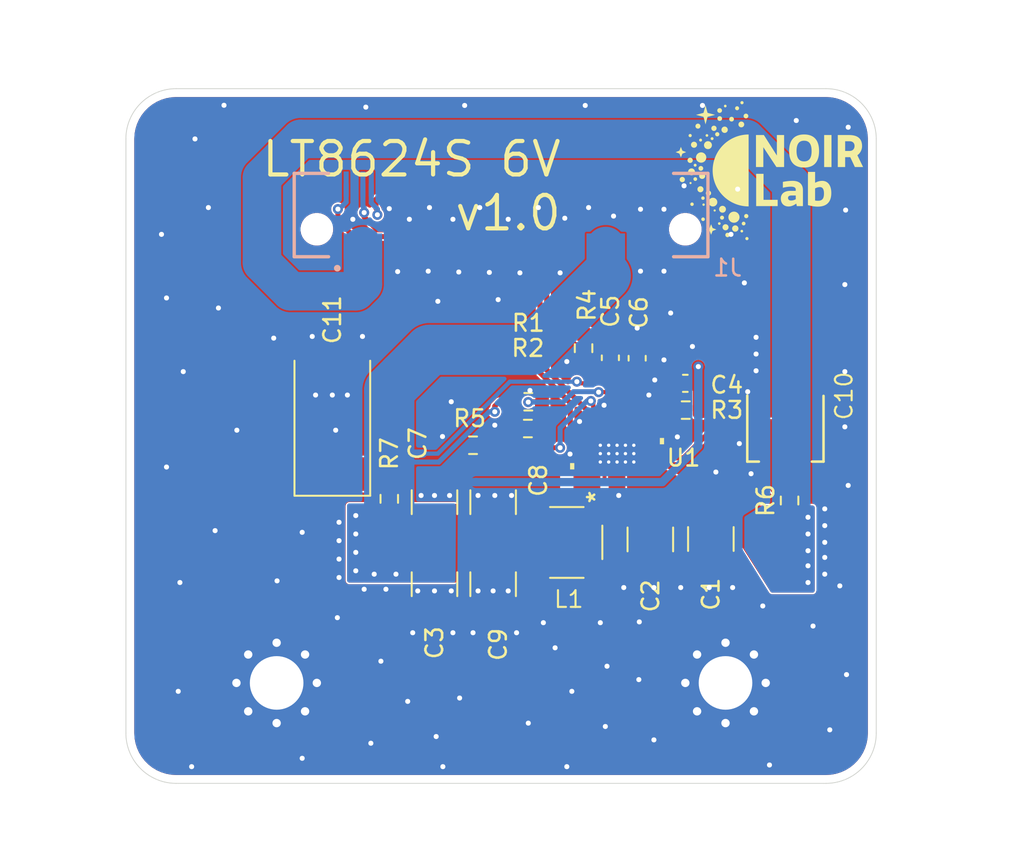
<source format=kicad_pcb>
(kicad_pcb (version 20241229) (generator "pcbnew") (generator_version "9.0")
  (layers (0 "F.Cu" signal) (4 "In1.Cu" signal) (6 "In2.Cu" signal) (2 "B.Cu" signal) (13 "F.Paste" user) (15 "B.Paste" user) (5 "F.SilkS" user "F.Silkscreen") (7 "B.SilkS" user "B.Silkscreen") (1 "F.Mask" user) (3 "B.Mask" user) (25 "Edge.Cuts" user))
  (net 0 "")
  (net 1 "/set")
  (net 2 "GND")
  (net 3 "/vc")
  (net 4 "/vc2")
  (net 5 "12V")
  (net 6 "6V")
  (net 7 "/PG")
  (net 8 "/EN")
  (net 9 "/SYNC")
  (net 10 "/sw")
  (net 11 "/pgbf")
  (net 12 "/intv")
  (net 16 "/rt")
  (net 17 "/setgnd")
  (net 18 "/outs")
  (net 19 "/ser")
  (net 20 "/cf1")
  (footprint "Resistor_SMD:R_0603_1608Metric" (layer "F.Cu") (at 140 61.5 90)
    (property "Reference" "R6")
    (property "Value" "0.5")
  )
  (footprint "Capacitor_SMD:C_0603_1608Metric" (layer "F.Cu") (at 129.3 52.975 90)
    (property "Reference" "C5")
    (property "Value" "10n")
  )
  (footprint "Resistor_SMD:R_0603_1608Metric" (layer "F.Cu") (at 133.8 56.1)
    (property "Reference" "R3")
    (property "Value" "59k")
  )
  (footprint "Resistor_SMD:R_0603_1608Metric" (layer "F.Cu") (at 121.1 58.2 180)
    (property "Reference" "R5")
    (property "Value" "47k")
  )
  (footprint "Capacitor_SMD:C_1210_3225Metric" (layer "F.Cu") (at 122.3 66.5 -90)
    (property "Reference" "C9")
    (property "Value" "47u")
  )
  (footprint "lib:LT8624S" (layer "F.Cu") (at 129.7007 58.703 90)
    (property "Reference" "U1")
    (property "Value" "05-08-1602_Rev_A_ADI")
  )
  (footprint "Resistor_SMD:R_0603_1608Metric" (layer "F.Cu") (at 116.1 61.4 90)
    (property "Reference" "R7")
    (property "Value" "0.5")
  )
  (footprint "Capacitor_SMD:C_1210_3225Metric" (layer "F.Cu") (at 122.3 61.6 90)
    (property "Reference" "C8")
    (property "Value" "47u")
  )
  (footprint "MountingHole:MountingHole_3.2mm_M3_Pad_Via" (layer "F.Cu") (at 109.375 72.397056)
    (property "Reference" "H1" (hide yes))
    (property "Value" "M3 Hole")
  )
  (footprint "Capacitor_SMD:C_0603_1608Metric" (layer "F.Cu") (at 133.775 54.5)
    (property "Reference" "C4")
    (property "Value" "1u")
  )
  (footprint "Capacitor_SMD:C_1210_3225Metric" (layer "F.Cu") (at 118.8 61.6 90)
    (property "Reference" "C7")
    (property "Value" "47u")
  )
  (footprint "Capacitor_SMD:C_1210_3225Metric" (layer "F.Cu") (at 131.686401 63.825 -90)
    (property "Reference" "C2")
    (property "Value" "4.7u")
  )
  (footprint "MountingHole:MountingHole_3.2mm_M3_Pad_Via" (layer "F.Cu") (at 136.175 72.397056)
    (property "Reference" "H2" (hide yes))
    (property "Value" "M3 Hole")
  )
  (footprint "Capacitor_SMD:C_1210_3225Metric" (layer "F.Cu") (at 135.3 63.8 -90)
    (property "Reference" "C1")
    (property "Value" "4.7u")
  )
  (footprint "lib:XGL4020" (layer "F.Cu") (at 126.7 64 180)
    (property "Reference" "L1")
    (property "Value" "2.2u")
  )
  (footprint "Resistor_SMD:R_0603_1608Metric" (layer "F.Cu") (at 124.375 57.2 180)
    (property "Reference" "R2")
    (property "Value" "1k")
  )
  (footprint "Capacitor_Tantalum_SMD:CP_EIA-7343-20_Kemet-V" (layer "F.Cu") (at 112.7 56.8 90)
    (property "Reference" "C11")
    (property "Value" "22u")
  )
  (footprint "Capacitor_SMD:C_1210_3225Metric" (layer "F.Cu") (at 118.8 66.5 -90)
    (property "Reference" "C3")
    (property "Value" "47u")
  )
  (footprint "Capacitor_SMD:C_0603_1608Metric" (layer "F.Cu") (at 130.9 53 90)
    (property "Reference" "C6")
    (property "Value" "180p")
  )
  (footprint "Resistor_SMD:R_0603_1608Metric" (layer "F.Cu") (at 127.7 52.4 -90)
    (property "Reference" "R4")
    (property "Value" "1.33k")
  )
  (footprint "lib:T521X" (layer "F.Cu") (at 139.75 55.25 90)
    (property "Reference" "C10")
    (property "Value" "100u" (hide yes))
  )
  (footprint "Resistor_SMD:R_0603_1608Metric" (layer "F.Cu") (at 124.4 55.6)
    (property "Reference" "R1")
    (property "Value" "10.7k")
  )
  (footprint "NetTie:NetTie-2_SMD_Pad0.5mm" (layer "B.Cu") (at 117.6 58.7 180)
    (property "Reference" "NT1" (hide yes))
    (property "Value" "NetTie_2" (hide yes))
  )
  (footprint "NetTie:NetTie-2_SMD_Pad0.5mm" (layer "B.Cu") (at 120.8 60.4)
    (property "Reference" "NT2" (hide yes))
    (property "Value" "NetTie_2" (hide yes))
  )
  (footprint "lib:SAMTEC_LSHM-140-04.0-L-DV-A-N-K-TR" (layer "B.Cu") (at 122.775 44.447056 180)
    (property "Reference" "J1")
    (property "Value" "LSHM-140-04.0-L-DV-A-N-K-TR")
  )
  (gr_poly (pts (xy 135.688738 39.495528) (xy 135.695121 39.496013) (xy 135.70141 39.496812) (xy 135.707599 39.497918) (xy 135.71368 39.499321) (xy 135.719644 39.501014) (xy 135.725483 39.50299) (xy 135.73119 39.505241) (xy 135.736757 39.507757) (xy 135.742176 39.510533) (xy 135.747439 39.513559) (xy 135.752538 39.516828) (xy 135.757466 39.520332) (xy 135.762213 39.524063) (xy 135.766773 39.528013) (xy 135.771138 39.532174) (xy 135.7753 39.536539) (xy 135.77925 39.541099) (xy 135.782981 39.545847) (xy 135.786484 39.550774) (xy 135.789753 39.555873) (xy 135.79278 39.561136) (xy 135.795555 39.566555) (xy 135.798072 39.572122) (xy 135.800322 39.577829) (xy 135.802298 39.583669) (xy 135.803992 39.589633) (xy 135.805395 39.595713) (xy 135.8065 39.601902) (xy 135.807299 39.608192) (xy 135.807785 39.614574) (xy 135.807948 39.621041) (xy 135.807785 39.627509) (xy 135.807299 39.633891) (xy 135.8065 39.640181) (xy 135.805395 39.64637) (xy 135.803992 39.65245) (xy 135.802298 39.658414) (xy 135.800322 39.664253) (xy 135.798072 39.669961) (xy 135.795555 39.675528) (xy 135.79278 39.680947) (xy 135.789753 39.68621) (xy 135.786484 39.691309) (xy 135.782981 39.696236) (xy 135.77925 39.700984) (xy 135.7753 39.705544) (xy 135.771138 39.709909) (xy 135.766773 39.71407) (xy 135.762213 39.71802) (xy 135.757466 39.721751) (xy 135.752538 39.725255) (xy 135.747439 39.728524) (xy 135.742176 39.73155) (xy 135.736757 39.734325) (xy 135.73119 39.736842) (xy 135.725483 39.739093) (xy 135.719644 39.741068) (xy 135.71368 39.742762) (xy 135.707599 39.744165) (xy 135.70141 39.745271) (xy 135.695121 39.74607) (xy 135.688738 39.746555) (xy 135.682271 39.746719) (xy 135.675804 39.746555) (xy 135.669421 39.74607) (xy 135.663132 39.745271) (xy 135.656943 39.744165) (xy 135.650862 39.742762) (xy 135.644899 39.741068) (xy 135.639059 39.739093) (xy 135.633352 39.736842) (xy 135.627785 39.734325) (xy 135.622366 39.73155) (xy 135.617103 39.728524) (xy 135.612004 39.725255) (xy 135.607077 39.721751) (xy 135.602329 39.71802) (xy 135.597769 39.71407) (xy 135.593404 39.709909) (xy 135.589243 39.705544) (xy 135.585293 39.700984) (xy 135.581562 39.696236) (xy 135.578058 39.691309) (xy 135.574789 39.68621) (xy 135.571763 39.680947) (xy 135.568987 39.675528) (xy 135.56647 39.669961) (xy 135.56422 39.664253) (xy 135.562244 39.658414) (xy 135.560551 39.65245) (xy 135.559147 39.64637) (xy 135.558042 39.640181) (xy 135.557243 39.633891) (xy 135.556758 39.627509) (xy 135.556594 39.621041) (xy 135.556758 39.614574) (xy 135.557243 39.608192) (xy 135.558042 39.601902) (xy 135.559147 39.595713) (xy 135.560551 39.589633) (xy 135.562244 39.583669) (xy 135.56422 39.577829) (xy 135.56647 39.572122) (xy 135.568987 39.566555) (xy 135.571763 39.561136) (xy 135.574789 39.555873) (xy 135.578058 39.550774) (xy 135.581562 39.545847) (xy 135.585293 39.541099) (xy 135.589243 39.536539) (xy 135.593404 39.532174) (xy 135.597769 39.528013) (xy 135.602329 39.524063) (xy 135.607077 39.520332) (xy 135.612004 39.516828) (xy 135.617103 39.513559) (xy 135.622366 39.510533) (xy 135.627785 39.507757) (xy 135.633352 39.505241) (xy 135.639059 39.50299) (xy 135.644899 39.501014) (xy 135.650862 39.499321) (xy 135.656943 39.497918) (xy 135.663132 39.496812) (xy 135.669421 39.496013) (xy 135.675804 39.495528) (xy 135.682271 39.495364)) (fill yes) (layer "F.SilkS"))
  (gr_poly (pts (xy 141.524271 42.519552) (xy 141.548458 42.506705) (xy 141.572911 42.494476) (xy 141.597647 42.482894) (xy 141.622683 42.471989) (xy 141.648037 42.461789) (xy 141.673726 42.452324) (xy 141.699768 42.443622) (xy 141.72618 42.435712) (xy 141.75298 42.428624) (xy 141.780184 42.422387) (xy 141.807812 42.41703) (xy 141.835879 42.412582) (xy 141.864403 42.409071) (xy 141.893402 42.406528) (xy 141.922894 42.404981) (xy 141.952895 42.404458) (xy 141.978765 42.405044) (xy 142.004506 42.406816) (xy 142.03007 42.409801) (xy 142.055413 42.414021) (xy 142.08049 42.419502) (xy 142.105255 42.426268) (xy 142.129662 42.434344) (xy 142.153668 42.443753) (xy 142.177226 42.454521) (xy 142.200291 42.466672) (xy 142.222817 42.48023) (xy 142.244761 42.49522) (xy 142.266075 42.511667) (xy 142.286715 42.529594) (xy 142.306636 42.549026) (xy 142.325792 42.569988) (xy 142.344138 42.592505) (xy 142.361629 42.616599) (xy 142.378219 42.642297) (xy 142.393863 42.669623) (xy 142.408516 42.698601) (xy 142.422132 42.729255) (xy 142.434667 42.76161) (xy 142.446074 42.79569) (xy 142.456309 42.83152) (xy 142.465327 42.869125) (xy 142.473081 42.908529) (xy 142.479527 42.949756) (xy 142.484619 42.99283) (xy 142.488313 43.037777) (xy 142.490562 43.08462) (xy 142.491322 43.133385) (xy 142.490122 43.190532) (xy 142.486808 43.245175) (xy 142.481435 43.297358) (xy 142.47406 43.347126) (xy 142.464738 43.394526) (xy 142.453525 43.439602) (xy 142.440478 43.482399) (xy 142.425652 43.522963) (xy 142.409103 43.56134) (xy 142.390888 43.597573) (xy 142.371061 43.63171) (xy 142.34968 43.663795) (xy 142.3268 43.693872) (xy 142.302477 43.721989) (xy 142.276766 43.748189) (xy 142.249725 43.772519) (xy 142.221409 43.795023) (xy 142.191873 43.815748) (xy 142.161174 43.834737) (xy 142.129368 43.852036) (xy 142.096511 43.867692) (xy 142.062658 43.881748) (xy 142.027866 43.894251) (xy 141.992191 43.905245) (xy 141.918413 43.92289) (xy 141.841773 43.935044) (xy 141.762719 43.942071) (xy 141.681697 43.944333) (xy 141.645365 43.943904) (xy 141.608821 43.942636) (xy 141.535247 43.937698) (xy 141.461269 43.929753) (xy 141.387183 43.919033) (xy 141.313284 43.90577) (xy 141.239864 43.890197) (xy 141.16722 43.872547) (xy 141.095646 43.853052) (xy 141.095646 42.85425) (xy 141.522948 42.85425) (xy 141.522948 43.577885) (xy 141.547598 43.582366) (xy 141.571069 43.585947) (xy 141.593549 43.588722) (xy 141.615222 43.590784) (xy 141.636275 43.592225) (xy 141.656894 43.59314) (xy 141.677265 43.593621) (xy 141.697573 43.59376) (xy 141.72164 43.593353) (xy 141.744736 43.592128) (xy 141.766874 43.590081) (xy 141.788069 43.58721) (xy 141.808334 43.583511) (xy 141.827682 43.578979) (xy 141.846127 43.573612) (xy 141.863682 43.567405) (xy 141.880362 43.560356) (xy 141.896179 43.552459) (xy 141.911147 43.543713) (xy 141.925281 43.534113) (xy 141.938592 43.523655) (xy 141.951095 43.512336) (xy 141.962804 43.500152) (xy 141.973732 43.4871) (xy 141.983893 43.473176) (xy 141.9933 43.458376) (xy 142.001966 43.442697) (xy 142.009906 43.426135) (xy 142.017132 43.408686) (xy 142.023659 43.390347) (xy 142.0295 43.371114) (xy 142.034669 43.350984) (xy 142.039179 43.329953) (xy 142.043043 43.308017) (xy 142.046276 43.285173) (xy 142.04889 43.261416) (xy 142.052319 43.211153) (xy 142.053438 43.157198) (xy 142.05252 43.111279) (xy 142.049756 43.068281) (xy 142.045127 43.028209) (xy 142.038617 42.991068) (xy 142.030207 42.956866) (xy 142.019881 42.925607) (xy 142.007621 42.897298) (xy 142.000761 42.884251) (xy 141.99341 42.871944) (xy 141.985567 42.860377) (xy 141.97723 42.849551) (xy 141.968396 42.839467) (xy 141.959063 42.830125) (xy 141.94923 42.821526) (xy 141.938893 42.813671) (xy 141.928051 42.806561) (xy 141.916702 42.800196) (xy 141.904843 42.794578) (xy 141.892472 42.789706) (xy 141.879587 42.785581) (xy 141.866186 42.782205) (xy 141.852266 42.779578) (xy 141.837826 42.7777) (xy 141.822863 42.776573) (xy 141.807376 42.776198) (xy 141.792554 42.776478) (xy 141.777357 42.777327) (xy 141.76178 42.778753) (xy 141.745819 42.780766) (xy 141.72947 42.783376) (xy 141.71273 42.786592) (xy 141.695595 42.790425) (xy 141.67806 42.794884) (xy 141.660123 42.799978) (xy 141.641778 42.805718) (xy 141.623023 42.812112) (xy 141.603853 42.819172) (xy 141.584264 42.826905) (xy 141.564253 42.835323) (xy 141.543815 42.844435) (xy 141.522948 42.85425) (xy 141.095646 42.85425) (xy 141.095646 41.868677) (xy 141.524271 41.868677)) (fill yes) (layer "F.SilkS"))
  (gr_poly (pts (xy 134.709274 41.516965) (xy 134.716463 41.517512) (xy 134.723547 41.518412) (xy 134.730518 41.519657) (xy 134.737366 41.521237) (xy 134.744083 41.523145) (xy 134.75066 41.52537) (xy 134.757088 41.527905) (xy 134.763359 41.53074) (xy 134.769462 41.533866) (xy 134.77539 41.537274) (xy 134.781133 41.540956) (xy 134.786683 41.544902) (xy 134.79203 41.549105) (xy 134.797166 41.553554) (xy 134.802082 41.558241) (xy 134.806769 41.563157) (xy 134.811218 41.568293) (xy 134.815421 41.57364) (xy 134.819367 41.57919) (xy 134.823049 41.584933) (xy 134.826457 41.590861) (xy 134.829583 41.596964) (xy 134.832418 41.603234) (xy 134.834953 41.609663) (xy 134.837178 41.61624) (xy 134.839086 41.622957) (xy 134.840666 41.629805) (xy 134.841911 41.636776) (xy 134.842811 41.64386) (xy 134.843358 41.651049) (xy 134.843542 41.658333) (xy 134.843358 41.665617) (xy 134.842811 41.672806) (xy 134.841911 41.67989) (xy 134.840666 41.686861) (xy 134.839086 41.693709) (xy 134.837178 41.700426) (xy 134.834953 41.707003) (xy 134.832418 41.713431) (xy 134.829583 41.719702) (xy 134.826457 41.725805) (xy 134.823049 41.731733) (xy 134.819367 41.737476) (xy 134.815421 41.743026) (xy 134.811218 41.748373) (xy 134.806769 41.753509) (xy 134.802082 41.758425) (xy 134.797166 41.763112) (xy 134.79203 41.767561) (xy 134.786683 41.771764) (xy 134.781133 41.77571) (xy 134.77539 41.779392) (xy 134.769462 41.7828) (xy 134.763359 41.785926) (xy 134.757088 41.788761) (xy 134.75066 41.791296) (xy 134.744083 41.793521) (xy 134.737366 41.795429) (xy 134.730518 41.797009) (xy 134.723547 41.798254) (xy 134.716463 41.799154) (xy 134.709274 41.799701) (xy 134.70199 41.799885) (xy 134.694706 41.799701) (xy 134.687517 41.799154) (xy 134.680433 41.798254) (xy 134.673462 41.797009) (xy 134.666614 41.795429) (xy 134.659897 41.793521) (xy 134.65332 41.791296) (xy 134.646892 41.788761) (xy 134.640621 41.785926) (xy 134.634518 41.7828) (xy 134.62859 41.779392) (xy 134.622847 41.77571) (xy 134.617297 41.771764) (xy 134.61195 41.767561) (xy 134.606814 41.763112) (xy 134.601898 41.758425) (xy 134.597211 41.753509) (xy 134.592762 41.748373) (xy 134.588559 41.743026) (xy 134.584613 41.737476) (xy 134.580931 41.731733) (xy 134.577523 41.725805) (xy 134.574397 41.719702) (xy 134.571562 41.713431) (xy 134.569027 41.707003) (xy 134.566802 41.700426) (xy 134.564894 41.693709) (xy 134.563314 41.686861) (xy 134.562069 41.67989) (xy 134.561169 41.672806) (xy 134.560622 41.665617) (xy 134.560438 41.658333) (xy 134.560622 41.651049) (xy 134.561169 41.64386) (xy 134.562069 41.636776) (xy 134.563314 41.629805) (xy 134.564894 41.622957) (xy 134.566802 41.61624) (xy 134.569027 41.609663) (xy 134.571562 41.603234) (xy 134.574397 41.596964) (xy 134.577523 41.590861) (xy 134.580931 41.584933) (xy 134.584613 41.57919) (xy 134.588559 41.57364) (xy 134.592762 41.568293) (xy 134.597211 41.563157) (xy 134.601898 41.558241) (xy 134.606814 41.553554) (xy 134.61195 41.549105) (xy 134.617297 41.544902) (xy 134.622847 41.540956) (xy 134.62859 41.537274) (xy 134.634518 41.533866) (xy 134.640621 41.53074) (xy 134.646892 41.527905) (xy 134.65332 41.52537) (xy 134.659897 41.523145) (xy 134.666614 41.521237) (xy 134.673462 41.519657) (xy 134.680433 41.518412) (xy 134.687517 41.517512) (xy 134.694706 41.516965) (xy 134.70199 41.516781)) (fill yes) (layer "F.SilkS"))
  (gr_poly (pts (xy 133.601487 42.167861) (xy 133.609482 42.168469) (xy 133.61736 42.16947) (xy 133.625113 42.170855) (xy 133.632729 42.172612) (xy 133.6402 42.174734) (xy 133.647514 42.177209) (xy 133.654664 42.180028) (xy 133.661637 42.18318) (xy 133.668425 42.186657) (xy 133.675017 42.190447) (xy 133.681405 42.194542) (xy 133.687577 42.198931) (xy 133.693524 42.203605) (xy 133.699236 42.208553) (xy 133.704704 42.213765) (xy 133.709916 42.219233) (xy 133.714864 42.224945) (xy 133.719538 42.230892) (xy 133.723927 42.237064) (xy 133.728022 42.243451) (xy 133.731812 42.250044) (xy 133.735289 42.256832) (xy 133.738441 42.263805) (xy 133.74126 42.270954) (xy 133.743735 42.278269) (xy 133.745857 42.28574) (xy 133.747615 42.293356) (xy 133.748999 42.301108) (xy 133.75 42.308987) (xy 133.750608 42.316982) (xy 133.750813 42.325083) (xy 133.750608 42.333184) (xy 133.75 42.341179) (xy 133.748999 42.349058) (xy 133.747615 42.35681) (xy 133.745857 42.364426) (xy 133.743735 42.371897) (xy 133.74126 42.379212) (xy 133.738441 42.386361) (xy 133.735289 42.393334) (xy 133.731812 42.400122) (xy 133.728022 42.406715) (xy 133.723927 42.413102) (xy 133.719538 42.419274) (xy 133.714864 42.425221) (xy 133.709916 42.430933) (xy 133.704704 42.436401) (xy 133.699236 42.441613) (xy 133.693524 42.446561) (xy 133.687577 42.451235) (xy 133.681405 42.455624) (xy 133.675017 42.459719) (xy 133.668425 42.463509) (xy 133.661637 42.466986) (xy 133.654664 42.470138) (xy 133.647514 42.472957) (xy 133.6402 42.475432) (xy 133.632729 42.477554) (xy 133.625113 42.479312) (xy 133.61736 42.480696) (xy 133.609482 42.481697) (xy 133.601487 42.482305) (xy 133.593386 42.48251) (xy 133.585285 42.482305) (xy 133.57729 42.481697) (xy 133.569411 42.480696) (xy 133.561659 42.479312) (xy 133.554042 42.477554) (xy 133.546572 42.475432) (xy 133.539257 42.472957) (xy 133.532108 42.470138) (xy 133.525135 42.466986) (xy 133.518347 42.463509) (xy 133.511754 42.459719) (xy 133.505367 42.455624) (xy 133.499195 42.451235) (xy 133.493247 42.446561) (xy 133.487535 42.441613) (xy 133.482068 42.436401) (xy 133.476855 42.430933) (xy 133.471907 42.425221) (xy 133.467234 42.419274) (xy 133.462845 42.413102) (xy 133.45875 42.406715) (xy 133.454959 42.400122) (xy 133.451483 42.393334) (xy 133.44833 42.386361) (xy 133.445511 42.379212) (xy 133.443036 42.371897) (xy 133.440915 42.364426) (xy 133.439157 42.35681) (xy 133.437772 42.349058) (xy 133.436771 42.341179) (xy 133.436163 42.333184) (xy 133.435958 42.325083) (xy 133.436163 42.316982) (xy 133.436771 42.308987) (xy 133.437772 42.301108) (xy 133.439157 42.293356) (xy 133.440915 42.28574) (xy 133.443036 42.278269) (xy 133.445511 42.270954) (xy 133.44833 42.263805) (xy 133.451483 42.256832) (xy 133.454959 42.250044) (xy 133.45875 42.243451) (xy 133.462845 42.237064) (xy 133.467234 42.230892) (xy 133.471907 42.224945) (xy 133.476855 42.219233) (xy 133.482068 42.213765) (xy 133.487535 42.208553) (xy 133.493247 42.203605) (xy 133.499195 42.198931) (xy 133.505367 42.194542) (xy 133.511754 42.190447) (xy 133.518347 42.186657) (xy 133.525135 42.18318) (xy 133.532108 42.180028) (xy 133.539257 42.177209) (xy 133.546572 42.174734) (xy 133.554042 42.172612) (xy 133.561659 42.170855) (xy 133.569411 42.16947) (xy 133.57729 42.168469) (xy 133.585285 42.167861) (xy 133.593386 42.167656)) (fill yes) (layer "F.SilkS"))
  (gr_poly (pts (xy 134.869708 43.753926) (xy 134.873336 43.754202) (xy 134.876911 43.754656) (xy 134.880429 43.755284) (xy 134.883885 43.756082) (xy 134.887275 43.757045) (xy 134.890594 43.758168) (xy 134.893838 43.759447) (xy 134.897003 43.760878) (xy 134.900083 43.762455) (xy 134.903074 43.764175) (xy 134.905973 43.766033) (xy 134.908774 43.768025) (xy 134.911472 43.770146) (xy 134.914064 43.772391) (xy 134.916545 43.774757) (xy 134.918911 43.777238) (xy 134.921156 43.77983) (xy 134.923277 43.782528) (xy 134.925269 43.785329) (xy 134.927127 43.788228) (xy 134.928847 43.791219) (xy 134.930425 43.794299) (xy 134.931855 43.797464) (xy 134.933134 43.800708) (xy 134.934257 43.804027) (xy 134.93522 43.807417) (xy 134.936018 43.810874) (xy 134.936646 43.814392) (xy 134.9371 43.817967) (xy 134.937376 43.821595) (xy 134.937469 43.825271) (xy 134.937376 43.828947) (xy 134.9371 43.832575) (xy 134.936646 43.83615) (xy 134.936018 43.839668) (xy 134.93522 43.843124) (xy 134.934257 43.846514) (xy 134.933134 43.849833) (xy 134.931855 43.853077) (xy 134.930425 43.856242) (xy 134.928847 43.859322) (xy 134.927127 43.862314) (xy 134.925269 43.865212) (xy 134.923277 43.868013) (xy 134.921156 43.870711) (xy 134.918911 43.873303) (xy 134.916545 43.875784) (xy 134.914064 43.87815) (xy 134.911472 43.880395) (xy 134.908774 43.882516) (xy 134.905973 43.884507) (xy 134.903074 43.886366) (xy 134.900083 43.888086) (xy 134.897003 43.889663) (xy 134.893838 43.891094) (xy 134.890594 43.892373) (xy 134.887275 43.893496) (xy 134.883885 43.894459) (xy 134.880429 43.895256) (xy 134.876911 43.895885) (xy 134.873336 43.896339) (xy 134.869708 43.896615) (xy 134.866032 43.896708) (xy 134.862355 43.896615) (xy 134.858727 43.896339) (xy 134.855152 43.895885) (xy 134.851634 43.895256) (xy 134.848178 43.894459) (xy 134.844788 43.893496) (xy 134.841469 43.892373) (xy 134.838225 43.891094) (xy 134.83506 43.889663) (xy 134.83198 43.888086) (xy 134.828989 43.886366) (xy 134.82609 43.884507) (xy 134.823289 43.882516) (xy 134.820591 43.880395) (xy 134.817999 43.87815) (xy 134.815518 43.875784) (xy 134.813152 43.873303) (xy 134.810907 43.870711) (xy 134.808786 43.868013) (xy 134.806794 43.865212) (xy 134.804936 43.862314) (xy 134.803216 43.859322) (xy 134.801638 43.856242) (xy 134.800208 43.853077) (xy 134.798929 43.849833) (xy 134.797806 43.846514) (xy 134.796843 43.843124) (xy 134.796045 43.839668) (xy 134.795417 43.83615) (xy 134.794963 43.832575) (xy 134.794687 43.828947) (xy 134.794594 43.825271) (xy 134.794687 43.821595) (xy 134.794963 43.817967) (xy 134.795417 43.814392) (xy 134.796045 43.810874) (xy 134.796843 43.807417) (xy 134.797806 43.804027) (xy 134.798929 43.800708) (xy 134.800208 43.797464) (xy 134.801638 43.794299) (xy 134.803216 43.791219) (xy 134.804936 43.788228) (xy 134.806794 43.785329) (xy 134.808786 43.782528) (xy 134.810907 43.77983) (xy 134.813152 43.777238) (xy 134.815518 43.774757) (xy 134.817999 43.772391) (xy 134.820591 43.770146) (xy 134.823289 43.768025) (xy 134.82609 43.766033) (xy 134.828989 43.764175) (xy 134.83198 43.762455) (xy 134.83506 43.760878) (xy 134.838225 43.759447) (xy 134.841469 43.758168) (xy 134.844788 43.757045) (xy 134.848178 43.756082) (xy 134.851634 43.755284) (xy 134.855152 43.754656) (xy 134.858727 43.754202) (xy 134.862355 43.753926) (xy 134.866032 43.753833)) (fill yes) (layer "F.SilkS"))
  (gr_poly (pts (xy 137.420436 44.383706) (xy 137.426819 44.384191) (xy 137.433108 44.38499) (xy 137.439297 44.386096) (xy 137.445378 44.387499) (xy 137.451342 44.389192) (xy 137.457181 44.391168) (xy 137.462888 44.393419) (xy 137.468455 44.395935) (xy 137.473874 44.398711) (xy 137.479137 44.401737) (xy 137.484236 44.405006) (xy 137.489164 44.40851) (xy 137.493911 44.412241) (xy 137.498472 44.416191) (xy 137.502836 44.420352) (xy 137.506998 44.424717) (xy 137.510948 44.429277) (xy 137.514679 44.434024) (xy 137.518183 44.438952) (xy 137.521452 44.444051) (xy 137.524478 44.449314) (xy 137.527253 44.454732) (xy 137.52977 44.460299) (xy 137.53202 44.466007) (xy 137.533996 44.471846) (xy 137.53569 44.47781) (xy 137.537093 44.48389) (xy 137.538198 44.490079) (xy 137.538997 44.496369) (xy 137.539483 44.502751) (xy 137.539646 44.509218) (xy 137.539483 44.515686) (xy 137.538997 44.522068) (xy 137.538198 44.528358) (xy 137.537093 44.534547) (xy 137.53569 44.540627) (xy 137.533996 44.546591) (xy 137.53202 44.552431) (xy 137.52977 44.558138) (xy 137.527253 44.563705) (xy 137.524478 44.569124) (xy 137.521452 44.574387) (xy 137.518183 44.579486) (xy 137.514679 44.584413) (xy 137.510948 44.589161) (xy 137.506998 44.593721) (xy 137.502836 44.598086) (xy 137.498472 44.602247) (xy 137.493911 44.606197) (xy 137.489164 44.609928) (xy 137.484236 44.613432) (xy 137.479137 44.616701) (xy 137.473874 44.619727) (xy 137.468455 44.622503) (xy 137.462888 44.625019) (xy 137.457181 44.62727) (xy 137.451342 44.629245) (xy 137.445378 44.630939) (xy 137.439297 44.632342) (xy 137.433108 44.633447) (xy 137.426819 44.634247) (xy 137.420436 44.634732) (xy 137.413969 44.634896) (xy 137.407502 44.634732) (xy 137.401119 44.634247) (xy 137.39483 44.633447) (xy 137.388641 44.632342) (xy 137.382561 44.630939) (xy 137.376597 44.629245) (xy 137.370757 44.62727) (xy 137.36505 44.625019) (xy 137.359483 44.622503) (xy 137.354064 44.619727) (xy 137.348801 44.616701) (xy 137.343702 44.613432) (xy 137.338775 44.609928) (xy 137.334027 44.606197) (xy 137.329467 44.602247) (xy 137.325102 44.598086) (xy 137.320941 44.593721) (xy 137.316991 44.589161) (xy 137.31326 44.584413) (xy 137.309756 44.579486) (xy 137.306487 44.574387) (xy 137.303461 44.569124) (xy 137.300685 44.563705) (xy 137.298168 44.558138) (xy 137.295918 44.552431) (xy 137.293942 44.546591) (xy 137.292249 44.540627) (xy 137.290845 44.534547) (xy 137.28974 44.528358) (xy 137.288941 44.522068) (xy 137.288456 44.515686) (xy 137.288292 44.509218) (xy 137.288456 44.502751) (xy 137.288941 44.496369) (xy 137.28974 44.490079) (xy 137.290845 44.48389) (xy 137.292249 44.47781) (xy 137.293942 44.471846) (xy 137.295918 44.466007) (xy 137.298168 44.460299) (xy 137.300685 44.454732) (xy 137.303461 44.449314) (xy 137.306487 44.444051) (xy 137.309756 44.438952) (xy 137.31326 44.434024) (xy 137.316991 44.429277) (xy 137.320941 44.424717) (xy 137.325102 44.420352) (xy 137.329467 44.416191) (xy 137.334027 44.412241) (xy 137.338775 44.40851) (xy 137.343702 44.405006) (xy 137.348801 44.401737) (xy 137.354064 44.398711) (xy 137.359483 44.395935) (xy 137.36505 44.393419) (xy 137.370757 44.391168) (xy 137.376597 44.389192) (xy 137.382561 44.387499) (xy 137.388641 44.386096) (xy 137.39483 44.38499) (xy 137.401119 44.384191) (xy 137.407502 44.383706) (xy 137.413969 44.383542)) (fill yes) (layer "F.SilkS"))
  (gr_poly (pts (xy 134.366493 41.381957) (xy 134.370928 41.382294) (xy 134.375297 41.382849) (xy 134.379597 41.383617) (xy 134.383821 41.384592) (xy 134.387964 41.385769) (xy 134.392021 41.387141) (xy 134.395986 41.388705) (xy 134.399854 41.390453) (xy 134.403619 41.392381) (xy 134.407275 41.394484) (xy 134.410818 41.396755) (xy 134.414241 41.399189) (xy 134.417539 41.401781) (xy 134.420707 41.404525) (xy 134.42374 41.407417) (xy 134.426631 41.410449) (xy 134.429375 41.413617) (xy 134.431967 41.416915) (xy 134.434401 41.420338) (xy 134.436672 41.423881) (xy 134.438775 41.427537) (xy 134.440703 41.431302) (xy 134.442452 41.43517) (xy 134.444015 41.439135) (xy 134.445388 41.443192) (xy 134.446564 41.447335) (xy 134.447539 41.451559) (xy 134.448307 41.455859) (xy 134.448862 41.460228) (xy 134.449199 41.464662) (xy 134.449313 41.469156) (xy 134.449199 41.473649) (xy 134.448862 41.478083) (xy 134.448307 41.482452) (xy 134.447539 41.486752) (xy 134.446564 41.490976) (xy 134.445388 41.49512) (xy 134.444015 41.499177) (xy 134.442452 41.503142) (xy 134.440703 41.507009) (xy 134.438775 41.510774) (xy 134.436672 41.51443) (xy 134.434401 41.517973) (xy 134.431967 41.521396) (xy 134.429375 41.524695) (xy 134.426631 41.527863) (xy 134.42374 41.530895) (xy 134.420707 41.533786) (xy 134.417539 41.53653) (xy 134.414241 41.539122) (xy 134.410818 41.541557) (xy 134.407275 41.543828) (xy 134.403619 41.54593) (xy 134.399854 41.547858) (xy 134.395986 41.549607) (xy 134.392021 41.55117) (xy 134.387964 41.552543) (xy 134.383821 41.553719) (xy 134.379597 41.554694) (xy 134.375297 41.555462) (xy 134.370928 41.556017) (xy 134.366493 41.556355) (xy 134.362 41.556468) (xy 134.357507 41.556355) (xy 134.353073 41.556017) (xy 134.348704 41.555462) (xy 134.344404 41.554694) (xy 134.34018 41.553719) (xy 134.336036 41.552543) (xy 134.331979 41.55117) (xy 134.328014 41.549607) (xy 134.324147 41.547858) (xy 134.320382 41.54593) (xy 134.316726 41.543828) (xy 134.313183 41.541557) (xy 134.30976 41.539122) (xy 134.306462 41.53653) (xy 134.303293 41.533786) (xy 134.300261 41.530895) (xy 134.29737 41.527863) (xy 134.294626 41.524695) (xy 134.292034 41.521396) (xy 134.2896 41.517973) (xy 134.287328 41.51443) (xy 134.285226 41.510774) (xy 134.283298 41.507009) (xy 134.281549 41.503142) (xy 134.279986 41.499177) (xy 134.278613 41.49512) (xy 134.277437 41.490976) (xy 134.276462 41.486752) (xy 134.275694 41.482452) (xy 134.275139 41.478083) (xy 134.274801 41.473649) (xy 134.274688 41.469156) (xy 134.274801 41.464662) (xy 134.275139 41.460228) (xy 134.275694 41.455859) (xy 134.276462 41.451559) (xy 134.277437 41.447335) (xy 134.278613 41.443192) (xy 134.279986 41.439135) (xy 134.281549 41.43517) (xy 134.283298 41.431302) (xy 134.285226 41.427537) (xy 134.287328 41.423881) (xy 134.2896 41.420338) (xy 134.292034 41.416915) (xy 134.294626 41.413617) (xy 134.29737 41.410449) (xy 134.300261 41.407417) (xy 134.303293 41.404525) (xy 134.306462 41.401781) (xy 134.30976 41.399189) (xy 134.313183 41.396755) (xy 134.316726 41.394484) (xy 134.320382 41.392381) (xy 134.324147 41.390453) (xy 134.328014 41.388705) (xy 134.331979 41.387141) (xy 134.336036 41.385769) (xy 134.34018 41.384592) (xy 134.344404 41.383617) (xy 134.348704 41.382849) (xy 134.353073 41.382294) (xy 134.357507 41.381957) (xy 134.362 41.381843)) (fill yes) (layer "F.SilkS"))
  (gr_poly (pts (xy 134.071122 41.019569) (xy 134.079117 41.020177) (xy 134.086996 41.021179) (xy 134.094748 41.022563) (xy 134.102365 41.024321) (xy 134.109835 41.026442) (xy 134.11715 41.028917) (xy 134.124299 41.031736) (xy 134.131272 41.034889) (xy 134.13806 41.038365) (xy 134.144653 41.042156) (xy 134.15104 41.046251) (xy 134.157212 41.05064) (xy 134.16316 41.055313) (xy 134.168872 41.060261) (xy 134.174339 41.065474) (xy 134.179552 41.070941) (xy 134.1845 41.076653) (xy 134.189173 41.0826) (xy 134.193562 41.088773) (xy 134.197657 41.09516) (xy 134.201448 41.101752) (xy 134.204924 41.10854) (xy 134.208077 41.115514) (xy 134.210896 41.122663) (xy 134.213371 41.129977) (xy 134.215492 41.137448) (xy 134.21725 41.145064) (xy 134.218634 41.152817) (xy 134.219636 41.160695) (xy 134.220244 41.16869) (xy 134.220448 41.176791) (xy 134.220244 41.184893) (xy 134.219636 41.192887) (xy 134.218634 41.200766) (xy 134.21725 41.208518) (xy 134.215492 41.216135) (xy 134.213371 41.223605) (xy 134.210896 41.23092) (xy 134.208077 41.238069) (xy 134.204924 41.245043) (xy 134.201448 41.25183) (xy 134.197657 41.258423) (xy 134.193562 41.26481) (xy 134.189173 41.270982) (xy 134.1845 41.27693) (xy 134.179552 41.282642) (xy 134.174339 41.288109) (xy 134.168872 41.293322) (xy 134.16316 41.29827) (xy 134.157212 41.302943) (xy 134.15104 41.307332) (xy 134.144653 41.311427) (xy 134.13806 41.315218) (xy 134.131272 41.318694) (xy 134.124299 41.321847) (xy 134.11715 41.324666) (xy 134.109835 41.327141) (xy 134.102365 41.329262) (xy 134.094748 41.33102) (xy 134.086996 41.332404) (xy 134.079117 41.333405) (xy 134.071122 41.334013) (xy 134.063021 41.334218) (xy 134.05492 41.334013) (xy 134.046925 41.333405) (xy 134.039047 41.332404) (xy 134.031294 41.33102) (xy 134.023678 41.329262) (xy 134.016207 41.327141) (xy 134.008893 41.324666) (xy 134.001744 41.321847) (xy 133.99477 41.318694) (xy 133.987982 41.315218) (xy 133.98139 41.311427) (xy 133.975002 41.307332) (xy 133.96883 41.302943) (xy 133.962883 41.29827) (xy 133.957171 41.293322) (xy 133.951704 41.288109) (xy 133.946491 41.282642) (xy 133.941543 41.27693) (xy 133.936869 41.270982) (xy 133.93248 41.26481) (xy 133.928385 41.258423) (xy 133.924595 41.25183) (xy 133.921118 41.245043) (xy 133.917966 41.238069) (xy 133.915147 41.23092) (xy 133.912672 41.223605) (xy 133.91055 41.216135) (xy 133.908793 41.208518) (xy 133.907408 41.200766) (xy 133.906407 41.192887) (xy 133.905799 41.184893) (xy 133.905594 41.176791) (xy 133.905799 41.16869) (xy 133.906407 41.160695) (xy 133.907408 41.152817) (xy 133.908793 41.145064) (xy 133.91055 41.137448) (xy 133.912672 41.129977) (xy 133.915147 41.122663) (xy 133.917966 41.115514) (xy 133.921118 41.10854) (xy 133.924595 41.101752) (xy 133.928385 41.09516) (xy 133.93248 41.088773) (xy 133.936869 41.0826) (xy 133.941543 41.076653) (xy 133.946491 41.070941) (xy 133.951704 41.065474) (xy 133.957171 41.060261) (xy 133.962883 41.055313) (xy 133.96883 41.05064) (xy 133.975002 41.046251) (xy 133.98139 41.042156) (xy 133.987982 41.038365) (xy 133.99477 41.034889) (xy 134.001744 41.031736) (xy 134.008893 41.028917) (xy 134.016207 41.026442) (xy 134.023678 41.024321) (xy 134.031294 41.022563) (xy 134.039047 41.021179) (xy 134.046925 41.020177) (xy 134.05492 41.019569) (xy 134.063021 41.019365)) (fill yes) (layer "F.SilkS"))
  (gr_poly (pts (xy 136.163929 37.855051) (xy 136.16796 37.855357) (xy 136.171932 37.855862) (xy 136.175841 37.85656) (xy 136.179681 37.857447) (xy 136.183448 37.858516) (xy 136.187136 37.859764) (xy 136.19074 37.861185) (xy 136.194256 37.862775) (xy 136.197679 37.864528) (xy 136.201003 37.866439) (xy 136.204223 37.868504) (xy 136.207335 37.870717) (xy 136.210334 37.873073) (xy 136.213214 37.875568) (xy 136.21597 37.878196) (xy 136.218599 37.880953) (xy 136.221093 37.883833) (xy 136.22345 37.886831) (xy 136.225663 37.889943) (xy 136.227727 37.893164) (xy 136.229639 37.896488) (xy 136.231392 37.89991) (xy 136.232981 37.903426) (xy 136.234402 37.907031) (xy 136.23565 37.910719) (xy 136.23672 37.914486) (xy 136.237606 37.918326) (xy 136.238304 37.922235) (xy 136.238809 37.926207) (xy 136.239116 37.930238) (xy 136.239219 37.934323) (xy 136.239116 37.938407) (xy 136.238809 37.942438) (xy 136.238304 37.946411) (xy 136.237606 37.95032) (xy 136.23672 37.95416) (xy 136.23565 37.957927) (xy 136.234402 37.961615) (xy 136.232981 37.965219) (xy 136.231392 37.968735) (xy 136.229639 37.972158) (xy 136.227727 37.975482) (xy 136.225663 37.978702) (xy 136.22345 37.981814) (xy 136.221093 37.984813) (xy 136.218599 37.987693) (xy 136.21597 37.990449) (xy 136.213214 37.993078) (xy 136.210334 37.995572) (xy 136.207335 37.997929) (xy 136.204223 38.000142) (xy 136.201003 38.002206) (xy 136.197679 38.004118) (xy 136.194256 38.005871) (xy 136.19074 38.00746) (xy 136.187136 38.008881) (xy 136.183448 38.010129) (xy 136.179681 38.011199) (xy 136.175841 38.012085) (xy 136.171932 38.012783) (xy 136.16796 38.013288) (xy 136.163929 38.013595) (xy 136.159844 38.013698) (xy 136.155759 38.013595) (xy 136.151728 38.013288) (xy 136.147756 38.012783) (xy 136.143847 38.012085) (xy 136.140007 38.011199) (xy 136.13624 38.010129) (xy 136.132552 38.008881) (xy 136.128948 38.00746) (xy 136.125432 38.005871) (xy 136.122009 38.004118) (xy 136.118685 38.002206) (xy 136.115465 38.000142) (xy 136.112353 37.997929) (xy 136.109354 37.995572) (xy 136.106474 37.993078) (xy 136.103718 37.990449) (xy 136.101089 37.987693) (xy 136.098595 37.984813) (xy 136.096238 37.981814) (xy 136.094025 37.978702) (xy 136.091961 37.975482) (xy 136.090049 37.972158) (xy 136.088296 37.968735) (xy 136.086707 37.965219) (xy 136.085286 37.961615) (xy 136.084038 37.957927) (xy 136.082968 37.95416) (xy 136.082082 37.95032) (xy 136.081384 37.946411) (xy 136.080879 37.942438) (xy 136.080573 37.938407) (xy 136.080469 37.934323) (xy 136.080573 37.930238) (xy 136.080879 37.926207) (xy 136.081384 37.922235) (xy 136.082082 37.918326) (xy 136.082968 37.914486) (xy 136.084038 37.910719) (xy 136.085286 37.907031) (xy 136.086707 37.903426) (xy 136.088296 37.89991) (xy 136.090049 37.896488) (xy 136.091961 37.893164) (xy 136.094025 37.889943) (xy 136.096238 37.886831) (xy 136.098595 37.883833) (xy 136.101089 37.880953) (xy 136.103718 37.878196) (xy 136.106474 37.875568) (xy 136.109354 37.873073) (xy 136.112353 37.870717) (xy 136.115465 37.868504) (xy 136.118685 37.866439) (xy 136.122009 37.864528) (xy 136.125432 37.862775) (xy 136.128948 37.861185) (xy 136.132552 37.859764) (xy 136.13624 37.858516) (xy 136.140007 37.857447) (xy 136.143847 37.85656) (xy 136.147756 37.855862) (xy 136.151728 37.855357) (xy 136.155759 37.855051) (xy 136.159844 37.854948)) (fill yes) (layer "F.SilkS"))
  (gr_poly (pts (xy 135.403136 45.220948) (xy 135.630677 45.309583) (xy 135.403136 45.398218) (xy 135.3145 45.625759) (xy 135.227188 45.398218) (xy 134.998323 45.309583) (xy 135.227188 45.220948) (xy 135.3145 44.993406)) (fill yes) (layer "F.SilkS"))
  (gr_poly (pts (xy 134.375656 42.186322) (xy 134.3813 42.186751) (xy 134.386861 42.187457) (xy 134.392333 42.188435) (xy 134.39771 42.189676) (xy 134.402983 42.191173) (xy 134.408146 42.19292) (xy 134.413193 42.19491) (xy 134.418115 42.197135) (xy 134.422907 42.199589) (xy 134.42756 42.202265) (xy 134.432069 42.205155) (xy 134.436426 42.208254) (xy 134.440624 42.211553) (xy 134.444656 42.215045) (xy 134.448515 42.218725) (xy 134.452195 42.222584) (xy 134.455687 42.226616) (xy 134.458986 42.230814) (xy 134.462085 42.235171) (xy 134.464975 42.23968) (xy 134.467651 42.244333) (xy 134.470105 42.249125) (xy 134.47233 42.254047) (xy 134.47432 42.259093) (xy 134.476067 42.264257) (xy 134.477564 42.26953) (xy 134.478805 42.274906) (xy 134.479783 42.280379) (xy 134.480489 42.28594) (xy 134.480918 42.291584) (xy 134.481063 42.297302) (xy 134.480918 42.30302) (xy 134.480489 42.308664) (xy 134.479783 42.314225) (xy 134.478805 42.319698) (xy 134.477564 42.325074) (xy 134.476067 42.330347) (xy 134.47432 42.335511) (xy 134.47233 42.340557) (xy 134.470105 42.345479) (xy 134.467651 42.350271) (xy 134.464975 42.354924) (xy 134.462085 42.359433) (xy 134.458986 42.36379) (xy 134.455687 42.367988) (xy 134.452195 42.37202) (xy 134.448515 42.375879) (xy 134.444656 42.379559) (xy 134.440624 42.383051) (xy 134.436426 42.38635) (xy 134.432069 42.389449) (xy 134.42756 42.392339) (xy 134.422907 42.395015) (xy 134.418115 42.397469) (xy 134.413193 42.399694) (xy 134.408146 42.401684) (xy 134.402983 42.403431) (xy 134.39771 42.404928) (xy 134.392333 42.406169) (xy 134.386861 42.407147) (xy 134.3813 42.407853) (xy 134.375656 42.408282) (xy 134.369938 42.408427) (xy 134.364219 42.408282) (xy 134.358576 42.407853) (xy 134.353015 42.407147) (xy 134.347542 42.406169) (xy 134.342166 42.404928) (xy 134.336893 42.403431) (xy 134.331729 42.401684) (xy 134.326683 42.399694) (xy 134.321761 42.397469) (xy 134.316969 42.395015) (xy 134.312315 42.392339) (xy 134.307807 42.389449) (xy 134.30345 42.38635) (xy 134.299252 42.383051) (xy 134.29522 42.379559) (xy 134.291361 42.375879) (xy 134.287681 42.37202) (xy 134.284188 42.367988) (xy 134.280889 42.36379) (xy 134.277791 42.359433) (xy 134.274901 42.354924) (xy 134.272225 42.350271) (xy 134.269771 42.345479) (xy 134.267546 42.340557) (xy 134.265556 42.335511) (xy 134.263809 42.330347) (xy 134.262311 42.325074) (xy 134.26107 42.319698) (xy 134.260093 42.314225) (xy 134.259386 42.308664) (xy 134.258957 42.30302) (xy 134.258813 42.297302) (xy 134.258957 42.291584) (xy 134.259386 42.28594) (xy 134.260093 42.280379) (xy 134.26107 42.274906) (xy 134.262311 42.26953) (xy 134.263809 42.264257) (xy 134.265556 42.259093) (xy 134.267546 42.254047) (xy 134.269771 42.249125) (xy 134.272225 42.244333) (xy 134.274901 42.23968) (xy 134.277791 42.235171) (xy 134.280889 42.230814) (xy 134.284188 42.226616) (xy 134.287681 42.222584) (xy 134.291361 42.218725) (xy 134.29522 42.215045) (xy 134.299252 42.211553) (xy 134.30345 42.208254) (xy 134.307807 42.205155) (xy 134.312315 42.202265) (xy 134.316969 42.199589) (xy 134.321761 42.197135) (xy 134.326683 42.19491) (xy 134.331729 42.19292) (xy 134.336893 42.191173) (xy 134.342166 42.189676) (xy 134.347542 42.188435) (xy 134.353015 42.187457) (xy 134.358576 42.186751) (xy 134.364219 42.186322) (xy 134.369938 42.186177)) (fill yes) (layer "F.SilkS"))
  (gr_poly (pts (xy 136.186368 44.994964) (xy 136.195572 44.995664) (xy 136.204643 44.996817) (xy 136.213568 44.99841) (xy 136.222336 45.000434) (xy 136.230937 45.002877) (xy 136.239358 45.005726) (xy 136.247588 45.008971) (xy 136.255616 45.012601) (xy 136.263431 45.016603) (xy 136.271021 45.020967) (xy 136.278374 45.025681) (xy 136.28548 45.030734) (xy 136.292327 45.036115) (xy 136.298903 45.041811) (xy 136.305197 45.047812) (xy 136.311198 45.054107) (xy 136.316895 45.060683) (xy 136.322275 45.06753) (xy 136.327328 45.074636) (xy 136.332043 45.081989) (xy 136.336407 45.089579) (xy 136.340409 45.097394) (xy 136.344039 45.105422) (xy 136.347284 45.113652) (xy 136.350133 45.122073) (xy 136.352575 45.130674) (xy 136.354599 45.139442) (xy 136.356193 45.148367) (xy 136.357346 45.157438) (xy 136.358045 45.166642) (xy 136.358281 45.175968) (xy 136.358045 45.185295) (xy 136.357346 45.194499) (xy 136.356193 45.203569) (xy 136.354599 45.212494) (xy 136.352575 45.221263) (xy 136.350133 45.229864) (xy 136.347284 45.238285) (xy 136.344039 45.246515) (xy 136.340409 45.254543) (xy 136.336407 45.262358) (xy 136.332043 45.269948) (xy 136.327328 45.277301) (xy 136.322275 45.284407) (xy 136.316895 45.291254) (xy 136.311198 45.29783) (xy 136.305197 45.304124) (xy 136.298903 45.310125) (xy 136.292327 45.315822) (xy 136.28548 45.321202) (xy 136.278374 45.326255) (xy 136.271021 45.33097) (xy 136.263431 45.335334) (xy 136.255616 45.339336) (xy 136.247588 45.342966) (xy 136.239358 45.346211) (xy 136.230937 45.34906) (xy 136.222336 45.351503) (xy 136.213568 45.353526) (xy 136.204643 45.35512) (xy 136.195572 45.356273) (xy 136.186368 45.356973) (xy 136.177042 45.357208) (xy 136.167715 45.356973) (xy 136.158511 45.356273) (xy 136.149441 45.35512) (xy 136.140516 45.353526) (xy 136.131747 45.351503) (xy 136.123147 45.34906) (xy 136.114725 45.346211) (xy 136.106495 45.342966) (xy 136.098467 45.339336) (xy 136.090652 45.335334) (xy 136.083062 45.33097) (xy 136.075709 45.326255) (xy 136.068603 45.321202) (xy 136.061756 45.315822) (xy 136.05518 45.310125) (xy 136.048886 45.304124) (xy 136.042885 45.29783) (xy 136.037188 45.291254) (xy 136.031808 45.284407) (xy 136.026755 45.277301) (xy 136.022041 45.269948) (xy 136.017677 45.262358) (xy 136.013674 45.254543) (xy 136.010045 45.246515) (xy 136.0068 45.238285) (xy 136.00395 45.229864) (xy 136.001508 45.221263) (xy 135.999484 45.212494) (xy 135.99789 45.203569) (xy 135.996738 45.194499) (xy 135.996038 45.185295) (xy 135.995802 45.175968) (xy 135.996038 45.166642) (xy 135.996738 45.157438) (xy 135.99789 45.148367) (xy 135.999484 45.139442) (xy 136.001508 45.130674) (xy 136.00395 45.122073) (xy 136.0068 45.113652) (xy 136.010045 45.105422) (xy 136.013674 45.097394) (xy 136.017677 45.089579) (xy 136.022041 45.081989) (xy 136.026755 45.074636) (xy 136.031808 45.06753) (xy 136.037188 45.060683) (xy 136.042885 45.054107) (xy 136.048886 45.047812) (xy 136.05518 45.041811) (xy 136.061756 45.036115) (xy 136.068603 45.030734) (xy 136.075709 45.025681) (xy 136.083062 45.020967) (xy 136.090652 45.016603) (xy 136.098467 45.012601) (xy 136.106495 45.008971) (xy 136.114725 45.005726) (xy 136.123147 45.002877) (xy 136.131747 45.000434) (xy 136.140516 44.99841) (xy 136.149441 44.996817) (xy 136.158511 44.995664) (xy 136.167715 44.994964) (xy 136.177042 44.994728)) (fill yes) (layer "F.SilkS"))
  (gr_poly (pts (xy 136.132537 39.162236) (xy 136.142144 39.162966) (xy 136.151612 39.164169) (xy 136.160928 39.165833) (xy 136.17008 39.167945) (xy 136.179057 39.170494) (xy 136.187847 39.173469) (xy 136.196438 39.176856) (xy 136.204818 39.180644) (xy 136.212975 39.184822) (xy 136.220897 39.189377) (xy 136.228573 39.194298) (xy 136.23599 39.199572) (xy 136.243136 39.205188) (xy 136.250001 39.211134) (xy 136.256571 39.217398) (xy 136.262834 39.223968) (xy 136.26878 39.230832) (xy 136.274396 39.237979) (xy 136.279671 39.245396) (xy 136.284592 39.253071) (xy 136.289147 39.260993) (xy 136.293324 39.26915) (xy 136.297113 39.27753) (xy 136.3005 39.286121) (xy 136.303474 39.294911) (xy 136.306024 39.303888) (xy 136.308136 39.313041) (xy 136.3098 39.322357) (xy 136.311003 39.331824) (xy 136.311733 39.341431) (xy 136.311979 39.351166) (xy 136.311733 39.360902) (xy 136.311003 39.370509) (xy 136.3098 39.379976) (xy 136.308136 39.389292) (xy 136.306024 39.398445) (xy 136.303474 39.407422) (xy 136.3005 39.416212) (xy 136.297113 39.424803) (xy 136.293324 39.433183) (xy 136.289147 39.44134) (xy 136.284592 39.449262) (xy 136.279671 39.456937) (xy 136.274396 39.464354) (xy 136.26878 39.471501) (xy 136.262834 39.478365) (xy 136.256571 39.484935) (xy 136.250001 39.491199) (xy 136.243136 39.497145) (xy 136.23599 39.502761) (xy 136.228573 39.508035) (xy 136.220897 39.512956) (xy 136.212975 39.517511) (xy 136.204818 39.521689) (xy 136.196438 39.525477) (xy 136.187847 39.528865) (xy 136.179057 39.531839) (xy 136.17008 39.534388) (xy 136.160928 39.5365) (xy 136.151612 39.538164) (xy 136.142144 39.539367) (xy 136.132537 39.540098) (xy 136.122802 39.540344) (xy 136.113067 39.540098) (xy 136.10346 39.539367) (xy 136.093992 39.538164) (xy 136.084676 39.5365) (xy 136.075524 39.534388) (xy 136.066547 39.531839) (xy 136.057757 39.528865) (xy 136.049166 39.525477) (xy 136.040786 39.521689) (xy 136.032629 39.517511) (xy 136.024707 39.512956) (xy 136.017031 39.508035) (xy 136.009614 39.502761) (xy 136.002468 39.497145) (xy 135.995604 39.491199) (xy 135.989034 39.484935) (xy 135.98277 39.478365) (xy 135.976824 39.471501) (xy 135.971208 39.464354) (xy 135.965933 39.456937) (xy 135.961013 39.449262) (xy 135.956458 39.44134) (xy 135.95228 39.433183) (xy 135.948491 39.424803) (xy 135.945104 39.416212) (xy 135.94213 39.407422) (xy 135.939581 39.398445) (xy 135.937468 39.389292) (xy 135.935805 39.379976) (xy 135.934602 39.370509) (xy 135.933871 39.360902) (xy 135.933625 39.351166) (xy 135.933871 39.341431) (xy 135.934602 39.331824) (xy 135.935805 39.322357) (xy 135.937468 39.313041) (xy 135.939581 39.303888) (xy 135.94213 39.294911) (xy 135.945104 39.286121) (xy 135.948491 39.27753) (xy 135.95228 39.26915) (xy 135.956458 39.260993) (xy 135.961013 39.253071) (xy 135.965933 39.245396) (xy 135.971208 39.237979) (xy 135.976824 39.230832) (xy 135.98277 39.223968) (xy 135.989034 39.217398) (xy 135.995604 39.211134) (xy 136.002468 39.205188) (xy 136.009614 39.199572) (xy 136.017031 39.194298) (xy 136.024707 39.189377) (xy 136.032629 39.184822) (xy 136.040786 39.180644) (xy 136.049166 39.176856) (xy 136.057757 39.173469) (xy 136.066547 39.170494) (xy 136.075524 39.167945) (xy 136.084676 39.165833) (xy 136.093992 39.164169) (xy 136.10346 39.162966) (xy 136.113067 39.162236) (xy 136.122802 39.161989)) (fill yes) (layer "F.SilkS"))
  (gr_poly (pts (xy 134.790692 41.927121) (xy 134.799896 41.927821) (xy 134.808966 41.928974) (xy 134.817891 41.930567) (xy 134.82666 41.932591) (xy 134.83526 41.935034) (xy 134.843681 41.937883) (xy 134.851912 41.941128) (xy 134.85994 41.944757) (xy 134.867755 41.94876) (xy 134.875344 41.953124) (xy 134.882698 41.957838) (xy 134.889804 41.962891) (xy 134.89665 41.968272) (xy 134.903226 41.973968) (xy 134.909521 41.979969) (xy 134.915522 41.986263) (xy 134.921218 41.99284) (xy 134.926599 41.999686) (xy 134.931652 42.006792) (xy 134.936366 42.014145) (xy 134.94073 42.021735) (xy 134.944732 42.02955) (xy 134.948362 42.037578) (xy 134.951607 42.045809) (xy 134.954456 42.05423) (xy 134.956899 42.06283) (xy 134.958922 42.071599) (xy 134.960516 42.080524) (xy 134.961669 42.089594) (xy 134.962369 42.098798) (xy 134.962605 42.108125) (xy 134.962369 42.117452) (xy 134.961669 42.126656) (xy 134.960516 42.135726) (xy 134.958922 42.144651) (xy 134.956899 42.153419) (xy 134.954456 42.16202) (xy 134.951607 42.170441) (xy 134.948362 42.178671) (xy 134.944732 42.1867) (xy 134.94073 42.194514) (xy 134.936366 42.202104) (xy 134.931652 42.209458) (xy 134.926599 42.216563) (xy 134.921218 42.22341) (xy 134.915522 42.229986) (xy 134.909521 42.23628) (xy 134.903226 42.242282) (xy 134.89665 42.247978) (xy 134.889804 42.253358) (xy 134.882698 42.258411) (xy 134.875344 42.263126) (xy 134.867755 42.26749) (xy 134.85994 42.271492) (xy 134.851912 42.275121) (xy 134.843681 42.278367) (xy 134.83526 42.281216) (xy 134.82666 42.283658) (xy 134.817891 42.285682) (xy 134.808966 42.287276) (xy 134.799896 42.288428) (xy 134.790692 42.289128) (xy 134.781365 42.289364) (xy 134.772038 42.289128) (xy 134.762834 42.288428) (xy 134.753764 42.287276) (xy 134.744839 42.285682) (xy 134.73607 42.283658) (xy 134.72747 42.281216) (xy 134.719049 42.278367) (xy 134.710818 42.275121) (xy 134.70279 42.271492) (xy 134.694976 42.26749) (xy 134.687386 42.263126) (xy 134.680032 42.258411) (xy 134.672927 42.253358) (xy 134.66608 42.247978) (xy 134.659504 42.242282) (xy 134.653209 42.23628) (xy 134.647208 42.229986) (xy 134.641512 42.22341) (xy 134.636131 42.216563) (xy 134.631078 42.209458) (xy 134.626364 42.202104) (xy 134.622 42.194514) (xy 134.617998 42.1867) (xy 134.614368 42.178671) (xy 134.611123 42.170441) (xy 134.608274 42.16202) (xy 134.605831 42.153419) (xy 134.603808 42.144651) (xy 134.602214 42.135726) (xy 134.601061 42.126656) (xy 134.600361 42.117452) (xy 134.600125 42.108125) (xy 134.600361 42.098798) (xy 134.601061 42.089594) (xy 134.602214 42.080524) (xy 134.603808 42.071599) (xy 134.605831 42.06283) (xy 134.608274 42.05423) (xy 134.611123 42.045809) (xy 134.614368 42.037578) (xy 134.617998 42.02955) (xy 134.622 42.021735) (xy 134.626364 42.014145) (xy 134.631078 42.006792) (xy 134.636131 41.999686) (xy 134.641512 41.99284) (xy 134.647208 41.986263) (xy 134.653209 41.979969) (xy 134.659504 41.973968) (xy 134.66608 41.968272) (xy 134.672927 41.962891) (xy 134.680032 41.957838) (xy 134.687386 41.953124) (xy 134.694976 41.94876) (xy 134.70279 41.944757) (xy 134.710818 41.941128) (xy 134.719049 41.937883) (xy 134.72747 41.935034) (xy 134.73607 41.932591) (xy 134.744839 41.930567) (xy 134.753764 41.928974) (xy 134.762834 41.927821) (xy 134.772038 41.927121) (xy 134.781365 41.926885)) (fill yes) (layer "F.SilkS"))
  (gr_poly (pts (xy 137.555521 43.931104) (xy 137.444953 43.928309) (xy 137.335838 43.920013) (xy 137.228311 43.906352) (xy 137.122506 43.887461) (xy 137.018559 43.863473) (xy 136.916604 43.834526) (xy 136.816776 43.800752) (xy 136.71921 43.762287) (xy 136.624042 43.719267) (xy 136.531406 43.671826) (xy 136.441436 43.620098) (xy 136.354269 43.564219) (xy 136.270038 43.504324) (xy 136.188879 43.440548) (xy 136.110927 43.373026) (xy 136.036317 43.301892) (xy 135.965183 43.227281) (xy 135.89766 43.149329) (xy 135.833884 43.06817) (xy 135.773989 42.98394) (xy 135.71811 42.896772) (xy 135.666383 42.806803) (xy 135.618942 42.714166) (xy 135.575921 42.618998) (xy 135.537457 42.521432) (xy 135.503683 42.421605) (xy 135.474735 42.31965) (xy 135.450748 42.215702) (xy 135.431856 42.109897) (xy 135.418195 42.00237) (xy 135.4099 41.893255) (xy 135.407105 41.782687) (xy 135.4099 41.67212) (xy 135.418195 41.563005) (xy 135.431856 41.455477) (xy 135.450748 41.349672) (xy 135.474735 41.245725) (xy 135.503683 41.14377) (xy 135.537457 41.043942) (xy 135.575921 40.946377) (xy 135.618942 40.851208) (xy 135.666383 40.758572) (xy 135.71811 40.668603) (xy 135.773989 40.581435) (xy 135.833884 40.497205) (xy 135.89766 40.416046) (xy 135.965183 40.338094) (xy 136.036317 40.263483) (xy 136.110927 40.192349) (xy 136.188879 40.124826) (xy 136.270038 40.06105) (xy 136.354269 40.001155) (xy 136.441436 39.945277) (xy 136.531406 39.893549) (xy 136.624042 39.846108) (xy 136.71921 39.803087) (xy 136.816776 39.764623) (xy 136.916604 39.730849) (xy 137.018559 39.701901) (xy 137.122506 39.677914) (xy 137.228311 39.659023) (xy 137.335838 39.645362) (xy 137.444953 39.637066) (xy 137.555521 39.634271)) (fill yes) (layer "F.SilkS"))
  (gr_poly (pts (xy 137.262261 44.844061) (xy 137.267904 44.84449) (xy 137.273466 44.845197) (xy 137.278938 44.846174) (xy 137.284314 44.847415) (xy 137.289588 44.848912) (xy 137.294751 44.850659) (xy 137.299797 44.852649) (xy 137.30472 44.854874) (xy 137.309511 44.857328) (xy 137.314165 44.860004) (xy 137.318673 44.862895) (xy 137.32303 44.865993) (xy 137.327228 44.869292) (xy 137.33126 44.872784) (xy 137.33512 44.876464) (xy 137.338799 44.880323) (xy 137.342292 44.884355) (xy 137.345591 44.888553) (xy 137.348689 44.89291) (xy 137.351579 44.897419) (xy 137.354255 44.902072) (xy 137.356709 44.906864) (xy 137.358935 44.911786) (xy 137.360924 44.916833) (xy 137.362671 44.921996) (xy 137.364169 44.927269) (xy 137.36541 44.932646) (xy 137.366387 44.938118) (xy 137.367094 44.943679) (xy 137.367523 44.949323) (xy 137.367667 44.955041) (xy 137.367523 44.96076) (xy 137.367094 44.966403) (xy 137.366387 44.971964) (xy 137.36541 44.977437) (xy 137.364169 44.982813) (xy 137.362671 44.988086) (xy 137.360924 44.99325) (xy 137.358935 44.998296) (xy 137.356709 45.003218) (xy 137.354255 45.00801) (xy 137.351579 45.012663) (xy 137.348689 45.017172) (xy 137.345591 45.021529) (xy 137.342292 45.025727) (xy 137.338799 45.029759) (xy 137.33512 45.033618) (xy 137.33126 45.037297) (xy 137.327228 45.04079) (xy 137.32303 45.044089) (xy 137.318673 45.047187) (xy 137.314165 45.050078) (xy 137.309511 45.052753) (xy 137.30472 45.055207) (xy 137.299797 45.057433) (xy 137.294751 45.059422) (xy 137.289588 45.061169) (xy 137.284314 45.062667) (xy 137.278938 45.063908) (xy 137.273466 45.064885) (xy 137.267904 45.065591) (xy 137.262261 45.066021) (xy 137.256542 45.066165) (xy 137.250824 45.066021) (xy 137.24518 45.065591) (xy 137.239619 45.064885) (xy 137.234147 45.063908) (xy 137.22877 45.062667) (xy 137.223497 45.061169) (xy 137.218334 45.059422) (xy 137.213287 45.057433) (xy 137.208365 45.055207) (xy 137.203573 45.052753) (xy 137.19892 45.050078) (xy 137.194411 45.047187) (xy 137.190054 45.044089) (xy 137.185856 45.04079) (xy 137.181824 45.037297) (xy 137.177965 45.033618) (xy 137.174285 45.029759) (xy 137.170793 45.025727) (xy 137.167494 45.021529) (xy 137.164396 45.017172) (xy 137.161505 45.012663) (xy 137.158829 45.00801) (xy 137.156375 45.003218) (xy 137.15415 44.998296) (xy 137.15216 44.99325) (xy 137.150413 44.988086) (xy 137.148916 44.982813) (xy 137.147675 44.977437) (xy 137.146698 44.971964) (xy 137.145991 44.966403) (xy 137.145562 44.96076) (xy 137.145417 44.955041) (xy 137.145562 44.949323) (xy 137.145991 44.943679) (xy 137.146698 44.938118) (xy 137.147675 44.932646) (xy 137.148916 44.927269) (xy 137.150413 44.921996) (xy 137.15216 44.916833) (xy 137.15415 44.911786) (xy 137.156375 44.906864) (xy 137.158829 44.902072) (xy 137.161505 44.897419) (xy 137.164396 44.89291) (xy 137.167494 44.888553) (xy 137.170793 44.884355) (xy 137.174285 44.880323) (xy 137.177965 44.876464) (xy 137.181824 44.872784) (xy 137.185856 44.869292) (xy 137.190054 44.865993) (xy 137.194411 44.862895) (xy 137.19892 44.860004) (xy 137.203573 44.857328) (xy 137.208365 44.854874) (xy 137.213287 44.852649) (xy 137.218334 44.850659) (xy 137.223497 44.848912) (xy 137.22877 44.847415) (xy 137.234147 44.846174) (xy 137.239619 44.845197) (xy 137.24518 44.84449) (xy 137.250824 44.844061) (xy 137.256542 44.843916)) (fill yes) (layer "F.SilkS"))
  (gr_poly (pts (xy 134.73505 40.702266) (xy 134.750704 40.703456) (xy 134.76613 40.705417) (xy 134.781309 40.708127) (xy 134.796222 40.711569) (xy 134.810849 40.715723) (xy 134.825171 40.720569) (xy 134.839169 40.726088) (xy 134.852822 40.732261) (xy 134.866113 40.739068) (xy 134.879021 40.74649) (xy 134.891527 40.754507) (xy 134.903612 40.763101) (xy 134.915257 40.772252) (xy 134.926441 40.78194) (xy 134.937146 40.792146) (xy 134.947352 40.802851) (xy 134.95704 40.814035) (xy 134.966191 40.82568) (xy 134.974785 40.837765) (xy 134.982802 40.850271) (xy 134.990224 40.863179) (xy 134.997032 40.87647) (xy 135.003204 40.890123) (xy 135.008723 40.904121) (xy 135.013569 40.918443) (xy 135.017723 40.93307) (xy 135.021165 40.947983) (xy 135.023876 40.963162) (xy 135.025836 40.978588) (xy 135.027026 40.994242) (xy 135.027427 41.010104) (xy 135.027026 41.025966) (xy 135.025836 41.04162) (xy 135.023876 41.057046) (xy 135.021165 41.072225) (xy 135.017723 41.087138) (xy 135.013569 41.101765) (xy 135.008723 41.116087) (xy 135.003204 41.130085) (xy 134.997032 41.143739) (xy 134.990224 41.157029) (xy 134.982802 41.169937) (xy 134.974785 41.182444) (xy 134.966191 41.194529) (xy 134.95704 41.206173) (xy 134.947352 41.217357) (xy 134.937146 41.228062) (xy 134.926441 41.238268) (xy 134.915257 41.247957) (xy 134.903612 41.257107) (xy 134.891527 41.265701) (xy 134.879021 41.273719) (xy 134.866113 41.281141) (xy 134.852822 41.287948) (xy 134.839169 41.29412) (xy 134.825171 41.29964) (xy 134.810849 41.304486) (xy 134.796222 41.308639) (xy 134.781309 41.312081) (xy 134.76613 41.314792) (xy 134.750704 41.316752) (xy 134.73505 41.317942) (xy 134.719188 41.318343) (xy 134.703326 41.317942) (xy 134.687672 41.316752) (xy 134.672246 41.314792) (xy 134.657067 41.312081) (xy 134.642154 41.308639) (xy 134.627527 41.304486) (xy 134.613205 41.29964) (xy 134.599207 41.29412) (xy 134.585553 41.287948) (xy 134.572262 41.281141) (xy 134.559354 41.273719) (xy 134.546848 41.265701) (xy 134.534763 41.257107) (xy 134.523119 41.247957) (xy 134.511934 41.238268) (xy 134.501229 41.228062) (xy 134.491023 41.217357) (xy 134.481335 41.206173) (xy 134.472184 41.194529) (xy 134.463591 41.182444) (xy 134.455573 41.169937) (xy 134.448151 41.157029) (xy 134.441344 41.143739) (xy 134.435171 41.130085) (xy 134.429652 41.116087) (xy 134.424806 41.101765) (xy 134.420652 41.087138) (xy 134.41721 41.072225) (xy 134.4145 41.057046) (xy 134.41254 41.04162) (xy 134.411349 41.025966) (xy 134.410948 41.010104) (xy 134.411349 40.994242) (xy 134.41254 40.978588) (xy 134.4145 40.963162) (xy 134.41721 40.947983) (xy 134.420652 40.93307) (xy 134.424806 40.918443) (xy 134.429652 40.904121) (xy 134.435171 40.890123) (xy 134.441344 40.87647) (xy 134.448151 40.863179) (xy 134.455573 40.850271) (xy 134.463591 40.837765) (xy 134.472184 40.82568) (xy 134.481335 40.814035) (xy 134.491023 40.802851) (xy 134.501229 40.792146) (xy 134.511934 40.78194) (xy 134.523119 40.772252) (xy 134.534763 40.763101) (xy 134.546848 40.754507) (xy 134.559354 40.74649) (xy 134.572262 40.739068) (xy 134.585553 40.732261) (xy 134.599207 40.726088) (xy 134.613205 40.720569) (xy 134.627527 40.715723) (xy 134.642154 40.711569) (xy 134.657067 40.708127) (xy 134.672246 40.705417) (xy 134.687672 40.703456) (xy 134.703326 40.702266) (xy 134.719188 40.701865)) (fill yes) (layer "F.SilkS"))
  (gr_poly (pts (xy 137.152147 45.329529) (xy 137.156178 45.329836) (xy 137.16015 45.330341) (xy 137.164059 45.331039) (xy 137.167899 45.331925) (xy 137.171666 45.332995) (xy 137.175354 45.334243) (xy 137.178959 45.335664) (xy 137.182475 45.337253) (xy 137.185897 45.339006) (xy 137.189221 45.340918) (xy 137.192442 45.342982) (xy 137.195554 45.345195) (xy 137.198552 45.347552) (xy 137.201432 45.350046) (xy 137.204189 45.352675) (xy 137.206817 45.355431) (xy 137.209312 45.358311) (xy 137.211668 45.36131) (xy 137.213881 45.364422) (xy 137.215946 45.367642) (xy 137.217857 45.370966) (xy 137.21961 45.374389) (xy 137.2212 45.377905) (xy 137.222621 45.38151) (xy 137.223869 45.385198) (xy 137.224938 45.388964) (xy 137.225825 45.392804) (xy 137.226523 45.396713) (xy 137.227027 45.400686) (xy 137.227334 45.404717) (xy 137.227437 45.408801) (xy 137.227334 45.412886) (xy 137.227027 45.416917) (xy 137.226523 45.420889) (xy 137.225825 45.424798) (xy 137.224938 45.428638) (xy 137.223869 45.432405) (xy 137.222621 45.436093) (xy 137.2212 45.439698) (xy 137.21961 45.443214) (xy 137.217857 45.446636) (xy 137.215946 45.44996) (xy 137.213881 45.45318) (xy 137.211668 45.456292) (xy 137.209312 45.459291) (xy 137.206817 45.462171) (xy 137.204189 45.464928) (xy 137.201432 45.467556) (xy 137.198552 45.47005) (xy 137.195554 45.472407) (xy 137.192442 45.47462) (xy 137.189221 45.476684) (xy 137.185897 45.478596) (xy 137.182475 45.480349) (xy 137.178959 45.481938) (xy 137.175354 45.483359) (xy 137.171666 45.484607) (xy 137.167899 45.485677) (xy 137.164059 45.486563) (xy 137.16015 45.487261) (xy 137.156178 45.487766) (xy 137.152147 45.488072) (xy 137.148062 45.488176) (xy 137.143978 45.488072) (xy 137.139947 45.487766) (xy 137.135974 45.487261) (xy 137.132066 45.486563) (xy 137.128225 45.485677) (xy 137.124459 45.484607) (xy 137.120771 45.483359) (xy 137.117166 45.481938) (xy 137.11365 45.480349) (xy 137.110228 45.478596) (xy 137.106904 45.476684) (xy 137.103683 45.47462) (xy 137.100571 45.472407) (xy 137.097573 45.47005) (xy 137.094692 45.467556) (xy 137.091936 45.464928) (xy 137.089308 45.462171) (xy 137.086813 45.459291) (xy 137.084456 45.456292) (xy 137.082243 45.45318) (xy 137.080179 45.44996) (xy 137.078268 45.446636) (xy 137.076515 45.443214) (xy 137.074925 45.439698) (xy 137.073504 45.436093) (xy 137.072256 45.432405) (xy 137.071186 45.428638) (xy 137.0703 45.424798) (xy 137.069602 45.420889) (xy 137.069097 45.416917) (xy 137.068791 45.412886) (xy 137.068688 45.408801) (xy 137.068791 45.404717) (xy 137.069097 45.400686) (xy 137.069602 45.396713) (xy 137.0703 45.392804) (xy 137.071186 45.388964) (xy 137.072256 45.385198) (xy 137.073504 45.38151) (xy 137.074925 45.377905) (xy 137.076515 45.374389) (xy 137.078268 45.370966) (xy 137.080179 45.367642) (xy 137.082243 45.364422) (xy 137.084456 45.36131) (xy 137.086813 45.358311) (xy 137.089308 45.355431) (xy 137.091936 45.352675) (xy 137.094692 45.350046) (xy 137.097573 45.347552) (xy 137.100571 45.345195) (xy 137.103683 45.342982) (xy 137.106904 45.340918) (xy 137.110228 45.339006) (xy 137.11365 45.337253) (xy 137.117166 45.335664) (xy 137.120771 45.334243) (xy 137.124459 45.332995) (xy 137.128225 45.331925) (xy 137.132066 45.331039) (xy 137.135974 45.330341) (xy 137.139947 45.329836) (xy 137.143978 45.329529) (xy 137.148062 45.329426)) (fill yes) (layer "F.SilkS"))
  (gr_poly (pts (xy 137.127877 38.86059) (xy 137.136678 38.861259) (xy 137.145351 38.862361) (xy 137.153885 38.863886) (xy 137.162269 38.865821) (xy 137.170493 38.868156) (xy 137.178546 38.870881) (xy 137.186416 38.873984) (xy 137.194092 38.877454) (xy 137.201565 38.881281) (xy 137.208822 38.885454) (xy 137.215853 38.889962) (xy 137.222648 38.894794) (xy 137.229195 38.899938) (xy 137.235483 38.905385) (xy 137.241502 38.911124) (xy 137.24724 38.917142) (xy 137.252687 38.92343) (xy 137.257832 38.929977) (xy 137.262663 38.936772) (xy 137.267171 38.943803) (xy 137.271344 38.951061) (xy 137.275171 38.958533) (xy 137.278642 38.96621) (xy 137.281745 38.97408) (xy 137.284469 38.982132) (xy 137.286805 38.990356) (xy 137.28874 38.99874) (xy 137.290264 39.007274) (xy 137.291366 39.015947) (xy 137.292035 39.024748) (xy 137.292261 39.033667) (xy 137.292035 39.042585) (xy 137.291366 39.051386) (xy 137.290264 39.060059) (xy 137.28874 39.068593) (xy 137.286805 39.076978) (xy 137.284469 39.085201) (xy 137.281745 39.093254) (xy 137.278642 39.101124) (xy 137.275171 39.1088) (xy 137.271344 39.116273) (xy 137.267171 39.12353) (xy 137.262663 39.130561) (xy 137.257832 39.137356) (xy 137.252687 39.143903) (xy 137.24724 39.150191) (xy 137.241502 39.15621) (xy 137.235483 39.161948) (xy 137.229195 39.167395) (xy 137.222648 39.17254) (xy 137.215853 39.177371) (xy 137.208822 39.181879) (xy 137.201565 39.186052) (xy 137.194092 39.189879) (xy 137.186416 39.19335) (xy 137.178546 39.196453) (xy 137.170493 39.199177) (xy 137.162269 39.201513) (xy 137.153885 39.203448) (xy 137.145351 39.204972) (xy 137.136678 39.206074) (xy 137.127877 39.206743) (xy 137.118959 39.206969) (xy 137.11004 39.206743) (xy 137.101239 39.206074) (xy 137.092566 39.204972) (xy 137.084032 39.203448) (xy 137.075648 39.201513) (xy 137.067424 39.199177) (xy 137.059372 39.196453) (xy 137.051502 39.19335) (xy 137.043825 39.189879) (xy 137.036353 39.186052) (xy 137.029095 39.181879) (xy 137.022064 39.177371) (xy 137.015269 39.17254) (xy 137.008722 39.167395) (xy 137.002434 39.161948) (xy 136.996416 39.15621) (xy 136.990677 39.150191) (xy 136.98523 39.143903) (xy 136.980086 39.137356) (xy 136.975254 39.130561) (xy 136.970746 39.12353) (xy 136.966573 39.116273) (xy 136.962746 39.1088) (xy 136.959275 39.101124) (xy 136.956172 39.093254) (xy 136.953448 39.085201) (xy 136.951112 39.076978) (xy 136.949177 39.068593) (xy 136.947653 39.060059) (xy 136.946551 39.051386) (xy 136.945882 39.042585) (xy 136.945656 39.033667) (xy 136.945882 39.024748) (xy 136.946551 39.015947) (xy 136.947653 39.007274) (xy 136.949177 38.99874) (xy 136.951112 38.990356) (xy 136.953448 38.982132) (xy 136.956172 38.97408) (xy 136.959275 38.96621) (xy 136.962746 38.958533) (xy 136.966573 38.951061) (xy 136.970746 38.943803) (xy 136.975254 38.936772) (xy 136.980086 38.929977) (xy 136.98523 38.92343) (xy 136.990677 38.917142) (xy 136.996416 38.911124) (xy 137.002434 38.905385) (xy 137.008722 38.899938) (xy 137.015269 38.894794) (xy 137.022064 38.889962) (xy 137.029095 38.885454) (xy 137.036353 38.881281) (xy 137.043825 38.877454) (xy 137.051502 38.873984) (xy 137.059372 38.870881) (xy 137.067424 38.868156) (xy 137.075648 38.865821) (xy 137.084032 38.863886) (xy 137.092566 38.862361) (xy 137.101239 38.861259) (xy 137.11004 38.86059) (xy 137.118959 38.860365)) (fill yes) (layer "F.SilkS"))
  (gr_poly (pts (xy 137.458558 45.758175) (xy 137.463395 45.758543) (xy 137.468162 45.759149) (xy 137.472852 45.759986) (xy 137.477461 45.76105) (xy 137.481981 45.762333) (xy 137.486406 45.763831) (xy 137.490732 45.765536) (xy 137.494951 45.767444) (xy 137.499058 45.769547) (xy 137.503047 45.771841) (xy 137.506912 45.774319) (xy 137.510646 45.776974) (xy 137.514244 45.779802) (xy 137.5177 45.782796) (xy 137.521008 45.785949) (xy 137.524162 45.789257) (xy 137.527156 45.792714) (xy 137.529984 45.796312) (xy 137.532639 45.800046) (xy 137.535117 45.803911) (xy 137.53741 45.8079) (xy 137.539514 45.812007) (xy 137.541421 45.816226) (xy 137.543127 45.820551) (xy 137.544624 45.824977) (xy 137.545908 45.829497) (xy 137.546971 45.834105) (xy 137.547809 45.838796) (xy 137.548415 45.843563) (xy 137.548782 45.8484) (xy 137.548906 45.853301) (xy 137.548782 45.858203) (xy 137.548415 45.86304) (xy 137.547809 45.867807) (xy 137.546971 45.872497) (xy 137.545908 45.877106) (xy 137.544624 45.881626) (xy 137.543127 45.886051) (xy 137.541421 45.890377) (xy 137.539514 45.894596) (xy 137.53741 45.898703) (xy 137.535117 45.902692) (xy 137.532639 45.906556) (xy 137.529984 45.910291) (xy 137.527156 45.913889) (xy 137.524162 45.917345) (xy 137.521008 45.920653) (xy 137.5177 45.923807) (xy 137.514244 45.926801) (xy 137.510646 45.929628) (xy 137.506912 45.932284) (xy 137.503047 45.934762) (xy 137.499058 45.937055) (xy 137.494951 45.939159) (xy 137.490732 45.941066) (xy 137.486406 45.942772) (xy 137.481981 45.944269) (xy 137.477461 45.945553) (xy 137.472852 45.946616) (xy 137.468162 45.947454) (xy 137.463395 45.94806) (xy 137.458558 45.948427) (xy 137.453656 45.948551) (xy 137.448755 45.948427) (xy 137.443918 45.94806) (xy 137.439151 45.947454) (xy 137.43446 45.946616) (xy 137.429852 45.945553) (xy 137.425332 45.944269) (xy 137.420906 45.942772) (xy 137.416581 45.941066) (xy 137.412362 45.939159) (xy 137.408255 45.937055) (xy 137.404266 45.934762) (xy 137.400401 45.932284) (xy 137.396667 45.929628) (xy 137.393069 45.926801) (xy 137.389612 45.923807) (xy 137.386304 45.920653) (xy 137.383151 45.917345) (xy 137.380157 45.913889) (xy 137.377329 45.910291) (xy 137.374674 45.906556) (xy 137.372196 45.902692) (xy 137.369902 45.898703) (xy 137.367799 45.894596) (xy 137.365891 45.890377) (xy 137.364186 45.886051) (xy 137.362688 45.881626) (xy 137.361405 45.877106) (xy 137.360341 45.872497) (xy 137.359504 45.867807) (xy 137.358898 45.86304) (xy 137.35853 45.858203) (xy 137.358406 45.853301) (xy 137.35853 45.8484) (xy 137.358898 45.843563) (xy 137.359504 45.838796) (xy 137.360341 45.834105) (xy 137.361405 45.829497) (xy 137.362688 45.824977) (xy 137.364186 45.820551) (xy 137.365891 45.816226) (xy 137.367799 45.812007) (xy 137.369902 45.8079) (xy 137.372196 45.803911) (xy 137.374674 45.800046) (xy 137.377329 45.796312) (xy 137.380157 45.792714) (xy 137.383151 45.789257) (xy 137.386304 45.785949) (xy 137.389612 45.782796) (xy 137.393069 45.779802) (xy 137.396667 45.776974) (xy 137.400401 45.774319) (xy 137.404266 45.771841) (xy 137.408255 45.769547) (xy 137.412362 45.767444) (xy 137.416581 45.765536) (xy 137.420906 45.763831) (xy 137.425332 45.762333) (xy 137.429852 45.76105) (xy 137.43446 45.759986) (xy 137.439151 45.759149) (xy 137.443918 45.758543) (xy 137.448755 45.758175) (xy 137.453656 45.758051)) (fill yes) (layer "F.SilkS"))
  (gr_poly (pts (xy 140.252296 42.405274) (xy 140.318218 42.411695) (xy 140.380469 42.422398) (xy 140.410178 42.429356) (xy 140.438921 42.437386) (xy 140.466681 42.446487) (xy 140.493442 42.45666) (xy 140.519189 42.467905) (xy 140.543904 42.480223) (xy 140.567572 42.493613) (xy 140.590176 42.508076) (xy 140.6117 42.523612) (xy 140.632128 42.540222) (xy 140.651444 42.557905) (xy 140.669631 42.576662) (xy 140.686674 42.596493) (xy 140.702555 42.617398) (xy 140.71726 42.639378) (xy 140.73077 42.662433) (xy 140.743071 42.686562) (xy 140.754146 42.711767) (xy 140.763979 42.738048) (xy 140.772554 42.765404) (xy 140.779854 42.793836) (xy 140.785863 42.823344) (xy 140.790565 42.853929) (xy 140.793943 42.885591) (xy 140.795982 42.91833) (xy 140.796666 42.952145) (xy 140.796666 43.912583) (xy 140.432864 43.912583) (xy 140.401114 43.768385) (xy 140.390531 43.768385) (xy 140.361091 43.788788) (xy 140.331806 43.807832) (xy 140.302676 43.825524) (xy 140.273701 43.841869) (xy 140.244881 43.856873) (xy 140.216216 43.870541) (xy 140.187706 43.882881) (xy 140.159351 43.893897) (xy 140.131151 43.903595) (xy 140.103107 43.911981) (xy 140.075217 43.919061) (xy 140.047482 43.92484) (xy 140.019902 43.929325) (xy 139.992478 43.932522) (xy 139.965208 43.934436) (xy 139.938094 43.935072) (xy 139.914193 43.934603) (xy 139.89063 43.933197) (xy 139.867432 43.930853) (xy 139.844627 43.927571) (xy 139.822242 43.923353) (xy 139.800306 43.918198) (xy 139.778845 43.912107) (xy 139.757888 43.905079) (xy 139.737461 43.897116) (xy 139.717594 43.888216) (xy 139.698312 43.878381) (xy 139.679644 43.867611) (xy 139.661618 43.855906) (xy 139.644261 43.843266) (xy 139.6276 43.829692) (xy 139.611664 43.815183) (xy 139.59648 43.79974) (xy 139.582075 43.783364) (xy 139.568477 43.766054) (xy 139.555714 43.74781) (xy 139.543813 43.728633) (xy 139.532803 43.708524) (xy 139.52271 43.687482) (xy 139.513562 43.665508) (xy 139.505387 43.642601) (xy 139.498212 43.618763) (xy 139.492065 43.593993) (xy 139.486974 43.568291) (xy 139.482966 43.541659) (xy 139.48007 43.514095) (xy 139.478311 43.485601) (xy 139.477719 43.456177) (xy 139.4783 43.431127) (xy 139.478962 43.421781) (xy 139.907667 43.421781) (xy 139.907886 43.43166) (xy 139.908538 43.441208) (xy 139.909615 43.450424) (xy 139.911106 43.459311) (xy 139.913003 43.467869) (xy 139.915297 43.4761) (xy 139.917979 43.484005) (xy 139.921041 43.491586) (xy 139.924472 43.498842) (xy 139.928265 43.505776) (xy 139.932409 43.512389) (xy 139.936898 43.518682) (xy 139.94172 43.524656) (xy 139.946867 43.530313) (xy 139.952332 43.535653) (xy 139.958103 43.540678) (xy 139.964173 43.545389) (xy 139.970532 43.549788) (xy 139.977172 43.553874) (xy 139.984083 43.557651) (xy 139.991257 43.561119) (xy 139.998685 43.564278) (xy 140.006357 43.567131) (xy 140.014265 43.569679) (xy 140.0224 43.571922) (xy 140.030752 43.573862) (xy 140.039313 43.575501) (xy 140.048074 43.576838) (xy 140.06616 43.578617) (xy 140.084938 43.579208) (xy 140.104497 43.57884) (xy 140.123964 43.577753) (xy 140.143306 43.575972) (xy 140.162493 43.573523) (xy 140.181495 43.570431) (xy 140.200279 43.56672) (xy 140.218815 43.562416) (xy 140.237073 43.557545) (xy 140.25502 43.552131) (xy 140.272626 43.546199) (xy 140.28986 43.539776) (xy 140.306691 43.532885) (xy 140.323088 43.525552) (xy 140.33902 43.517803) (xy 140.354456 43.509662) (xy 140.369364 43.501156) (xy 140.369364 43.277583) (xy 140.368042 43.277583) (xy 140.124626 43.277583) (xy 140.097554 43.27817) (xy 140.072384 43.279926) (xy 140.049093 43.282841) (xy 140.02766 43.286905) (xy 140.008065 43.292109) (xy 139.990285 43.298442) (xy 139.982069 43.302029) (xy 139.9743 43.305895) (xy 139.966973 43.310039) (xy 139.960088 43.314459) (xy 139.95364 43.319155) (xy 139.947628 43.324124) (xy 139.942048 43.329366) (xy 139.936898 43.334879) (xy 139.932175 43.340663) (xy 139.927877 43.346716) (xy 139.924001 43.353037) (xy 139.920545 43.359624) (xy 139.917505 43.366478) (xy 139.914879 43.373595) (xy 139.912664 43.380975) (xy 139.910858 43.388618) (xy 139.909458 43.39652) (xy 139.908461 43.404683) (xy 139.907667 43.421781) (xy 139.478962 43.421781) (xy 139.480039 43.406592) (xy 139.482933 43.382589) (xy 139.486977 43.359139) (xy 139.492167 43.336257) (xy 139.4985 43.313964) (xy 139.50597 43.292278) (xy 139.514575 43.271216) (xy 139.524309 43.250798) (xy 139.535169 43.231042) (xy 139.54715 43.211966) (xy 139.560249 43.193588) (xy 139.574461 43.175927) (xy 139.589782 43.159002) (xy 139.606209 43.142831) (xy 139.623736 43.127432) (xy 139.64236 43.112824) (xy 139.662077 43.099024) (xy 139.682882 43.086052) (xy 139.704772 43.073926) (xy 139.727743 43.062665) (xy 139.751789 43.052285) (xy 139.776908 43.042808) (xy 139.803094 43.034249) (xy 139.830345 43.026629) (xy 139.858655 43.019965) (xy 139.888021 43.014275) (xy 139.918439 43.009579) (xy 139.949904 43.005894) (xy 139.982412 43.003239) (xy 140.015959 43.001633) (xy 140.050541 43.001094) (xy 140.368042 43.001094) (xy 140.368042 42.998448) (xy 140.368042 42.923042) (xy 140.367849 42.913819) (xy 140.367258 42.904759) (xy 140.366252 42.895872) (xy 140.364812 42.887165) (xy 140.36292 42.878647) (xy 140.360559 42.870327) (xy 140.357711 42.862212) (xy 140.354358 42.854312) (xy 140.350481 42.846634) (xy 140.346063 42.839188) (xy 140.341086 42.831982) (xy 140.335532 42.825024) (xy 140.329383 42.818323) (xy 140.322621 42.811887) (xy 140.315229 42.805725) (xy 140.307187 42.799845) (xy 140.29848 42.794255) (xy 140.289087 42.788965) (xy 140.278992 42.783983) (xy 140.268177 42.779316) (xy 140.256623 42.774974) (xy 140.244313 42.770966) (xy 140.231229 42.767298) (xy 140.217353 42.763981) (xy 140.202667 42.761023) (xy 140.187153 42.758431) (xy 140.170793 42.756215) (xy 140.153569 42.754382) (xy 140.135464 42.752942) (xy 140.116458 42.751904) (xy 140.096536 42.751274) (xy 140.075677 42.751062) (xy 140.025587 42.752279) (xy 139.968893 42.755837) (xy 139.907548 42.761596) (xy 139.843505 42.769418) (xy 139.778718 42.779161) (xy 139.715141 42.790688) (xy 139.654726 42.803857) (xy 139.626315 42.811015) (xy 139.599427 42.818531) (xy 139.599427 42.465312) (xy 139.673275 42.451246) (xy 139.749185 42.438854) (xy 139.825994 42.428198) (xy 139.90254 42.41934) (xy 139.97766 42.412343) (xy 140.05019 42.407269) (xy 140.118969 42.404178) (xy 140.182833 42.403135)) (fill yes) (layer "F.SilkS"))
  (gr_poly (pts (xy 136.006354 43.895652) (xy 136.016767 43.896444) (xy 136.027029 43.897748) (xy 136.037127 43.899551) (xy 136.047048 43.901841) (xy 136.056778 43.904604) (xy 136.066306 43.907827) (xy 136.075618 43.911499) (xy 136.084701 43.915605) (xy 136.093542 43.920134) (xy 136.102129 43.925071) (xy 136.110449 43.930405) (xy 136.118488 43.936121) (xy 136.126234 43.942209) (xy 136.133675 43.948654) (xy 136.140796 43.955443) (xy 136.147586 43.962564) (xy 136.15403 43.970005) (xy 136.160118 43.977751) (xy 136.165835 43.98579) (xy 136.171168 43.99411) (xy 136.176106 44.002697) (xy 136.180634 44.011538) (xy 136.18474 44.020621) (xy 136.188412 44.029933) (xy 136.191636 44.03946) (xy 136.194399 44.049191) (xy 136.196688 44.059111) (xy 136.198492 44.069209) (xy 136.199796 44.079471) (xy 136.200588 44.089885) (xy 136.200854 44.100436) (xy 136.200588 44.110988) (xy 136.199796 44.121402) (xy 136.198492 44.131664) (xy 136.196688 44.141762) (xy 136.194399 44.151682) (xy 136.191636 44.161413) (xy 136.188412 44.170941) (xy 136.18474 44.180252) (xy 136.180634 44.189335) (xy 136.176106 44.198177) (xy 136.171168 44.206764) (xy 136.165835 44.215083) (xy 136.160118 44.223123) (xy 136.15403 44.230869) (xy 136.147586 44.238309) (xy 136.140796 44.245431) (xy 136.133675 44.25222) (xy 136.126234 44.258665) (xy 136.118488 44.264752) (xy 136.110449 44.270469) (xy 136.102129 44.275803) (xy 136.093542 44.28074) (xy 136.084701 44.285269) (xy 136.075618 44.289375) (xy 136.066306 44.293046) (xy 136.056778 44.29627) (xy 136.047048 44.299033) (xy 136.037127 44.301323) (xy 136.027029 44.303126) (xy 136.016767 44.30443) (xy 136.006354 44.305222) (xy 135.995802 44.305489) (xy 135.98525 44.305222) (xy 135.974837 44.30443) (xy 135.964575 44.303126) (xy 135.954477 44.301323) (xy 135.944556 44.299033) (xy 135.934826 44.29627) (xy 135.925298 44.293046) (xy 135.915987 44.289375) (xy 135.906904 44.285269) (xy 135.898062 44.28074) (xy 135.889475 44.275803) (xy 135.881156 44.270469) (xy 135.873116 44.264752) (xy 135.86537 44.258665) (xy 135.85793 44.25222) (xy 135.850808 44.245431) (xy 135.844019 44.238309) (xy 135.837574 44.230869) (xy 135.831487 44.223123) (xy 135.82577 44.215083) (xy 135.820436 44.206764) (xy 135.815499 44.198177) (xy 135.81097 44.189335) (xy 135.806864 44.180252) (xy 135.803193 44.170941) (xy 135.799969 44.161413) (xy 135.797206 44.151682) (xy 135.794916 44.141762) (xy 135.793113 44.131664) (xy 135.791809 44.121402) (xy 135.791017 44.110988) (xy 135.79075 44.100436) (xy 135.791017 44.089885) (xy 135.791809 44.079471) (xy 135.793113 44.069209) (xy 135.794916 44.059111) (xy 135.797206 44.049191) (xy 135.799969 44.03946) (xy 135.803193 44.029933) (xy 135.806864 44.020621) (xy 135.81097 44.011538) (xy 135.815499 44.002697) (xy 135.820436 43.99411) (xy 135.82577 43.98579) (xy 135.831487 43.977751) (xy 135.837574 43.970005) (xy 135.844019 43.962564) (xy 135.850808 43.955443) (xy 135.85793 43.948654) (xy 135.86537 43.942209) (xy 135.873116 43.936121) (xy 135.881156 43.930405) (xy 135.889475 43.925071) (xy 135.898062 43.920134) (xy 135.906904 43.915605) (xy 135.915987 43.911499) (xy 135.925298 43.907827) (xy 135.934826 43.904604) (xy 135.944556 43.901841) (xy 135.954477 43.899551) (xy 135.964575 43.897748) (xy 135.974837 43.896444) (xy 135.98525 43.895652) (xy 135.995802 43.895385)) (fill yes) (layer "F.SilkS"))
  (gr_poly (pts (xy 139.240917 40.891042) (xy 139.240917 39.666021) (xy 139.67351 39.666021) (xy 139.67351 41.578958) (xy 139.214459 41.578958) (xy 138.432615 40.393625) (xy 138.432615 41.578958) (xy 137.993406 41.578958) (xy 137.993406 39.666021) (xy 138.464365 39.666021)) (fill yes) (layer "F.SilkS"))
  (gr_poly (pts (xy 134.090102 42.47201) (xy 134.093326 42.472255) (xy 134.096504 42.472659) (xy 134.099631 42.473217) (xy 134.102703 42.473926) (xy 134.105717 42.474782) (xy 134.108667 42.47578) (xy 134.111551 42.476917) (xy 134.114364 42.478189) (xy 134.117102 42.479591) (xy 134.119761 42.48112) (xy 134.122337 42.482772) (xy 134.124827 42.484542) (xy 134.127226 42.486427) (xy 134.12953 42.488423) (xy 134.131735 42.490525) (xy 134.133838 42.492731) (xy 134.135833 42.495035) (xy 134.137719 42.497434) (xy 134.139489 42.499923) (xy 134.141141 42.5025) (xy 134.14267 42.505159) (xy 134.144072 42.507897) (xy 134.145344 42.51071) (xy 134.146481 42.513593) (xy 134.147479 42.516544) (xy 134.148335 42.519557) (xy 134.149044 42.522629) (xy 134.149602 42.525756) (xy 134.150006 42.528934) (xy 134.150251 42.532159) (xy 134.150334 42.535427) (xy 134.150251 42.538695) (xy 134.150006 42.541919) (xy 134.149602 42.545097) (xy 134.149044 42.548224) (xy 134.148335 42.551297) (xy 134.147479 42.55431) (xy 134.146481 42.55726) (xy 134.145344 42.560144) (xy 134.144072 42.562957) (xy 134.14267 42.565695) (xy 134.141141 42.568354) (xy 134.139489 42.57093) (xy 134.137719 42.57342) (xy 134.135833 42.575819) (xy 134.133838 42.578123) (xy 134.131735 42.580328) (xy 134.12953 42.582431) (xy 134.127226 42.584427) (xy 134.124827 42.586312) (xy 134.122337 42.588082) (xy 134.119761 42.589734) (xy 134.117102 42.591263) (xy 134.114364 42.592665) (xy 134.111551 42.593937) (xy 134.108667 42.595074) (xy 134.105717 42.596072) (xy 134.102703 42.596928) (xy 134.099631 42.597637) (xy 134.096504 42.598195) (xy 134.093326 42.598599) (xy 134.090102 42.598844) (xy 134.086834 42.598927) (xy 134.083566 42.598844) (xy 134.080341 42.598599) (xy 134.077163 42.598195) (xy 134.074036 42.597637) (xy 134.070964 42.596928) (xy 134.067951 42.596072) (xy 134.065 42.595074) (xy 134.062117 42.593937) (xy 134.059304 42.592665) (xy 134.056566 42.591263) (xy 134.053907 42.589734) (xy 134.05133 42.588082) (xy 134.048841 42.586312) (xy 134.046442 42.584427) (xy 134.044138 42.582431) (xy 134.041933 42.580328) (xy 134.03983 42.578123) (xy 134.037834 42.575819) (xy 134.035949 42.57342) (xy 134.034179 42.57093) (xy 134.032527 42.568354) (xy 134.030998 42.565695) (xy 134.029596 42.562957) (xy 134.028324 42.560144) (xy 134.027187 42.55726) (xy 134.026189 42.55431) (xy 134.025333 42.551297) (xy 134.024624 42.548224) (xy 134.024066 42.545097) (xy 134.023662 42.541919) (xy 134.023417 42.538695) (xy 134.023334 42.535427) (xy 134.023417 42.532159) (xy 134.023662 42.528934) (xy 134.024066 42.525756) (xy 134.024624 42.522629) (xy 134.025333 42.519557) (xy 134.026189 42.516544) (xy 134.027187 42.513593) (xy 134.028324 42.51071) (xy 134.029596 42.507897) (xy 134.030998 42.505159) (xy 134.032527 42.5025) (xy 134.034179 42.499923) (xy 134.035949 42.497434) (xy 134.037834 42.495035) (xy 134.03983 42.492731) (xy 134.041933 42.490525) (xy 134.044138 42.488423) (xy 134.046442 42.486427) (xy 134.048841 42.484542) (xy 134.05133 42.482772) (xy 134.053907 42.48112) (xy 134.056566 42.479591) (xy 134.059304 42.478189) (xy 134.062117 42.476917) (xy 134.065 42.47578) (xy 134.067951 42.474782) (xy 134.070964 42.473926) (xy 134.074036 42.473217) (xy 134.077163 42.472659) (xy 134.080341 42.472255) (xy 134.083566 42.47201) (xy 134.086834 42.471927)) (fill yes) (layer "F.SilkS"))
  (gr_poly (pts (xy 136.54416 38.577444) (xy 136.551348 38.577991) (xy 136.558432 38.578891) (xy 136.565403 38.580136) (xy 136.572251 38.581717) (xy 136.578969 38.583624) (xy 136.585546 38.58585) (xy 136.591974 38.588384) (xy 136.598244 38.591219) (xy 136.604347 38.594345) (xy 136.610275 38.597753) (xy 136.616018 38.601435) (xy 136.621568 38.605382) (xy 136.626916 38.609584) (xy 136.632052 38.614033) (xy 136.636968 38.61872) (xy 136.641655 38.623636) (xy 136.646104 38.628772) (xy 136.650306 38.634119) (xy 136.654252 38.639669) (xy 136.657934 38.645412) (xy 136.661343 38.65134) (xy 136.664469 38.657444) (xy 136.667303 38.663714) (xy 136.669838 38.670142) (xy 136.672063 38.676719) (xy 136.673971 38.683436) (xy 136.675551 38.690285) (xy 136.676796 38.697255) (xy 136.677696 38.704339) (xy 136.678243 38.711528) (xy 136.678427 38.718812) (xy 136.678243 38.726096) (xy 136.677696 38.733285) (xy 136.676796 38.740369) (xy 136.675551 38.74734) (xy 136.673971 38.754188) (xy 136.672063 38.760905) (xy 136.669838 38.767483) (xy 136.667303 38.773911) (xy 136.664469 38.780181) (xy 136.661343 38.786284) (xy 136.657934 38.792212) (xy 136.654252 38.797955) (xy 136.650306 38.803505) (xy 136.646104 38.808853) (xy 136.641655 38.813989) (xy 136.636968 38.818905) (xy 136.632052 38.823592) (xy 136.626916 38.828041) (xy 136.621568 38.832243) (xy 136.616018 38.83619) (xy 136.610275 38.839871) (xy 136.604347 38.84328) (xy 136.598244 38.846406) (xy 136.591974 38.849241) (xy 136.585546 38.851775) (xy 136.578969 38.854001) (xy 136.572251 38.855908) (xy 136.565403 38.857489) (xy 136.558432 38.858733) (xy 136.551348 38.859634) (xy 136.54416 38.86018) (xy 136.536875 38.860364) (xy 136.529591 38.86018) (xy 136.522402 38.859634) (xy 136.515318 38.858733) (xy 136.508348 38.857489) (xy 136.501499 38.855908) (xy 136.494782 38.854001) (xy 136.488205 38.851775) (xy 136.481777 38.849241) (xy 136.475506 38.846406) (xy 136.469403 38.84328) (xy 136.463475 38.839871) (xy 136.457732 38.83619) (xy 136.452182 38.832243) (xy 136.446835 38.828041) (xy 136.441699 38.823592) (xy 136.436783 38.818905) (xy 136.432096 38.813989) (xy 136.427647 38.808853) (xy 136.423444 38.803505) (xy 136.419498 38.797955) (xy 136.415816 38.792212) (xy 136.412407 38.786284) (xy 136.409281 38.780181) (xy 136.406447 38.773911) (xy 136.403912 38.767483) (xy 136.401687 38.760905) (xy 136.399779 38.754188) (xy 136.398199 38.74734) (xy 136.396954 38.740369) (xy 136.396054 38.733285) (xy 136.395507 38.726096) (xy 136.395323 38.718812) (xy 136.395507 38.711528) (xy 136.396054 38.704339) (xy 136.396954 38.697255) (xy 136.398199 38.690285) (xy 136.399779 38.683436) (xy 136.401687 38.676719) (xy 136.403912 38.670142) (xy 136.406447 38.663714) (xy 136.409281 38.657444) (xy 136.412407 38.65134) (xy 136.415816 38.645412) (xy 136.419498 38.639669) (xy 136.423444 38.634119) (xy 136.427647 38.628772) (xy 136.432096 38.623636) (xy 136.436783 38.61872) (xy 136.441699 38.614033) (xy 136.446835 38.609584) (xy 136.452182 38.605382) (xy 136.457732 38.601435) (xy 136.463475 38.597753) (xy 136.469403 38.594345) (xy 136.475506 38.591219) (xy 136.481777 38.588384) (xy 136.488205 38.58585) (xy 136.494782 38.583624) (xy 136.501499 38.581717) (xy 136.508348 38.580136) (xy 136.515318 38.578891) (xy 136.522402 38.577991) (xy 136.529591 38.577444) (xy 136.536875 38.57726)) (fill yes) (layer "F.SilkS"))
  (gr_poly (pts (xy 135.530757 44.111103) (xy 135.533982 44.111348) (xy 135.53716 44.111752) (xy 135.540287 44.11231) (xy 135.54336 44.113019) (xy 135.546373 44.113875) (xy 135.549323 44.114873) (xy 135.552207 44.11601) (xy 135.55502 44.117282) (xy 135.557758 44.118684) (xy 135.560417 44.120213) (xy 135.562993 44.121865) (xy 135.565483 44.123636) (xy 135.567882 44.125521) (xy 135.570186 44.127517) (xy 135.572391 44.129619) (xy 135.574494 44.131824) (xy 135.57649 44.134129) (xy 135.578375 44.136527) (xy 135.580145 44.139017) (xy 135.581797 44.141593) (xy 135.583326 44.144253) (xy 135.584728 44.146991) (xy 135.586 44.149803) (xy 135.587137 44.152687) (xy 135.588135 44.155638) (xy 135.588991 44.158651) (xy 135.5897 44.161723) (xy 135.590258 44.16485) (xy 135.590662 44.168028) (xy 135.590907 44.171253) (xy 135.59099 44.174521) (xy 135.590907 44.177788) (xy 135.590662 44.181013) (xy 135.590258 44.184191) (xy 135.5897 44.187318) (xy 135.588991 44.19039) (xy 135.588135 44.193403) (xy 135.587137 44.196354) (xy 135.586 44.199237) (xy 135.584728 44.20205) (xy 135.583326 44.204788) (xy 135.581797 44.207447) (xy 135.580145 44.210024) (xy 135.578375 44.212513) (xy 135.57649 44.214912) (xy 135.574494 44.217216) (xy 135.572391 44.219422) (xy 135.570186 44.221524) (xy 135.567882 44.22352) (xy 135.565483 44.225405) (xy 135.562993 44.227175) (xy 135.560417 44.228827) (xy 135.557758 44.230356) (xy 135.55502 44.231758) (xy 135.552207 44.23303) (xy 135.549323 44.234167) (xy 135.546373 44.235165) (xy 135.54336 44.236021) (xy 135.540287 44.23673) (xy 135.53716 44.237289) (xy 135.533982 44.237692) (xy 135.530757 44.237938) (xy 135.52749 44.23802) (xy 135.524222 44.237938) (xy 135.520997 44.237692) (xy 135.517819 44.237289) (xy 135.514692 44.23673) (xy 135.51162 44.236021) (xy 135.508607 44.235165) (xy 135.505656 44.234167) (xy 135.502773 44.23303) (xy 135.49996 44.231758) (xy 135.497222 44.230356) (xy 135.494563 44.228827) (xy 135.491986 44.227175) (xy 135.489497 44.225405) (xy 135.487098 44.22352) (xy 135.484794 44.221524) (xy 135.482588 44.219422) (xy 135.480486 44.217216) (xy 135.47849 44.214912) (xy 135.476605 44.212513) (xy 135.474835 44.210024) (xy 135.473183 44.207447) (xy 135.471654 44.204788) (xy 135.470252 44.20205) (xy 135.46898 44.199237) (xy 135.467843 44.196354) (xy 135.466845 44.193403) (xy 135.465989 44.19039) (xy 135.46528 44.187318) (xy 135.464721 44.184191) (xy 135.464318 44.181013) (xy 135.464072 44.177788) (xy 135.46399 44.174521) (xy 135.464072 44.171253) (xy 135.464318 44.168028) (xy 135.464721 44.16485) (xy 135.46528 44.161723) (xy 135.465989 44.158651) (xy 135.466845 44.155638) (xy 135.467843 44.152687) (xy 135.46898 44.149803) (xy 135.470252 44.146991) (xy 135.471654 44.144253) (xy 135.473183 44.141593) (xy 135.474835 44.139017) (xy 135.476605 44.136527) (xy 135.47849 44.134129) (xy 135.480486 44.131824) (xy 135.482588 44.129619) (xy 135.484794 44.127517) (xy 135.487098 44.125521) (xy 135.489497 44.123636) (xy 135.491986 44.121865) (xy 135.494563 44.120213) (xy 135.497222 44.118684) (xy 135.49996 44.117282) (xy 135.502773 44.11601) (xy 135.505656 44.114873) (xy 135.508607 44.113875) (xy 135.51162 44.113019) (xy 135.514692 44.11231) (xy 135.517819 44.111752) (xy 135.520997 44.111348) (xy 135.524222 44.111103) (xy 135.52749 44.11102)) (fill yes) (layer "F.SilkS"))
  (gr_poly (pts (xy 135.437713 43.414183) (xy 135.450949 43.415189) (xy 135.463991 43.416846) (xy 135.476825 43.419138) (xy 135.489434 43.422048) (xy 135.501801 43.42556) (xy 135.51391 43.429657) (xy 135.525745 43.434324) (xy 135.53729 43.439543) (xy 135.548527 43.445298) (xy 135.559441 43.451573) (xy 135.570015 43.458352) (xy 135.580232 43.465618) (xy 135.590078 43.473355) (xy 135.599534 43.481546) (xy 135.608585 43.490176) (xy 135.617214 43.499227) (xy 135.625405 43.508683) (xy 135.633142 43.518528) (xy 135.640408 43.528746) (xy 135.647187 43.53932) (xy 135.653462 43.550234) (xy 135.659218 43.561471) (xy 135.664437 43.573015) (xy 135.669103 43.58485) (xy 135.6732 43.596959) (xy 135.676712 43.609326) (xy 135.679622 43.621935) (xy 135.681914 43.634769) (xy 135.683572 43.647811) (xy 135.684578 43.661047) (xy 135.684917 43.674458) (xy 135.684578 43.687869) (xy 135.683572 43.701104) (xy 135.681914 43.714147) (xy 135.679622 43.726981) (xy 135.676712 43.739589) (xy 135.6732 43.751957) (xy 135.669103 43.764066) (xy 135.664437 43.775901) (xy 135.659218 43.787445) (xy 135.653462 43.798682) (xy 135.647187 43.809596) (xy 135.640408 43.82017) (xy 135.633142 43.830388) (xy 135.625405 43.840233) (xy 135.617214 43.849689) (xy 135.608585 43.85874) (xy 135.599534 43.86737) (xy 135.590078 43.875561) (xy 135.580232 43.883298) (xy 135.570015 43.890564) (xy 135.559441 43.897343) (xy 135.548527 43.903618) (xy 135.53729 43.909374) (xy 135.525745 43.914593) (xy 135.51391 43.919259) (xy 135.501801 43.923356) (xy 135.489434 43.926868) (xy 135.476825 43.929778) (xy 135.463991 43.93207) (xy 135.450949 43.933728) (xy 135.437713 43.934734) (xy 135.424302 43.935073) (xy 135.410891 43.934734) (xy 135.397656 43.933728) (xy 135.384613 43.93207) (xy 135.371779 43.929778) (xy 135.359171 43.926868) (xy 135.346803 43.923356) (xy 135.334694 43.919259) (xy 135.322859 43.914593) (xy 135.311315 43.909374) (xy 135.300078 43.903618) (xy 135.289164 43.897343) (xy 135.27859 43.890564) (xy 135.268372 43.883298) (xy 135.258527 43.875561) (xy 135.249071 43.86737) (xy 135.24002 43.85874) (xy 135.231391 43.849689) (xy 135.223199 43.840233) (xy 135.215463 43.830388) (xy 135.208197 43.82017) (xy 135.201418 43.809596) (xy 135.195143 43.798682) (xy 135.189387 43.787445) (xy 135.184168 43.775901) (xy 135.179502 43.764066) (xy 135.175405 43.751957) (xy 135.171893 43.739589) (xy 135.168983 43.726981) (xy 135.166691 43.714147) (xy 135.165033 43.701104) (xy 135.164027 43.687869) (xy 135.163688 43.674458) (xy 135.164027 43.661047) (xy 135.165033 43.647811) (xy 135.166691 43.634769) (xy 135.168983 43.621935) (xy 135.171893 43.609326) (xy 135.175405 43.596959) (xy 135.179502 43.58485) (xy 135.184168 43.573015) (xy 135.189387 43.561471) (xy 135.195143 43.550234) (xy 135.201418 43.53932) (xy 135.208197 43.528746) (xy 135.215463 43.518528) (xy 135.223199 43.508683) (xy 135.231391 43.499227) (xy 135.24002 43.490176) (xy 135.249071 43.481546) (xy 135.258527 43.473355) (xy 135.268372 43.465618) (xy 135.27859 43.458352) (xy 135.289164 43.451573) (xy 135.300078 43.445298) (xy 135.311315 43.439543) (xy 135.322859 43.434324) (xy 135.334694 43.429657) (xy 135.346803 43.42556) (xy 135.359171 43.422048) (xy 135.371779 43.419138) (xy 135.384613 43.416846) (xy 135.397656 43.415189) (xy 135.410891 43.414183) (xy 135.424302 43.413843)) (fill yes) (layer "F.SilkS"))
  (gr_poly (pts (xy 135.138832 40.035422) (xy 135.150858 40.036337) (xy 135.162709 40.037843) (xy 135.17437 40.039925) (xy 135.185827 40.042569) (xy 135.197064 40.04576) (xy 135.208067 40.049483) (xy 135.21882 40.053723) (xy 135.22931 40.058465) (xy 135.23952 40.063695) (xy 135.249437 40.069397) (xy 135.259044 40.075556) (xy 135.268329 40.082158) (xy 135.277274 40.089188) (xy 135.285866 40.096631) (xy 135.29409 40.104472) (xy 135.301931 40.112696) (xy 135.309374 40.121288) (xy 135.316404 40.130234) (xy 135.323006 40.139518) (xy 135.329166 40.149126) (xy 135.334867 40.159042) (xy 135.340097 40.169253) (xy 135.344839 40.179742) (xy 135.349079 40.190496) (xy 135.352802 40.201498) (xy 135.355993 40.212736) (xy 135.358637 40.224192) (xy 135.36072 40.235854) (xy 135.362226 40.247705) (xy 135.36314 40.25973) (xy 135.363448 40.271916) (xy 135.36314 40.284102) (xy 135.362226 40.296128) (xy 135.36072 40.307979) (xy 135.358637 40.31964) (xy 135.355993 40.331097) (xy 135.352802 40.342334) (xy 135.349079 40.353337) (xy 135.344839 40.36409) (xy 135.340097 40.37458) (xy 135.334867 40.38479) (xy 135.329166 40.394707) (xy 135.323006 40.404315) (xy 135.316404 40.413599) (xy 135.309374 40.422545) (xy 135.301931 40.431137) (xy 135.29409 40.439361) (xy 135.285866 40.447202) (xy 135.277274 40.454645) (xy 135.268329 40.461674) (xy 135.259044 40.468277) (xy 135.249437 40.474436) (xy 135.23952 40.480138) (xy 135.22931 40.485367) (xy 135.21882 40.49011) (xy 135.208067 40.49435) (xy 135.197064 40.498073) (xy 135.185827 40.501264) (xy 135.17437 40.503908) (xy 135.162709 40.50599) (xy 135.150858 40.507496) (xy 135.138832 40.508411) (xy 135.126646 40.508719) (xy 135.11446 40.508411) (xy 135.102434 40.507496) (xy 135.090583 40.50599) (xy 135.078922 40.503908) (xy 135.067466 40.501264) (xy 135.056228 40.498073) (xy 135.045226 40.49435) (xy 135.034472 40.49011) (xy 135.023983 40.485367) (xy 135.013772 40.480138) (xy 135.003855 40.474436) (xy 134.994248 40.468277) (xy 134.984963 40.461674) (xy 134.976018 40.454645) (xy 134.967426 40.447202) (xy 134.959202 40.439361) (xy 134.951361 40.431137) (xy 134.943918 40.422545) (xy 134.936888 40.413599) (xy 134.930286 40.404315) (xy 134.924126 40.394707) (xy 134.918425 40.38479) (xy 134.913195 40.37458) (xy 134.908453 40.36409) (xy 134.904213 40.353337) (xy 134.90049 40.342334) (xy 134.897299 40.331097) (xy 134.894655 40.31964) (xy 134.892572 40.307979) (xy 134.891066 40.296128) (xy 134.890152 40.284102) (xy 134.889844 40.271916) (xy 134.890152 40.25973) (xy 134.891066 40.247705) (xy 134.892572 40.235854) (xy 134.894655 40.224192) (xy 134.897299 40.212736) (xy 134.90049 40.201498) (xy 134.904213 40.190496) (xy 134.908453 40.179742) (xy 134.913195 40.169253) (xy 134.918425 40.159042) (xy 134.924126 40.149126) (xy 134.930286 40.139518) (xy 134.936888 40.130234) (xy 134.943918 40.121288) (xy 134.951361 40.112696) (xy 134.959202 40.104472) (xy 134.967426 40.096631) (xy 134.976018 40.089188) (xy 134.984963 40.082158) (xy 134.994248 40.075556) (xy 135.003855 40.069397) (xy 135.013772 40.063695) (xy 135.023983 40.058465) (xy 135.034472 40.053723) (xy 135.045226 40.049483) (xy 135.056228 40.04576) (xy 135.067466 40.042569) (xy 135.078922 40.039925) (xy 135.090583 40.037843) (xy 135.102434 40.036337) (xy 135.11446 40.035422) (xy 135.126646 40.035114)) (fill yes) (layer "F.SilkS"))
  (gr_poly (pts (xy 135.493257 39.107955) (xy 135.501252 39.108563) (xy 135.509131 39.109564) (xy 135.516883 39.110948) (xy 135.5245 39.112706) (xy 135.53197 39.114828) (xy 135.539285 39.117303) (xy 135.546434 39.120121) (xy 135.553407 39.123274) (xy 135.560195 39.126751) (xy 135.566788 39.130541) (xy 135.573175 39.134636) (xy 135.579347 39.139025) (xy 135.585294 39.143699) (xy 135.591007 39.148647) (xy 135.596474 39.153859) (xy 135.601687 39.159327) (xy 135.606635 39.165039) (xy 135.611308 39.170986) (xy 135.615697 39.177158) (xy 135.619792 39.183545) (xy 135.623583 39.190138) (xy 135.627059 39.196926) (xy 135.630212 39.203899) (xy 135.633031 39.211048) (xy 135.635506 39.218363) (xy 135.637627 39.225834) (xy 135.639385 39.23345) (xy 135.64077 39.241202) (xy 135.641771 39.249081) (xy 135.642379 39.257076) (xy 135.642583 39.265177) (xy 135.642379 39.273278) (xy 135.641771 39.281273) (xy 135.64077 39.289152) (xy 135.639385 39.296904) (xy 135.637627 39.30452) (xy 135.635506 39.311991) (xy 135.633031 39.319306) (xy 135.630212 39.326455) (xy 135.627059 39.333428) (xy 135.623583 39.340216) (xy 135.619792 39.346809) (xy 135.615697 39.353196) (xy 135.611308 39.359368) (xy 135.606635 39.365315) (xy 135.601687 39.371027) (xy 135.596474 39.376495) (xy 135.591007 39.381707) (xy 135.585294 39.386655) (xy 135.579347 39.391329) (xy 135.573175 39.395718) (xy 135.566788 39.399813) (xy 135.560195 39.403603) (xy 135.553407 39.40708) (xy 135.546434 39.410233) (xy 135.539285 39.413051) (xy 135.53197 39.415526) (xy 135.5245 39.417648) (xy 135.516883 39.419406) (xy 135.509131 39.42079) (xy 135.501252 39.421791) (xy 135.493257 39.422399) (xy 135.485156 39.422604) (xy 135.477055 39.422399) (xy 135.46906 39.421791) (xy 135.461182 39.42079) (xy 135.453429 39.419406) (xy 135.445813 39.417648) (xy 135.438342 39.415526) (xy 135.431027 39.413051) (xy 135.423878 39.410233) (xy 135.416905 39.40708) (xy 135.410117 39.403603) (xy 135.403525 39.399813) (xy 135.397137 39.395718) (xy 135.390965 39.391329) (xy 135.385018 39.386655) (xy 135.379306 39.381707) (xy 135.373839 39.376495) (xy 135.368626 39.371027) (xy 135.363678 39.365315) (xy 135.359004 39.359368) (xy 135.354615 39.353196) (xy 135.35052 39.346809) (xy 135.34673 39.340216) (xy 135.343253 39.333428) (xy 135.340101 39.326455) (xy 135.337282 39.319306) (xy 135.334807 39.311991) (xy 135.332686 39.30452) (xy 135.330928 39.296904) (xy 135.329543 39.289152) (xy 135.328542 39.281273) (xy 135.327934 39.273278) (xy 135.327729 39.265177) (xy 135.327934 39.257076) (xy 135.328542 39.249081) (xy 135.329543 39.241202) (xy 135.330928 39.23345) (xy 135.332686 39.225834) (xy 135.334807 39.218363) (xy 135.337282 39.211048) (xy 135.340101 39.203899) (xy 135.343253 39.196926) (xy 135.34673 39.190138) (xy 135.35052 39.183545) (xy 135.354615 39.177158) (xy 135.359004 39.170986) (xy 135.363678 39.165039) (xy 135.368626 39.159327) (xy 135.373839 39.153859) (xy 135.379306 39.148647) (xy 135.385018 39.143699) (xy 135.390965 39.139025) (xy 135.397137 39.134636) (xy 135.403525 39.130541) (xy 135.410117 39.126751) (xy 135.416905 39.123274) (xy 135.423878 39.120121) (xy 135.431027 39.117303) (xy 135.438342 39.114828) (xy 135.445813 39.112706) (xy 135.453429 39.110948) (xy 135.461182 39.109564) (xy 135.46906 39.108563) (xy 135.477055 39.107955) (xy 135.485156 39.10775)) (fill yes) (layer "F.SilkS"))
  (gr_poly (pts (xy 135.068554 39.613207) (xy 135.072585 39.613514) (xy 135.076557 39.614018) (xy 135.080466 39.614716) (xy 135.084306 39.615603) (xy 135.088073 39.616672) (xy 135.091761 39.61792) (xy 135.095366 39.619342) (xy 135.098882 39.620931) (xy 135.102304 39.622684) (xy 135.105628 39.624595) (xy 135.108848 39.62666) (xy 135.111961 39.628873) (xy 135.114959 39.631229) (xy 135.117839 39.633724) (xy 135.120596 39.636352) (xy 135.123224 39.639109) (xy 135.125719 39.641989) (xy 135.128075 39.644988) (xy 135.130288 39.6481) (xy 135.132353 39.65132) (xy 135.134264 39.654644) (xy 135.136017 39.658067) (xy 135.137607 39.661583) (xy 135.139028 39.665187) (xy 135.140276 39.668875) (xy 135.141345 39.672642) (xy 135.142232 39.676482) (xy 135.14293 39.680391) (xy 135.143434 39.684363) (xy 135.143741 39.688394) (xy 135.143844 39.692479) (xy 135.143741 39.696564) (xy 135.143434 39.700595) (xy 135.14293 39.704567) (xy 135.142232 39.708476) (xy 135.141345 39.712316) (xy 135.140276 39.716083) (xy 135.139028 39.719771) (xy 135.137607 39.723375) (xy 135.136017 39.726891) (xy 135.134264 39.730314) (xy 135.132353 39.733638) (xy 135.130288 39.736858) (xy 135.128075 39.73997) (xy 135.125719 39.742969) (xy 135.123224 39.745849) (xy 135.120596 39.748606) (xy 135.117839 39.751234) (xy 135.114959 39.753729) (xy 135.111961 39.756085) (xy 135.108848 39.758298) (xy 135.105628 39.760363) (xy 135.102304 39.762274) (xy 135.098882 39.764027) (xy 135.095366 39.765616) (xy 135.091761 39.767038) (xy 135.088073 39.768286) (xy 135.084306 39.769355) (xy 135.080466 39.770242) (xy 135.076557 39.77094) (xy 135.072585 39.771444) (xy 135.068554 39.771751) (xy 135.064469 39.771854) (xy 135.060385 39.771751) (xy 135.056354 39.771444) (xy 135.052381 39.77094) (xy 135.048472 39.770242) (xy 135.044632 39.769355) (xy 135.040865 39.768286) (xy 135.037177 39.767038) (xy 135.033573 39.765616) (xy 135.030057 39.764027) (xy 135.026634 39.762274) (xy 135.02331 39.760363) (xy 135.02009 39.758298) (xy 135.016978 39.756085) (xy 135.013979 39.753729) (xy 135.011099 39.751234) (xy 135.008342 39.748606) (xy 135.005714 39.745849) (xy 135.003219 39.742969) (xy 135.000863 39.73997) (xy 134.99865 39.736858) (xy 134.996585 39.733638) (xy 134.994674 39.730314) (xy 134.992921 39.726891) (xy 134.991332 39.723375) (xy 134.98991 39.719771) (xy 134.988662 39.716083) (xy 134.987593 39.712316) (xy 134.986707 39.708476) (xy 134.986009 39.704567) (xy 134.985504 39.700595) (xy 134.985197 39.696564) (xy 134.985094 39.692479) (xy 134.985197 39.688394) (xy 134.985504 39.684363) (xy 134.986009 39.680391) (xy 134.986707 39.676482) (xy 134.987593 39.672642) (xy 134.988662 39.668875) (xy 134.98991 39.665187) (xy 134.991332 39.661583) (xy 134.992921 39.658067) (xy 134.994674 39.654644) (xy 134.996585 39.65132) (xy 134.99865 39.6481) (xy 135.000863 39.644988) (xy 135.003219 39.641989) (xy 135.005714 39.639109) (xy 135.008342 39.636352) (xy 135.011099 39.633724) (xy 135.013979 39.631229) (xy 135.016978 39.628873) (xy 135.02009 39.62666) (xy 135.02331 39.624595) (xy 135.026634 39.622684) (xy 135.030057 39.620931) (xy 135.033573 39.619342) (xy 135.037177 39.61792) (xy 135.040865 39.616672) (xy 135.044632 39.615603) (xy 135.048472 39.614716) (xy 135.052381 39.614018) (xy 135.056354 39.613514) (xy 135.060385 39.613207) (xy 135.064469 39.613104)) (fill yes) (layer "F.SilkS"))
  (gr_poly (pts (xy 134.691931 39.88177) (xy 134.696365 39.882107) (xy 134.700735 39.882662) (xy 134.705034 39.88343) (xy 134.709259 39.884405) (xy 134.713402 39.885581) (xy 134.717459 39.886954) (xy 134.721424 39.888517) (xy 134.725291 39.890266) (xy 134.729056 39.892194) (xy 134.732713 39.894296) (xy 134.736255 39.896568) (xy 134.739678 39.899002) (xy 134.742977 39.901594) (xy 134.746145 39.904338) (xy 134.749177 39.907229) (xy 134.752068 39.910261) (xy 134.754812 39.91343) (xy 134.757404 39.916728) (xy 134.759839 39.920151) (xy 134.76211 39.923694) (xy 134.764212 39.92735) (xy 134.76614 39.931115) (xy 134.767889 39.934982) (xy 134.769452 39.938947) (xy 134.770825 39.943004) (xy 134.772001 39.947147) (xy 134.772976 39.951372) (xy 134.773744 39.955671) (xy 134.7743 39.960041) (xy 134.774637 39.964475) (xy 134.77475 39.968968) (xy 134.774637 39.973461) (xy 134.7743 39.977895) (xy 134.773744 39.982265) (xy 134.772976 39.986565) (xy 134.772001 39.990789) (xy 134.770825 39.994932) (xy 134.769452 39.998989) (xy 134.767889 40.002954) (xy 134.76614 40.006822) (xy 134.764212 40.010587) (xy 134.76211 40.014243) (xy 134.759839 40.017786) (xy 134.757404 40.021209) (xy 134.754812 40.024507) (xy 134.752068 40.027675) (xy 134.749177 40.030708) (xy 134.746145 40.033599) (xy 134.742977 40.036343) (xy 134.739678 40.038935) (xy 134.736255 40.041369) (xy 134.732713 40.04364) (xy 134.729056 40.045743) (xy 134.725291 40.047671) (xy 134.721424 40.049419) (xy 134.717459 40.050983) (xy 134.713402 40.052355) (xy 134.709259 40.053532) (xy 134.705034 40.054507) (xy 134.700735 40.055275) (xy 134.696365 40.05583) (xy 134.691931 40.056167) (xy 134.687438 40.056281) (xy 134.682945 40.056167) (xy 134.678511 40.05583) (xy 134.674141 40.055275) (xy 134.669841 40.054507) (xy 134.665617 40.053532) (xy 134.661474 40.052355) (xy 134.657417 40.050983) (xy 134.653452 40.049419) (xy 134.649584 40.047671) (xy 134.64582 40.045743) (xy 134.642163 40.04364) (xy 134.638621 40.041369) (xy 134.635197 40.038935) (xy 134.631899 40.036343) (xy 134.628731 40.033599) (xy 134.625699 40.030708) (xy 134.622808 40.027675) (xy 134.620063 40.024507) (xy 134.617471 40.021209) (xy 134.615037 40.017786) (xy 134.612766 40.014243) (xy 134.610664 40.010587) (xy 134.608735 40.006822) (xy 134.606987 40.002954) (xy 134.605424 39.998989) (xy 134.604051 39.994932) (xy 134.602874 39.990789) (xy 134.601899 39.986565) (xy 134.601131 39.982265) (xy 134.600576 39.977895) (xy 134.600239 39.973461) (xy 134.600125 39.968968) (xy 134.600239 39.964475) (xy 134.600576 39.960041) (xy 134.601131 39.955671) (xy 134.601899 39.951372) (xy 134.602874 39.947147) (xy 134.604051 39.943004) (xy 134.605424 39.938947) (xy 134.606987 39.934982) (xy 134.608735 39.931115) (xy 134.610664 39.92735) (xy 134.612766 39.923694) (xy 134.615037 39.920151) (xy 134.617471 39.916728) (xy 134.620063 39.91343) (xy 134.622808 39.910261) (xy 134.625699 39.907229) (xy 134.628731 39.904338) (xy 134.631899 39.901594) (xy 134.635197 39.899002) (xy 134.638621 39.896568) (xy 134.642163 39.894296) (xy 134.64582 39.892194) (xy 134.649584 39.890266) (xy 134.653452 39.888517) (xy 134.657417 39.886954) (xy 134.661474 39.885581) (xy 134.665617 39.884405) (xy 134.669841 39.88343) (xy 134.674141 39.882662) (xy 134.678511 39.882107) (xy 134.682945 39.88177) (xy 134.687438 39.881656)) (fill yes) (layer "F.SilkS"))
  (gr_poly (pts (xy 143.629478 39.668001) (xy 143.711011 39.674111) (xy 143.788698 39.684604) (xy 143.862278 39.699734) (xy 143.931485 39.719756) (xy 143.964367 39.73168) (xy 143.996058 39.744923) (xy 144.026523 39.759515) (xy 144.055731 39.775488) (xy 144.083648 39.792875) (xy 144.110242 39.811707) (xy 144.135479 39.832015) (xy 144.159327 39.853832) (xy 144.181752 39.877189) (xy 144.202722 39.902117) (xy 144.222204 39.92865) (xy 144.240164 39.956817) (xy 144.256571 39.986652) (xy 144.27139 40.018185) (xy 144.284589 40.051449) (xy 144.296135 40.086475) (xy 144.305995 40.123295) (xy 144.314137 40.161941) (xy 144.320526 40.202444) (xy 144.325131 40.244837) (xy 144.327918 40.28915) (xy 144.328854 40.335416) (xy 144.328117 40.362886) (xy 144.325808 40.392516) (xy 144.321782 40.424018) (xy 144.315894 40.457104) (xy 144.307998 40.491484) (xy 144.297949 40.52687) (xy 144.285602 40.562973) (xy 144.270811 40.599504) (xy 144.253432 40.636174) (xy 144.233317 40.672695) (xy 144.210324 40.708779) (xy 144.184305 40.744136) (xy 144.170116 40.761451) (xy 144.155116 40.778477) (xy 144.139287 40.795176) (xy 144.122611 40.811514) (xy 144.10507 40.827453) (xy 144.086645 40.842958) (xy 144.067319 40.857993) (xy 144.047073 40.872521) (xy 144.389708 41.578958) (xy 143.897583 41.578958) (xy 143.760331 41.283948) (xy 143.691456 41.136567) (xy 143.621094 40.988938) (xy 143.318146 40.988938) (xy 143.318146 41.578958) (xy 142.878937 41.578958) (xy 142.878937 40.617198) (xy 143.318146 40.617198) (xy 143.581406 40.617198) (xy 143.602163 40.616712) (xy 143.622029 40.615279) (xy 143.641018 40.612938) (xy 143.659145 40.609725) (xy 143.676427 40.60568) (xy 143.692879 40.600838) (xy 143.708515 40.595239) (xy 143.723351 40.58892) (xy 143.737402 40.581919) (xy 143.750683 40.574274) (xy 143.763211 40.566022) (xy 143.774999 40.557201) (xy 143.786063 40.54785) (xy 143.796419 40.538005) (xy 143.806082 40.527705) (xy 143.815066 40.516987) (xy 143.823388 40.505889) (xy 143.831062 40.494449) (xy 143.838104 40.482705) (xy 143.844529 40.470695) (xy 143.850353 40.458456) (xy 143.85559 40.446026) (xy 143.864365 40.420744) (xy 143.870978 40.395153) (xy 143.875551 40.369554) (xy 143.878205 40.344249) (xy 143.879062 40.319541) (xy 143.878205 40.295012) (xy 143.875551 40.270211) (xy 143.870978 40.245395) (xy 143.864365 40.220819) (xy 143.860256 40.208701) (xy 143.85559 40.196739) (xy 143.850353 40.184965) (xy 143.844529 40.173411) (xy 143.838104 40.162109) (xy 143.831062 40.15109) (xy 143.823388 40.140388) (xy 143.815066 40.130034) (xy 143.806082 40.120059) (xy 143.796419 40.110496) (xy 143.786063 40.101377) (xy 143.774999 40.092734) (xy 143.763211 40.084598) (xy 143.750683 40.077002) (xy 143.737402 40.069978) (xy 143.723351 40.063557) (xy 143.708515 40.057772) (xy 143.692879 40.052654) (xy 143.676427 40.048237) (xy 143.659145 40.04455) (xy 143.641018 40.041628) (xy 143.622029 40.0395) (xy 143.602163 40.0382) (xy 143.581406 40.03776) (xy 143.318146 40.03776) (xy 143.318146 40.617198) (xy 142.878937 40.617198) (xy 142.878937 39.666021) (xy 143.544365 39.666021)) (fill yes) (layer "F.SilkS"))
  (gr_poly (pts (xy 133.6 40.6) (xy 133.827542 40.688635) (xy 133.6 40.777271) (xy 133.511365 41.004812) (xy 133.42273 40.777271) (xy 133.195188 40.688635) (xy 133.42273 40.6) (xy 133.511365 40.372458)) (fill yes) (layer "F.SilkS"))
  (gr_poly (pts (xy 135.165174 42.982778) (xy 135.173169 42.983386) (xy 135.181048 42.984387) (xy 135.1888 42.985771) (xy 135.196417 42.987529) (xy 135.203887 42.98965) (xy 135.211202 42.992125) (xy 135.218351 42.994944) (xy 135.225324 42.998097) (xy 135.232112 43.001573) (xy 135.238705 43.005364) (xy 135.245092 43.009459) (xy 135.251264 43.013848) (xy 135.257211 43.018521) (xy 135.262924 43.023469) (xy 135.268391 43.028682) (xy 135.273604 43.034149) (xy 135.278552 43.039861) (xy 135.283225 43.045809) (xy 135.287614 43.051981) (xy 135.291709 43.058368) (xy 135.2955 43.064961) (xy 135.298976 43.071749) (xy 135.302129 43.078722) (xy 135.304948 43.085871) (xy 135.307423 43.093186) (xy 135.309544 43.100656) (xy 135.311302 43.108273) (xy 135.312687 43.116025) (xy 135.313688 43.123904) (xy 135.314296 43.131898) (xy 135.3145 43.14) (xy 135.314296 43.148101) (xy 135.313688 43.156096) (xy 135.312687 43.163974) (xy 135.311302 43.171727) (xy 135.309544 43.179343) (xy 135.307423 43.186814) (xy 135.304948 43.194128) (xy 135.302129 43.201277) (xy 135.298976 43.208251) (xy 135.2955 43.215039) (xy 135.291709 43.221631) (xy 135.287614 43.228019) (xy 135.283225 43.234191) (xy 135.278552 43.240138) (xy 135.273604 43.24585) (xy 135.268391 43.251317) (xy 135.262924 43.25653) (xy 135.257211 43.261478) (xy 135.251264 43.266151) (xy 135.245092 43.27054) (xy 135.238705 43.274635) (xy 135.232112 43.278426) (xy 135.225324 43.281902) (xy 135.218351 43.285055) (xy 135.211202 43.287874) (xy 135.203887 43.290349) (xy 135.196417 43.29247) (xy 135.1888 43.294228) (xy 135.181048 43.295613) (xy 135.173169 43.296614) (xy 135.165174 43.297222) (xy 135.157073 43.297426) (xy 135.148972 43.297222) (xy 135.140977 43.296614) (xy 135.133099 43.295613) (xy 135.125346 43.294228) (xy 135.11773 43.29247) (xy 135.110259 43.290349) (xy 135.102944 43.287874) (xy 135.095795 43.285055) (xy 135.088822 43.281902) (xy 135.082034 43.278426) (xy 135.075441 43.274635) (xy 135.069054 43.27054) (xy 135.062882 43.266151) (xy 135.056935 43.261478) (xy 135.051223 43.25653) (xy 135.045755 43.251317) (xy 135.040543 43.24585) (xy 135.035595 43.240138) (xy 135.030921 43.234191) (xy 135.026532 43.228019) (xy 135.022437 43.221631) (xy 135.018647 43.215039) (xy 135.01517 43.208251) (xy 135.012017 43.201277) (xy 135.009199 43.194128) (xy 135.006724 43.186814) (xy 135.004602 43.179343) (xy 135.002844 43.171727) (xy 135.00146 43.163974) (xy 135.000459 43.156096) (xy 134.999851 43.148101) (xy 134.999646 43.14) (xy 134.999851 43.131898) (xy 135.000459 43.123904) (xy 135.00146 43.116025) (xy 135.002844 43.108273) (xy 135.004602 43.100656) (xy 135.006724 43.093186) (xy 135.009199 43.085871) (xy 135.012017 43.078722) (xy 135.01517 43.071749) (xy 135.018647 43.064961) (xy 135.022437 43.058368) (xy 135.026532 43.051981) (xy 135.030921 43.045809) (xy 135.035595 43.039861) (xy 135.040543 43.034149) (xy 135.045755 43.028682) (xy 135.051223 43.023469) (xy 135.056935 43.018521) (xy 135.062882 43.013848) (xy 135.069054 43.009459) (xy 135.075441 43.005364) (xy 135.082034 43.001573) (xy 135.088822 42.998097) (xy 135.095795 42.994944) (xy 135.102944 42.992125) (xy 135.110259 42.98965) (xy 135.11773 42.987529) (xy 135.125346 42.985771) (xy 135.133099 42.984387) (xy 135.140977 42.983386) (xy 135.148972 42.982778) (xy 135.157073 42.982573)) (fill yes) (layer "F.SilkS"))
  (gr_poly (pts (xy 135.831107 38.060184) (xy 135.838296 38.060731) (xy 135.84538 38.061631) (xy 135.852351 38.062876) (xy 135.859199 38.064456) (xy 135.865916 38.066364) (xy 135.872494 38.068589) (xy 135.878922 38.071124) (xy 135.885192 38.073959) (xy 135.891295 38.077085) (xy 135.897223 38.080493) (xy 135.902966 38.084175) (xy 135.908516 38.088121) (xy 135.913863 38.092324) (xy 135.919 38.096773) (xy 135.923916 38.10146) (xy 135.928603 38.106376) (xy 135.933052 38.111512) (xy 135.937254 38.116859) (xy 135.9412 38.122409) (xy 135.944882 38.128152) (xy 135.948291 38.13408) (xy 135.951417 38.140183) (xy 135.954251 38.146454) (xy 135.956786 38.152882) (xy 135.959011 38.159459) (xy 135.960919 38.166176) (xy 135.962499 38.173024) (xy 135.963744 38.179995) (xy 135.964644 38.187079) (xy 135.965191 38.194268) (xy 135.965375 38.201552) (xy 135.965191 38.208836) (xy 135.964644 38.216025) (xy 135.963744 38.223109) (xy 135.962499 38.23008) (xy 135.960919 38.236928) (xy 135.959011 38.243645) (xy 135.956786 38.250222) (xy 135.954251 38.25665) (xy 135.951417 38.262921) (xy 135.948291 38.269024) (xy 135.944882 38.274952) (xy 135.9412 38.280695) (xy 135.937254 38.286245) (xy 135.933052 38.291592) (xy 135.928603 38.296728) (xy 135.923916 38.301644) (xy 135.919 38.306331) (xy 135.913863 38.31078) (xy 135.908516 38.314983) (xy 135.902966 38.318929) (xy 135.897223 38.322611) (xy 135.891295 38.326019) (xy 135.885192 38.329145) (xy 135.878922 38.33198) (xy 135.872494 38.334515) (xy 135.865916 38.33674) (xy 135.859199 38.338647) (xy 135.852351 38.340228) (xy 135.84538 38.341473) (xy 135.838296 38.342373) (xy 135.831107 38.34292) (xy 135.823823 38.343104) (xy 135.816539 38.34292) (xy 135.80935 38.342373) (xy 135.802266 38.341473) (xy 135.795295 38.340228) (xy 135.788447 38.338647) (xy 135.78173 38.33674) (xy 135.775153 38.334515) (xy 135.768725 38.33198) (xy 135.762454 38.329145) (xy 135.756351 38.326019) (xy 135.750423 38.322611) (xy 135.74468 38.318929) (xy 135.73913 38.314983) (xy 135.733783 38.31078) (xy 135.728647 38.306331) (xy 135.723731 38.301644) (xy 135.719044 38.296728) (xy 135.714595 38.291592) (xy 135.710392 38.286245) (xy 135.706446 38.280695) (xy 135.702764 38.274952) (xy 135.699356 38.269024) (xy 135.69623 38.262921) (xy 135.693395 38.25665) (xy 135.69086 38.250222) (xy 135.688635 38.243645) (xy 135.686728 38.236928) (xy 135.685147 38.23008) (xy 135.683902 38.223109) (xy 135.683002 38.216025) (xy 135.682455 38.208836) (xy 135.682271 38.201552) (xy 135.682455 38.194268) (xy 135.683002 38.187079) (xy 135.683902 38.179995) (xy 135.685147 38.173024) (xy 135.686728 38.166176) (xy 135.688635 38.159459) (xy 135.69086 38.152882) (xy 135.693395 38.146454) (xy 135.69623 38.140183) (xy 135.699356 38.13408) (xy 135.702764 38.128152) (xy 135.706446 38.122409) (xy 135.710392 38.116859) (xy 135.714595 38.111512) (xy 135.719044 38.106376) (xy 135.723731 38.10146) (xy 135.728647 38.096773) (xy 135.733783 38.092324) (xy 135.73913 38.088121) (xy 135.74468 38.084175) (xy 135.750423 38.080493) (xy 135.756351 38.077085) (xy 135.762454 38.073959) (xy 135.768725 38.071124) (xy 135.775153 38.068589) (xy 135.78173 38.066364) (xy 135.788447 38.064456) (xy 135.795295 38.062876) (xy 135.802266 38.061631) (xy 135.80935 38.060731) (xy 135.816539 38.060184) (xy 135.823823 38.06)) (fill yes) (layer "F.SilkS"))
  (gr_poly (pts (xy 135.149252 44.247384) (xy 135.153283 44.24769) (xy 135.157255 44.248195) (xy 135.161164 44.248893) (xy 135.165004 44.249779) (xy 135.168771 44.250849) (xy 135.172459 44.252097) (xy 135.176063 44.253518) (xy 135.179579 44.255108) (xy 135.183002 44.256861) (xy 135.186326 44.258772) (xy 135.189546 44.260836) (xy 135.192658 44.263049) (xy 135.195657 44.265406) (xy 135.198537 44.267901) (xy 135.201294 44.270529) (xy 135.203922 44.273286) (xy 135.206417 44.276166) (xy 135.208773 44.279164) (xy 135.210986 44.282276) (xy 135.213051 44.285497) (xy 135.214962 44.288821) (xy 135.216715 44.292243) (xy 135.218305 44.295759) (xy 135.219726 44.299364) (xy 135.220974 44.303052) (xy 135.222043 44.306819) (xy 135.22293 44.310659) (xy 135.223628 44.314568) (xy 135.224132 44.31854) (xy 135.224439 44.322571) (xy 135.224542 44.326656) (xy 135.224439 44.33074) (xy 135.224132 44.334771) (xy 135.223628 44.338743) (xy 135.22293 44.342652) (xy 135.222043 44.346492) (xy 135.220974 44.350259) (xy 135.219726 44.353947) (xy 135.218305 44.357551) (xy 135.216715 44.361067) (xy 135.214962 44.36449) (xy 135.213051 44.367814) (xy 135.210986 44.371034) (xy 135.208773 44.374146) (xy 135.206417 44.377145) (xy 135.203922 44.380025) (xy 135.201294 44.382782) (xy 135.198537 44.38541) (xy 135.195657 44.387905) (xy 135.192658 44.390261) (xy 135.189546 44.392474) (xy 135.186326 44.394539) (xy 135.183002 44.39645) (xy 135.179579 44.398203) (xy 135.176063 44.399792) (xy 135.172459 44.401213) (xy 135.168771 44.402461) (xy 135.165004 44.403531) (xy 135.161164 44.404417) (xy 135.157255 44.405115) (xy 135.153283 44.40562) (xy 135.149252 44.405927) (xy 135.145167 44.40603) (xy 135.141082 44.405927) (xy 135.137051 44.40562) (xy 135.133079 44.405115) (xy 135.12917 44.404417) (xy 135.12533 44.403531) (xy 135.121563 44.402461) (xy 135.117875 44.401213) (xy 135.114271 44.399792) (xy 135.110755 44.398203) (xy 135.107332 44.39645) (xy 135.104008 44.394539) (xy 135.100788 44.392474) (xy 135.097676 44.390261) (xy 135.094677 44.387905) (xy 135.091797 44.38541) (xy 135.08904 44.382782) (xy 135.086412 44.380025) (xy 135.083917 44.377145) (xy 135.081561 44.374146) (xy 135.079348 44.371034) (xy 135.077283 44.367814) (xy 135.075372 44.36449) (xy 135.073619 44.361067) (xy 135.07203 44.357551) (xy 135.070608 44.353947) (xy 135.06936 44.350259) (xy 135.068291 44.346492) (xy 135.067405 44.342652) (xy 135.066707 44.338743) (xy 135.066202 44.334771) (xy 135.065895 44.33074) (xy 135.065792 44.326656) (xy 135.065895 44.322571) (xy 135.066202 44.31854) (xy 135.066707 44.314568) (xy 135.067405 44.310659) (xy 135.068291 44.306819) (xy 135.06936 44.303052) (xy 135.070608 44.299364) (xy 135.07203 44.295759) (xy 135.073619 44.292243) (xy 135.075372 44.288821) (xy 135.077283 44.285497) (xy 135.079348 44.282276) (xy 135.081561 44.279164) (xy 135.083917 44.276166) (xy 135.086412 44.273286) (xy 135.08904 44.270529) (xy 135.091797 44.267901) (xy 135.094677 44.265406) (xy 135.097676 44.263049) (xy 135.100788 44.260836) (xy 135.104008 44.258772) (xy 135.107332 44.256861) (xy 135.110755 44.255108) (xy 135.114271 44.253518) (xy 135.117875 44.252097) (xy 135.121563 44.250849) (xy 135.12533 44.249779) (xy 135.12917 44.248893) (xy 135.133079 44.248195) (xy 135.137051 44.24769) (xy 135.141082 44.247384) (xy 135.145167 44.24728)) (fill yes) (layer "F.SilkS"))
  (gr_poly (pts (xy 137.402733 38.38959) (xy 137.409921 38.390137) (xy 137.417005 38.391037) (xy 137.423976 38.392282) (xy 137.430824 38.393863) (xy 137.437542 38.39577) (xy 137.444119 38.397996) (xy 137.450547 38.40053) (xy 137.456817 38.403365) (xy 137.46292 38.406491) (xy 137.468848 38.409899) (xy 137.474591 38.413581) (xy 137.480141 38.417528) (xy 137.485488 38.42173) (xy 137.490625 38.426179) (xy 137.495541 38.430866) (xy 137.500228 38.435782) (xy 137.504677 38.440918) (xy 137.508879 38.446265) (xy 137.512825 38.451815) (xy 137.516507 38.457558) (xy 137.519916 38.463486) (xy 137.523042 38.46959) (xy 137.525876 38.47586) (xy 137.528411 38.482288) (xy 137.530636 38.488865) (xy 137.532544 38.495582) (xy 137.534124 38.502431) (xy 137.535369 38.509401) (xy 137.536269 38.516485) (xy 137.536816 38.523674) (xy 137.537 38.530958) (xy 137.536816 38.538242) (xy 137.536269 38.545431) (xy 137.535369 38.552515) (xy 137.534124 38.559486) (xy 137.532544 38.566334) (xy 137.530636 38.573051) (xy 137.528411 38.579628) (xy 137.525876 38.586057) (xy 137.523042 38.592327) (xy 137.519916 38.59843) (xy 137.516507 38.604358) (xy 137.512825 38.610101) (xy 137.508879 38.615651) (xy 137.504677 38.620998) (xy 137.500228 38.626135) (xy 137.495541 38.631051) (xy 137.490625 38.635738) (xy 137.485488 38.640187) (xy 137.480141 38.644389) (xy 137.474591 38.648335) (xy 137.468848 38.652017) (xy 137.46292 38.655426) (xy 137.456817 38.658552) (xy 137.450547 38.661386) (xy 137.444119 38.663921) (xy 137.437542 38.666146) (xy 137.430824 38.668054) (xy 137.423976 38.669634) (xy 137.417005 38.670879) (xy 137.409921 38.671779) (xy 137.402733 38.672326) (xy 137.395448 38.67251) (xy 137.388164 38.672326) (xy 137.380975 38.671779) (xy 137.373891 38.670879) (xy 137.366921 38.669634) (xy 137.360072 38.668054) (xy 137.353355 38.666146) (xy 137.346778 38.663921) (xy 137.34035 38.661386) (xy 137.334079 38.658552) (xy 137.327976 38.655426) (xy 137.322048 38.652017) (xy 137.316305 38.648335) (xy 137.310755 38.644389) (xy 137.305408 38.640187) (xy 137.300272 38.635738) (xy 137.295356 38.631051) (xy 137.290669 38.626135) (xy 137.28622 38.620998) (xy 137.282018 38.615651) (xy 137.278071 38.610101) (xy 137.274389 38.604358) (xy 137.270981 38.59843) (xy 137.267855 38.592327) (xy 137.26502 38.586057) (xy 137.262486 38.579628) (xy 137.26026 38.573051) (xy 137.258353 38.566334) (xy 137.256772 38.559486) (xy 137.255527 38.552515) (xy 137.254627 38.545431) (xy 137.254081 38.538242) (xy 137.253896 38.530958) (xy 137.254081 38.523674) (xy 137.254627 38.516485) (xy 137.255527 38.509401) (xy 137.256772 38.502431) (xy 137.258353 38.495582) (xy 137.26026 38.488865) (xy 137.262486 38.482288) (xy 137.26502 38.47586) (xy 137.267855 38.46959) (xy 137.270981 38.463486) (xy 137.274389 38.457558) (xy 137.278071 38.451815) (xy 137.282018 38.446265) (xy 137.28622 38.440918) (xy 137.290669 38.435782) (xy 137.295356 38.430866) (xy 137.300272 38.426179) (xy 137.305408 38.42173) (xy 137.310755 38.417528) (xy 137.316305 38.413581) (xy 137.322048 38.409899) (xy 137.327976 38.406491) (xy 137.334079 38.403365) (xy 137.34035 38.40053) (xy 137.346778 38.397996) (xy 137.353355 38.39577) (xy 137.360072 38.393863) (xy 137.366921 38.392282) (xy 137.373891 38.391037) (xy 137.380975 38.390137) (xy 137.388164 38.38959) (xy 137.395448 38.389406)) (fill yes) (layer "F.SilkS"))
  (gr_poly (pts (xy 136.872409 37.947707) (xy 136.878455 37.948167) (xy 136.884414 37.948924) (xy 136.890277 37.949971) (xy 136.896037 37.9513) (xy 136.901687 37.952905) (xy 136.907219 37.954777) (xy 136.912626 37.956908) (xy 136.9179 37.959293) (xy 136.923034 37.961922) (xy 136.92802 37.964789) (xy 136.932851 37.967886) (xy 136.937519 37.971205) (xy 136.942017 37.97474) (xy 136.946337 37.978482) (xy 136.950472 37.982424) (xy 136.954414 37.986559) (xy 136.958156 37.99088) (xy 136.961691 37.995377) (xy 136.96501 38.000045) (xy 136.968107 38.004876) (xy 136.970974 38.009862) (xy 136.973604 38.014996) (xy 136.975988 38.02027) (xy 136.97812 38.025677) (xy 136.979992 38.031209) (xy 136.981596 38.036859) (xy 136.982926 38.042619) (xy 136.983973 38.048482) (xy 136.98473 38.054441) (xy 136.98519 38.060487) (xy 136.985345 38.066614) (xy 136.98519 38.072741) (xy 136.98473 38.078788) (xy 136.983973 38.084746) (xy 136.982926 38.09061) (xy 136.981596 38.09637) (xy 136.979992 38.10202) (xy 136.97812 38.107552) (xy 136.975988 38.112959) (xy 136.973604 38.118233) (xy 136.970974 38.123367) (xy 136.968107 38.128353) (xy 136.96501 38.133183) (xy 136.961691 38.137851) (xy 136.958156 38.142349) (xy 136.954414 38.146669) (xy 136.950472 38.150804) (xy 136.946337 38.154747) (xy 136.942017 38.158489) (xy 136.937519 38.162023) (xy 136.932851 38.165343) (xy 136.92802 38.16844) (xy 136.923034 38.171307) (xy 136.9179 38.173936) (xy 136.912626 38.17632) (xy 136.907219 38.178452) (xy 136.901687 38.180324) (xy 136.896037 38.181928) (xy 136.890277 38.183258) (xy 136.884414 38.184305) (xy 136.878455 38.185062) (xy 136.872409 38.185522) (xy 136.866282 38.185677) (xy 136.860155 38.185522) (xy 136.854108 38.185062) (xy 136.84815 38.184305) (xy 136.842286 38.183258) (xy 136.836526 38.181928) (xy 136.830876 38.180324) (xy 136.825344 38.178452) (xy 136.819937 38.17632) (xy 136.814663 38.173936) (xy 136.809529 38.171307) (xy 136.804543 38.16844) (xy 136.799713 38.165343) (xy 136.795044 38.162023) (xy 136.790547 38.158489) (xy 136.786227 38.154747) (xy 136.782092 38.150804) (xy 136.778149 38.146669) (xy 136.774407 38.142349) (xy 136.770872 38.137851) (xy 136.767553 38.133183) (xy 136.764456 38.128353) (xy 136.761589 38.123367) (xy 136.75896 38.118233) (xy 136.756575 38.112959) (xy 136.754443 38.107552) (xy 136.752572 38.10202) (xy 136.750967 38.09637) (xy 136.749638 38.09061) (xy 136.748591 38.084746) (xy 136.747833 38.078788) (xy 136.747374 38.072741) (xy 136.747219 38.066614) (xy 136.747374 38.060487) (xy 136.747833 38.054441) (xy 136.748591 38.048482) (xy 136.749638 38.042619) (xy 136.750967 38.036859) (xy 136.752572 38.031209) (xy 136.754443 38.025677) (xy 136.756575 38.02027) (xy 136.75896 38.014996) (xy 136.761589 38.009862) (xy 136.764456 38.004876) (xy 136.767553 38.000045) (xy 136.770872 37.995377) (xy 136.774407 37.99088) (xy 136.778149 37.986559) (xy 136.782092 37.982424) (xy 136.786227 37.978482) (xy 136.790547 37.97474) (xy 136.795044 37.971205) (xy 136.799713 37.967886) (xy 136.804543 37.964789) (xy 136.809529 37.961922) (xy 136.814663 37.959293) (xy 136.819937 37.956908) (xy 136.825344 37.954777) (xy 136.830876 37.952905) (xy 136.836526 37.9513) (xy 136.842286 37.949971) (xy 136.84815 37.948924) (xy 136.854108 37.948167) (xy 136.860155 37.947707) (xy 136.866282 37.947552)) (fill yes) (layer "F.SilkS"))
  (gr_poly (pts (xy 135.808064 44.875769) (xy 135.812095 44.876076) (xy 135.816067 44.87658) (xy 135.819976 44.877279) (xy 135.823816 44.878165) (xy 135.827583 44.879234) (xy 135.831271 44.880482) (xy 135.834875 44.881904) (xy 135.838392 44.883493) (xy 135.841814 44.885246) (xy 135.845138 44.887157) (xy 135.848358 44.889222) (xy 135.85147 44.891435) (xy 135.854469 44.893791) (xy 135.857349 44.896286) (xy 135.860106 44.898914) (xy 135.862734 44.901671) (xy 135.865229 44.904551) (xy 135.867585 44.90755) (xy 135.869798 44.910662) (xy 135.871863 44.913882) (xy 135.873774 44.917206) (xy 135.875527 44.920629) (xy 135.877116 44.924145) (xy 135.878537 44.927749) (xy 135.879785 44.931437) (xy 135.880855 44.935204) (xy 135.881741 44.939044) (xy 135.882439 44.942953) (xy 135.882944 44.946926) (xy 135.883251 44.950957) (xy 135.883354 44.955041) (xy 135.883251 44.959126) (xy 135.882944 44.963157) (xy 135.882439 44.967129) (xy 135.881741 44.971038) (xy 135.880855 44.974878) (xy 135.879785 44.978644) (xy 135.878537 44.982332) (xy 135.877116 44.985937) (xy 135.875527 44.989453) (xy 135.873774 44.992875) (xy 135.871863 44.996199) (xy 135.869798 44.99942) (xy 135.867585 45.002532) (xy 135.865229 45.00553) (xy 135.862734 45.00841) (xy 135.860106 45.011167) (xy 135.857349 45.013795) (xy 135.854469 45.01629) (xy 135.85147 45.018646) (xy 135.848358 45.020859) (xy 135.845138 45.022924) (xy 135.841814 45.024835) (xy 135.838392 45.026588) (xy 135.834875 45.028178) (xy 135.831271 45.029599) (xy 135.827583 45.030847) (xy 135.823816 45.031917) (xy 135.819976 45.032803) (xy 135.816067 45.033501) (xy 135.812095 45.034006) (xy 135.808064 45.034312) (xy 135.803979 45.034415) (xy 135.799894 45.034312) (xy 135.795863 45.034006) (xy 135.791891 45.033501) (xy 135.787982 45.032803) (xy 135.784142 45.031917) (xy 135.780375 45.030847) (xy 135.776687 45.029599) (xy 135.773083 45.028178) (xy 135.769567 45.026588) (xy 135.766144 45.024835) (xy 135.76282 45.022924) (xy 135.7596 45.020859) (xy 135.756488 45.018646) (xy 135.753489 45.01629) (xy 135.750609 45.013795) (xy 135.747853 45.011167) (xy 135.745224 45.00841) (xy 135.74273 45.00553) (xy 135.740373 45.002532) (xy 135.73816 44.99942) (xy 135.736096 44.996199) (xy 135.734184 44.992875) (xy 135.732431 44.989453) (xy 135.730842 44.985937) (xy 135.729421 44.982332) (xy 135.728173 44.978644) (xy 135.727103 44.974878) (xy 135.726217 44.971038) (xy 135.725519 44.967129) (xy 135.725014 44.963157) (xy 135.724708 44.959126) (xy 135.724604 44.955041) (xy 135.724708 44.950957) (xy 135.725014 44.946926) (xy 135.725519 44.942953) (xy 135.726217 44.939044) (xy 135.727103 44.935204) (xy 135.728173 44.931437) (xy 135.729421 44.927749) (xy 135.730842 44.924145) (xy 135.732431 44.920629) (xy 135.734184 44.917206) (xy 135.736096 44.913882) (xy 135.73816 44.910662) (xy 135.740373 44.90755) (xy 135.74273 44.904551) (xy 135.745224 44.901671) (xy 135.747853 44.898914) (xy 135.750609 44.896286) (xy 135.753489 44.893791) (xy 135.756488 44.891435) (xy 135.7596 44.889222) (xy 135.76282 44.887157) (xy 135.766144 44.885246) (xy 135.769567 44.883493) (xy 135.773083 44.881904) (xy 135.776687 44.880482) (xy 135.780375 44.879234) (xy 135.784142 44.878165) (xy 135.787982 44.877279) (xy 135.791891 44.87658) (xy 135.795863 44.876076) (xy 135.799894 44.875769) (xy 135.803979 44.875666)) (fill yes) (layer "F.SilkS"))
  (gr_poly (pts (xy 134.536381 38.986236) (xy 134.543972 38.986813) (xy 134.551454 38.987764) (xy 134.558815 38.989079) (xy 134.566048 38.990748) (xy 134.573141 38.992762) (xy 134.580087 38.995113) (xy 134.586876 38.997789) (xy 134.593498 39.000783) (xy 134.599943 39.004084) (xy 134.606204 39.007684) (xy 134.612269 39.011572) (xy 134.61813 39.01574) (xy 134.623777 39.020178) (xy 134.629201 39.024876) (xy 134.634393 39.029826) (xy 134.639343 39.035018) (xy 134.644041 39.040442) (xy 134.648479 39.046089) (xy 134.652647 39.05195) (xy 134.656535 39.058015) (xy 134.660135 39.064275) (xy 134.663436 39.070721) (xy 134.66643 39.077343) (xy 134.669106 39.084131) (xy 134.671456 39.091077) (xy 134.673471 39.098171) (xy 134.67514 39.105404) (xy 134.676455 39.112765) (xy 134.677405 39.120247) (xy 134.677983 39.127838) (xy 134.678177 39.135531) (xy 134.677983 39.143224) (xy 134.677405 39.150815) (xy 134.676455 39.158297) (xy 134.67514 39.165658) (xy 134.673471 39.172891) (xy 134.671456 39.179985) (xy 134.669106 39.186931) (xy 134.66643 39.193719) (xy 134.663436 39.200341) (xy 134.660135 39.206787) (xy 134.656535 39.213047) (xy 134.652647 39.219112) (xy 134.648479 39.224973) (xy 134.644041 39.23062) (xy 134.639343 39.236044) (xy 134.634393 39.241236) (xy 134.629201 39.246186) (xy 134.623777 39.250884) (xy 134.61813 39.255322) (xy 134.612269 39.25949) (xy 134.606204 39.263378) (xy 134.599943 39.266978) (xy 134.593498 39.270279) (xy 134.586876 39.273273) (xy 134.580087 39.275949) (xy 134.573141 39.2783) (xy 134.566048 39.280314) (xy 134.558815 39.281983) (xy 134.551454 39.283298) (xy 134.543972 39.284249) (xy 134.536381 39.284826) (xy 134.528688 39.28502) (xy 134.520995 39.284826) (xy 134.513403 39.284249) (xy 134.505922 39.283298) (xy 134.49856 39.281983) (xy 134.491328 39.280314) (xy 134.484234 39.2783) (xy 134.477288 39.275949) (xy 134.4705 39.273273) (xy 134.463878 39.270279) (xy 134.457432 39.266978) (xy 134.451172 39.263378) (xy 134.445107 39.25949) (xy 134.439246 39.255322) (xy 134.433598 39.250884) (xy 134.428174 39.246186) (xy 134.422983 39.241236) (xy 134.418033 39.236044) (xy 134.413334 39.23062) (xy 134.408896 39.224973) (xy 134.404729 39.219112) (xy 134.40084 39.213047) (xy 134.397241 39.206787) (xy 134.393939 39.200341) (xy 134.390946 39.193719) (xy 134.388269 39.186931) (xy 134.385919 39.179985) (xy 134.383904 39.172891) (xy 134.382235 39.165658) (xy 134.380921 39.158297) (xy 134.37997 39.150815) (xy 134.379393 39.143224) (xy 134.379198 39.135531) (xy 134.379393 39.127838) (xy 134.37997 39.120247) (xy 134.380921 39.112765) (xy 134.382235 39.105404) (xy 134.383904 39.098171) (xy 134.385919 39.091077) (xy 134.388269 39.084131) (xy 134.390946 39.077343) (xy 134.393939 39.070721) (xy 134.397241 39.064275) (xy 134.40084 39.058015) (xy 134.404729 39.05195) (xy 134.408896 39.046089) (xy 134.413334 39.040442) (xy 134.418033 39.035018) (xy 134.422983 39.029826) (xy 134.428174 39.024876) (xy 134.433598 39.020178) (xy 134.439246 39.01574) (xy 134.445107 39.011572) (xy 134.451172 39.007684) (xy 134.457432 39.004084) (xy 134.463878 39.000783) (xy 134.4705 38.997789) (xy 134.477288 38.995113) (xy 134.484234 38.992762) (xy 134.491328 38.990748) (xy 134.49856 38.989079) (xy 134.505922 38.987764) (xy 134.513403 38.986813) (xy 134.520995 38.986236) (xy 134.528688 38.986042)) (fill yes) (layer "F.SilkS"))
  (gr_poly (pts (xy 135.378525 39.794457) (xy 135.382959 39.794794) (xy 135.387328 39.79535) (xy 135.391628 39.796118) (xy 135.395852 39.797093) (xy 135.399996 39.798269) (xy 135.404053 39.799642) (xy 135.408018 39.801205) (xy 135.411885 39.802954) (xy 135.41565 39.804882) (xy 135.419306 39.806984) (xy 135.422849 39.809255) (xy 135.426272 39.81169) (xy 135.42957 39.814282) (xy 135.432739 39.817026) (xy 135.435771 39.819917) (xy 135.438662 39.822949) (xy 135.441406 39.826117) (xy 135.443998 39.829416) (xy 135.446433 39.832839) (xy 135.448704 39.836381) (xy 135.450806 39.840038) (xy 135.452734 39.843803) (xy 135.454483 39.84767) (xy 135.456046 39.851635) (xy 135.457419 39.855692) (xy 135.458595 39.859835) (xy 135.45957 39.864059) (xy 135.460338 39.868359) (xy 135.460894 39.872729) (xy 135.461231 39.877163) (xy 135.461344 39.881656) (xy 135.461231 39.886149) (xy 135.460894 39.890583) (xy 135.460338 39.894953) (xy 135.45957 39.899253) (xy 135.458595 39.903477) (xy 135.457419 39.90762) (xy 135.456046 39.911677) (xy 135.454483 39.915642) (xy 135.452734 39.91951) (xy 135.450806 39.923274) (xy 135.448704 39.926931) (xy 135.446433 39.930473) (xy 135.443998 39.933897) (xy 135.441406 39.937195) (xy 135.438662 39.940363) (xy 135.435771 39.943395) (xy 135.432739 39.946286) (xy 135.42957 39.949031) (xy 135.426272 39.951623) (xy 135.422849 39.954057) (xy 135.419306 39.956328) (xy 135.41565 39.95843) (xy 135.411885 39.960359) (xy 135.408018 39.962107) (xy 135.404053 39.963671) (xy 135.399996 39.965043) (xy 135.395852 39.96622) (xy 135.391628 39.967195) (xy 135.387328 39.967963) (xy 135.382959 39.968518) (xy 135.378525 39.968855) (xy 135.374032 39.968969) (xy 135.369539 39.968855) (xy 135.365104 39.968518) (xy 135.360735 39.967963) (xy 135.356435 39.967195) (xy 135.352211 39.96622) (xy 135.348067 39.965043) (xy 135.344011 39.963671) (xy 135.340046 39.962107) (xy 135.336178 39.960359) (xy 135.332413 39.95843) (xy 135.328757 39.956328) (xy 135.325214 39.954057) (xy 135.321791 39.951623) (xy 135.318493 39.949031) (xy 135.315325 39.946286) (xy 135.312292 39.943395) (xy 135.309401 39.940363) (xy 135.306657 39.937195) (xy 135.304065 39.933897) (xy 135.301631 39.930473) (xy 135.299359 39.926931) (xy 135.297257 39.923274) (xy 135.295329 39.91951) (xy 135.29358 39.915642) (xy 135.292017 39.911677) (xy 135.290644 39.90762) (xy 135.289468 39.903477) (xy 135.288493 39.899253) (xy 135.287725 39.894953) (xy 135.28717 39.890583) (xy 135.286833 39.886149) (xy 135.286719 39.881656) (xy 135.286833 39.877163) (xy 135.28717 39.872729) (xy 135.287725 39.868359) (xy 135.288493 39.864059) (xy 135.289468 39.859835) (xy 135.290644 39.855692) (xy 135.292017 39.851635) (xy 135.29358 39.84767) (xy 135.295329 39.843803) (xy 135.297257 39.840038) (xy 135.299359 39.836381) (xy 135.301631 39.832839) (xy 135.304065 39.829416) (xy 135.306657 39.826117) (xy 135.309401 39.822949) (xy 135.312292 39.819917) (xy 135.315325 39.817026) (xy 135.318493 39.814282) (xy 135.321791 39.81169) (xy 135.325214 39.809255) (xy 135.328757 39.806984) (xy 135.332413 39.804882) (xy 135.336178 39.802954) (xy 135.340046 39.801205) (xy 135.344011 39.799642) (xy 135.348067 39.798269) (xy 135.352211 39.797093) (xy 135.356435 39.796118) (xy 135.360735 39.79535) (xy 135.365104 39.794794) (xy 135.369539 39.794457) (xy 135.374032 39.794344)) (fill yes) (layer "F.SilkS"))
  (gr_poly (pts (xy 135.836399 38.540403) (xy 135.843588 38.540949) (xy 135.850672 38.54185) (xy 135.857643 38.543094) (xy 135.864491 38.544675) (xy 135.871208 38.546582) (xy 135.877785 38.548808) (xy 135.884213 38.551342) (xy 135.890484 38.554177) (xy 135.896587 38.557303) (xy 135.902515 38.560712) (xy 135.908258 38.564393) (xy 135.913808 38.56834) (xy 135.919155 38.572542) (xy 135.924291 38.576991) (xy 135.929207 38.581678) (xy 135.933894 38.586594) (xy 135.938343 38.59173) (xy 135.942546 38.597078) (xy 135.946492 38.602628) (xy 135.950174 38.608371) (xy 135.953582 38.614298) (xy 135.956708 38.620402) (xy 135.959543 38.626672) (xy 135.962078 38.6331) (xy 135.964303 38.639677) (xy 135.966211 38.646395) (xy 135.967791 38.653243) (xy 135.969036 38.660214) (xy 135.969936 38.667298) (xy 135.970483 38.674486) (xy 135.970667 38.681771) (xy 135.970483 38.689055) (xy 135.969936 38.696243) (xy 135.969036 38.703328) (xy 135.967791 38.710298) (xy 135.966211 38.717147) (xy 135.964303 38.723864) (xy 135.962078 38.730441) (xy 135.959543 38.736869) (xy 135.956708 38.743139) (xy 135.953582 38.749243) (xy 135.950174 38.75517) (xy 135.946492 38.760914) (xy 135.942546 38.766463) (xy 135.938343 38.771811) (xy 135.933894 38.776947) (xy 135.929207 38.781863) (xy 135.924291 38.78655) (xy 135.919155 38.790999) (xy 135.913808 38.795201) (xy 135.908258 38.799148) (xy 135.902515 38.80283) (xy 135.896587 38.806238) (xy 135.890484 38.809364) (xy 135.884213 38.812199) (xy 135.877785 38.814733) (xy 135.871208 38.816959) (xy 135.864491 38.818866) (xy 135.857643 38.820447) (xy 135.850672 38.821692) (xy 135.843588 38.822592) (xy 135.836399 38.823138) (xy 135.829115 38.823323) (xy 135.821831 38.823138) (xy 135.814642 38.822592) (xy 135.807558 38.821692) (xy 135.800587 38.820447) (xy 135.793739 38.818866) (xy 135.787022 38.816959) (xy 135.780445 38.814733) (xy 135.774016 38.812199) (xy 135.767746 38.809364) (xy 135.761643 38.806238) (xy 135.755715 38.80283) (xy 135.749972 38.799148) (xy 135.744422 38.795201) (xy 135.739075 38.790999) (xy 135.733938 38.78655) (xy 135.729022 38.781863) (xy 135.724336 38.776947) (xy 135.719886 38.771811) (xy 135.715684 38.766463) (xy 135.711738 38.760914) (xy 135.708056 38.75517) (xy 135.704648 38.749243) (xy 135.701522 38.743139) (xy 135.698687 38.736869) (xy 135.696152 38.730441) (xy 135.693927 38.723864) (xy 135.692019 38.717147) (xy 135.690439 38.710298) (xy 135.689194 38.703328) (xy 135.688294 38.696243) (xy 135.687747 38.689055) (xy 135.687563 38.681771) (xy 135.687747 38.674486) (xy 135.688294 38.667298) (xy 135.689194 38.660214) (xy 135.690439 38.653243) (xy 135.692019 38.646395) (xy 135.693927 38.639677) (xy 135.696152 38.6331) (xy 135.698687 38.626672) (xy 135.701522 38.620402) (xy 135.704648 38.614298) (xy 135.708056 38.608371) (xy 135.711738 38.602628) (xy 135.715684 38.597078) (xy 135.719886 38.59173) (xy 135.724336 38.586594) (xy 135.729022 38.581678) (xy 135.733938 38.576991) (xy 135.739075 38.572542) (xy 135.744422 38.56834) (xy 135.749972 38.564393) (xy 135.755715 38.560712) (xy 135.761643 38.557303) (xy 135.767746 38.554177) (xy 135.774016 38.551342) (xy 135.780445 38.548808) (xy 135.787022 38.546582) (xy 135.793739 38.544675) (xy 135.800587 38.543094) (xy 135.807558 38.54185) (xy 135.814642 38.540949) (xy 135.821831 38.540403) (xy 135.829115 38.540219)) (fill yes) (layer "F.SilkS"))
  (gr_poly (pts (xy 135.101511 38.341781) (xy 135.553948 38.460844) (xy 135.101511 38.581229) (xy 134.981125 39.033667) (xy 134.862063 38.581229) (xy 134.409625 38.460844) (xy 134.862063 38.341781) (xy 134.981125 37.888021)) (fill yes) (layer "F.SilkS"))
  (gr_poly (pts (xy 134.156917 41.659923) (xy 134.16733 41.660715) (xy 134.177592 41.662019) (xy 134.18769 41.663822) (xy 134.197611 41.666112) (xy 134.207341 41.668875) (xy 134.216869 41.672099) (xy 134.22618 41.67577) (xy 134.235263 41.679877) (xy 134.244105 41.684405) (xy 134.252692 41.689342) (xy 134.261011 41.694676) (xy 134.269051 41.700393) (xy 134.276797 41.70648) (xy 134.284237 41.712925) (xy 134.291359 41.719714) (xy 134.298148 41.726836) (xy 134.304593 41.734276) (xy 134.31068 41.742022) (xy 134.316397 41.750062) (xy 134.321731 41.758381) (xy 134.326668 41.766968) (xy 134.331197 41.77581) (xy 134.335303 41.784893) (xy 134.338974 41.794204) (xy 134.342198 41.803732) (xy 134.344961 41.813462) (xy 134.347251 41.823383) (xy 134.349054 41.833481) (xy 134.350358 41.843743) (xy 134.35115 41.854156) (xy 134.351417 41.864708) (xy 134.35115 41.87526) (xy 134.350358 41.885674) (xy 134.349054 41.895936) (xy 134.347251 41.906033) (xy 134.344961 41.915954) (xy 134.342198 41.925684) (xy 134.338974 41.935212) (xy 134.335303 41.944524) (xy 134.331197 41.953607) (xy 134.326668 41.962448) (xy 134.321731 41.971035) (xy 134.316397 41.979355) (xy 134.31068 41.987394) (xy 134.304593 41.99514) (xy 134.298148 42.00258) (xy 134.291359 42.009702) (xy 134.284237 42.016491) (xy 134.276797 42.022936) (xy 134.269051 42.029023) (xy 134.261011 42.03474) (xy 134.252692 42.040074) (xy 134.244105 42.045011) (xy 134.235263 42.04954) (xy 134.22618 42.053646) (xy 134.216869 42.057318) (xy 134.207341 42.060541) (xy 134.197611 42.063304) (xy 134.18769 42.065594) (xy 134.177592 42.067397) (xy 134.16733 42.068701) (xy 134.156917 42.069493) (xy 134.146365 42.06976) (xy 134.135813 42.069493) (xy 134.125399 42.068701) (xy 134.115137 42.067397) (xy 134.10504 42.065594) (xy 134.095119 42.063304) (xy 134.085389 42.060541) (xy 134.075861 42.057318) (xy 134.066549 42.053646) (xy 134.057466 42.04954) (xy 134.048625 42.045011) (xy 134.040038 42.040074) (xy 134.031718 42.03474) (xy 134.023679 42.029023) (xy 134.015933 42.022936) (xy 134.008493 42.016491) (xy 134.001371 42.009702) (xy 133.994582 42.00258) (xy 133.988137 41.99514) (xy 133.982049 41.987394) (xy 133.976333 41.979355) (xy 133.970999 41.971035) (xy 133.966062 41.962448) (xy 133.961533 41.953607) (xy 133.957427 41.944524) (xy 133.953755 41.935212) (xy 133.950532 41.925684) (xy 133.947768 41.915954) (xy 133.945479 41.906033) (xy 133.943676 41.895936) (xy 133.942372 41.885674) (xy 133.94158 41.87526) (xy 133.941313 41.864708) (xy 133.94158 41.854156) (xy 133.942372 41.843743) (xy 133.943676 41.833481) (xy 133.945479 41.823383) (xy 133.947768 41.813462) (xy 133.950532 41.803732) (xy 133.953755 41.794204) (xy 133.957427 41.784893) (xy 133.961533 41.77581) (xy 133.966062 41.766968) (xy 133.970999 41.758381) (xy 133.976333 41.750062) (xy 133.982049 41.742022) (xy 133.988137 41.734276) (xy 133.994582 41.726836) (xy 134.001371 41.719714) (xy 134.008493 41.712925) (xy 134.015933 41.70648) (xy 134.023679 41.700393) (xy 134.031718 41.694676) (xy 134.040038 41.689342) (xy 134.048625 41.684405) (xy 134.057466 41.679877) (xy 134.066549 41.67577) (xy 134.075861 41.672099) (xy 134.085389 41.668875) (xy 134.095119 41.666112) (xy 134.10504 41.663822) (xy 134.115137 41.662019) (xy 134.125399 41.660715) (xy 134.135813 41.659923) (xy 134.146365 41.659656)) (fill yes) (layer "F.SilkS"))
  (gr_poly (pts (xy 134.832977 43.33328) (xy 134.838217 43.333679) (xy 134.843381 43.334335) (xy 134.848463 43.335242) (xy 134.853455 43.336394) (xy 134.858352 43.337785) (xy 134.863146 43.339407) (xy 134.867832 43.341255) (xy 134.872403 43.343321) (xy 134.876852 43.3456) (xy 134.881173 43.348085) (xy 134.88536 43.350769) (xy 134.889406 43.353645) (xy 134.893304 43.356709) (xy 134.897048 43.359952) (xy 134.900631 43.363369) (xy 134.904048 43.366952) (xy 134.907291 43.370696) (xy 134.910355 43.374594) (xy 134.913232 43.37864) (xy 134.915916 43.382827) (xy 134.9184 43.387148) (xy 134.920679 43.391597) (xy 134.922745 43.396168) (xy 134.924593 43.400854) (xy 134.926215 43.405648) (xy 134.927606 43.410545) (xy 134.928758 43.415537) (xy 134.929665 43.420619) (xy 134.930322 43.425783) (xy 134.93072 43.431023) (xy 134.930854 43.436333) (xy 134.93072 43.441643) (xy 134.930322 43.446883) (xy 134.929665 43.452047) (xy 134.928758 43.457129) (xy 134.927606 43.462121) (xy 134.926215 43.467018) (xy 134.924593 43.471812) (xy 134.922745 43.476498) (xy 134.920679 43.481069) (xy 134.9184 43.485518) (xy 134.915916 43.48984) (xy 134.913232 43.494026) (xy 134.910355 43.498072) (xy 134.907291 43.50197) (xy 134.904048 43.505714) (xy 134.900631 43.509298) (xy 134.897048 43.512714) (xy 134.893304 43.515958) (xy 134.889406 43.519021) (xy 134.88536 43.521898) (xy 134.881173 43.524582) (xy 134.876852 43.527066) (xy 134.872403 43.529345) (xy 134.867832 43.531412) (xy 134.863146 43.533259) (xy 134.858352 43.534881) (xy 134.853455 43.536272) (xy 134.848463 43.537424) (xy 134.843381 43.538332) (xy 134.838217 43.538988) (xy 134.832977 43.539386) (xy 134.827667 43.539521) (xy 134.822357 43.539386) (xy 134.817117 43.538988) (xy 134.811952 43.538332) (xy 134.806871 43.537424) (xy 134.801879 43.536272) (xy 134.796982 43.534881) (xy 134.792187 43.533259) (xy 134.787502 43.531412) (xy 134.782931 43.529345) (xy 134.778482 43.527066) (xy 134.77416 43.524582) (xy 134.769974 43.521898) (xy 134.765928 43.519021) (xy 134.76203 43.515958) (xy 134.758286 43.512714) (xy 134.754702 43.509298) (xy 134.751286 43.505714) (xy 134.748042 43.50197) (xy 134.744979 43.498072) (xy 134.742102 43.494026) (xy 134.739418 43.48984) (xy 134.736933 43.485518) (xy 134.734655 43.481069) (xy 134.732588 43.476498) (xy 134.730741 43.471812) (xy 134.729118 43.467018) (xy 134.727728 43.462121) (xy 134.726576 43.457129) (xy 134.725668 43.452047) (xy 134.725012 43.446883) (xy 134.724614 43.441643) (xy 134.724479 43.436333) (xy 134.724614 43.431023) (xy 134.725012 43.425783) (xy 134.725668 43.420619) (xy 134.726576 43.415537) (xy 134.727728 43.410545) (xy 134.729118 43.405648) (xy 134.730741 43.400854) (xy 134.732588 43.396168) (xy 134.734655 43.391597) (xy 134.736933 43.387148) (xy 134.739418 43.382827) (xy 134.742102 43.37864) (xy 134.744979 43.374594) (xy 134.748042 43.370696) (xy 134.751286 43.366952) (xy 134.754702 43.363369) (xy 134.758286 43.359952) (xy 134.76203 43.356709) (xy 134.765928 43.353645) (xy 134.769974 43.350769) (xy 134.77416 43.348085) (xy 134.778482 43.3456) (xy 134.782931 43.343321) (xy 134.787502 43.341255) (xy 134.792187 43.339407) (xy 134.796982 43.337785) (xy 134.801879 43.336394) (xy 134.806871 43.335242) (xy 134.811952 43.334335) (xy 134.817117 43.333679) (xy 134.822357 43.33328) (xy 134.827667 43.333146)) (fill yes) (layer "F.SilkS"))
  (gr_poly (pts (xy 136.304304 45.502902) (xy 136.311089 45.503418) (xy 136.317776 45.504267) (xy 136.324356 45.505442) (xy 136.33082 45.506934) (xy 136.33716 45.508735) (xy 136.343369 45.510836) (xy 136.349436 45.513228) (xy 136.355355 45.515904) (xy 136.361116 45.518854) (xy 136.366711 45.522072) (xy 136.372133 45.525547) (xy 136.377371 45.529273) (xy 136.382419 45.533239) (xy 136.387267 45.537439) (xy 136.391907 45.541863) (xy 136.396331 45.546503) (xy 136.400531 45.551352) (xy 136.404497 45.556399) (xy 136.408223 45.561638) (xy 136.411698 45.567059) (xy 136.414915 45.572654) (xy 136.417866 45.578416) (xy 136.420542 45.584334) (xy 136.422934 45.590402) (xy 136.425035 45.59661) (xy 136.426835 45.602951) (xy 136.428327 45.609415) (xy 136.429502 45.615995) (xy 136.430352 45.622682) (xy 136.430868 45.629467) (xy 136.431042 45.636343) (xy 136.430868 45.643219) (xy 136.430352 45.650005) (xy 136.429502 45.656691) (xy 136.428327 45.663271) (xy 136.426835 45.669736) (xy 136.425035 45.676076) (xy 136.422934 45.682284) (xy 136.420542 45.688352) (xy 136.417866 45.694271) (xy 136.414915 45.700032) (xy 136.411698 45.705627) (xy 136.408223 45.711048) (xy 136.404497 45.716287) (xy 136.400531 45.721335) (xy 136.396331 45.726183) (xy 136.391907 45.730823) (xy 136.387267 45.735247) (xy 136.382419 45.739447) (xy 136.377371 45.743413) (xy 136.372133 45.747139) (xy 136.366711 45.750614) (xy 136.361116 45.753831) (xy 136.355355 45.756782) (xy 136.349436 45.759458) (xy 136.343369 45.76185) (xy 136.33716 45.763951) (xy 136.33082 45.765751) (xy 136.324356 45.767243) (xy 136.317776 45.768418) (xy 136.311089 45.769268) (xy 136.304304 45.769784) (xy 136.297428 45.769958) (xy 136.290552 45.769784) (xy 136.283766 45.769268) (xy 136.27708 45.768418) (xy 136.2705 45.767243) (xy 136.264035 45.765751) (xy 136.257695 45.763951) (xy 136.251487 45.76185) (xy 136.245419 45.759458) (xy 136.2395 45.756782) (xy 136.233739 45.753831) (xy 136.228144 45.750614) (xy 136.222723 45.747139) (xy 136.217484 45.743413) (xy 136.212436 45.739447) (xy 136.207588 45.735247) (xy 136.202948 45.730823) (xy 136.198524 45.726183) (xy 136.194324 45.721335) (xy 136.190358 45.716287) (xy 136.186632 45.711048) (xy 136.183157 45.705627) (xy 136.17994 45.700032) (xy 136.176989 45.694271) (xy 136.174313 45.688352) (xy 136.171921 45.682284) (xy 136.16982 45.676076) (xy 136.16802 45.669736) (xy 136.166528 45.663271) (xy 136.165353 45.656691) (xy 136.164503 45.650005) (xy 136.163987 45.643219) (xy 136.163813 45.636343) (xy 136.163987 45.629467) (xy 136.164503 45.622682) (xy 136.165353 45.615995) (xy 136.166528 45.609415) (xy 136.16802 45.602951) (xy 136.16982 45.59661) (xy 136.171921 45.590402) (xy 136.174313 45.584334) (xy 136.176989 45.578416) (xy 136.17994 45.572654) (xy 136.183157 45.567059) (xy 136.186632 45.561638) (xy 136.190358 45.556399) (xy 136.194324 45.551352) (xy 136.198524 45.546503) (xy 136.202948 45.541863) (xy 136.207588 45.537439) (xy 136.212436 45.533239) (xy 136.217484 45.529273) (xy 136.222723 45.525547) (xy 136.228144 45.522072) (xy 136.233739 45.518854) (xy 136.2395 45.515904) (xy 136.245419 45.513228) (xy 136.251487 45.510836) (xy 136.257695 45.508735) (xy 136.264035 45.506934) (xy 136.2705 45.505442) (xy 136.27708 45.504267) (xy 136.283766 45.503418) (xy 136.290552 45.502902) (xy 136.297428 45.502728)) (fill yes) (layer "F.SilkS"))
  (gr_poly (pts (xy 136.695515 44.24242) (xy 136.712378 44.243703) (xy 136.728996 44.245814) (xy 136.745347 44.248735) (xy 136.761412 44.252442) (xy 136.777169 44.256917) (xy 136.792598 44.262137) (xy 136.807677 44.268083) (xy 136.822386 44.274732) (xy 136.836703 44.282065) (xy 136.850608 44.290061) (xy 136.864081 44.298698) (xy 136.877099 44.307956) (xy 136.889643 44.317813) (xy 136.901691 44.32825) (xy 136.913223 44.339245) (xy 136.924218 44.350777) (xy 136.934655 44.362825) (xy 136.944512 44.375369) (xy 136.95377 44.388388) (xy 136.962407 44.40186) (xy 136.970402 44.415765) (xy 136.977735 44.430083) (xy 136.984385 44.444792) (xy 136.99033 44.459871) (xy 136.995551 44.475299) (xy 137.000025 44.491056) (xy 137.003733 44.507121) (xy 137.006653 44.523473) (xy 137.008765 44.540091) (xy 137.010047 44.556954) (xy 137.010479 44.574042) (xy 137.010047 44.591129) (xy 137.008765 44.607992) (xy 137.006653 44.62461) (xy 137.003733 44.640962) (xy 137.000025 44.657027) (xy 136.995551 44.672784) (xy 136.99033 44.688212) (xy 136.984385 44.703291) (xy 136.977735 44.718) (xy 136.970402 44.732318) (xy 136.962407 44.746223) (xy 136.95377 44.759695) (xy 136.944512 44.772714) (xy 136.934655 44.785258) (xy 136.924218 44.797306) (xy 136.913223 44.808838) (xy 136.901691 44.819833) (xy 136.889643 44.830269) (xy 136.877099 44.840127) (xy 136.864081 44.849385) (xy 136.850608 44.858022) (xy 136.836703 44.866017) (xy 136.822386 44.87335) (xy 136.807677 44.88) (xy 136.792598 44.885945) (xy 136.777169 44.891165) (xy 136.761412 44.89564) (xy 136.745347 44.899348) (xy 136.728996 44.902268) (xy 136.712378 44.904379) (xy 136.695515 44.905662) (xy 136.678427 44.906094) (xy 136.66134 44.905662) (xy 136.644477 44.904379) (xy 136.627859 44.902268) (xy 136.611507 44.899348) (xy 136.595442 44.89564) (xy 136.579685 44.891165) (xy 136.564257 44.885945) (xy 136.549178 44.88) (xy 136.534469 44.87335) (xy 136.520152 44.866017) (xy 136.506246 44.858022) (xy 136.492774 44.849385) (xy 136.479755 44.840127) (xy 136.467211 44.830269) (xy 136.455163 44.819833) (xy 136.443631 44.808838) (xy 136.432637 44.797306) (xy 136.4222 44.785258) (xy 136.412342 44.772714) (xy 136.403085 44.759695) (xy 136.394448 44.746223) (xy 136.386452 44.732318) (xy 136.379119 44.718) (xy 136.37247 44.703291) (xy 136.366524 44.688212) (xy 136.361304 44.672784) (xy 136.356829 44.657027) (xy 136.353122 44.640962) (xy 136.350202 44.62461) (xy 136.34809 44.607992) (xy 136.346808 44.591129) (xy 136.346376 44.574042) (xy 136.346808 44.556954) (xy 136.34809 44.540091) (xy 136.350202 44.523473) (xy 136.353122 44.507121) (xy 136.356829 44.491056) (xy 136.361304 44.475299) (xy 136.366524 44.459871) (xy 136.37247 44.444792) (xy 136.379119 44.430083) (xy 136.386452 44.415765) (xy 136.394448 44.40186) (xy 136.403085 44.388388) (xy 136.412342 44.375369) (xy 136.4222 44.362825) (xy 136.432637 44.350777) (xy 136.443631 44.339245) (xy 136.455163 44.32825) (xy 136.467211 44.317813) (xy 136.479755 44.307956) (xy 136.492774 44.298698) (xy 136.506246 44.290061) (xy 136.520152 44.282065) (xy 136.534469 44.274732) (xy 136.549178 44.268083) (xy 136.564257 44.262137) (xy 136.579685 44.256917) (xy 136.595442 44.252442) (xy 136.611507 44.248735) (xy 136.627859 44.245814) (xy 136.644477 44.243703) (xy 136.66134 44.24242) (xy 136.678427 44.241988)) (fill yes) (layer "F.SilkS"))
  (gr_poly (pts (xy 136.767538 45.063766) (xy 136.777145 45.064496) (xy 136.786612 45.065699) (xy 136.795928 45.067363) (xy 136.805081 45.069476) (xy 136.814058 45.072025) (xy 136.822848 45.074999) (xy 136.831439 45.078386) (xy 136.839819 45.082175) (xy 136.847976 45.086352) (xy 136.855898 45.090908) (xy 136.863573 45.095828) (xy 136.87099 45.101103) (xy 136.878137 45.106719) (xy 136.885001 45.112665) (xy 136.891571 45.118929) (xy 136.897835 45.125499) (xy 136.903781 45.132363) (xy 136.909397 45.139509) (xy 136.914671 45.146926) (xy 136.919592 45.154602) (xy 136.924147 45.162524) (xy 136.928325 45.170681) (xy 136.932113 45.179061) (xy 136.9355 45.187652) (xy 136.938475 45.196442) (xy 136.941024 45.205419) (xy 136.943136 45.214571) (xy 136.9448 45.223887) (xy 136.946003 45.233355) (xy 136.946733 45.242962) (xy 136.94698 45.252697) (xy 136.946733 45.262432) (xy 136.946003 45.272039) (xy 136.9448 45.281507) (xy 136.943136 45.290823) (xy 136.941024 45.299975) (xy 136.938475 45.308952) (xy 136.9355 45.317742) (xy 136.932113 45.326333) (xy 136.928325 45.334713) (xy 136.924147 45.34287) (xy 136.919592 45.350792) (xy 136.914671 45.358467) (xy 136.909397 45.365884) (xy 136.903781 45.373031) (xy 136.897835 45.379895) (xy 136.891571 45.386465) (xy 136.885001 45.392729) (xy 136.878137 45.398675) (xy 136.87099 45.404291) (xy 136.863573 45.409565) (xy 136.855898 45.414486) (xy 136.847976 45.419041) (xy 136.839819 45.423219) (xy 136.831439 45.427007) (xy 136.822848 45.430395) (xy 136.814058 45.433369) (xy 136.805081 45.435918) (xy 136.795928 45.43803) (xy 136.786612 45.439694) (xy 136.777145 45.440897) (xy 136.767538 45.441628) (xy 136.757803 45.441874) (xy 136.748068 45.441628) (xy 136.73846 45.440897) (xy 136.728993 45.439694) (xy 136.719677 45.43803) (xy 136.710524 45.435918) (xy 136.701547 45.433369) (xy 136.692757 45.430395) (xy 136.684166 45.427007) (xy 136.675786 45.423219) (xy 136.667629 45.419041) (xy 136.659707 45.414486) (xy 136.652032 45.409565) (xy 136.644615 45.404291) (xy 136.637468 45.398675) (xy 136.630604 45.392729) (xy 136.624034 45.386465) (xy 136.61777 45.379895) (xy 136.611824 45.373031) (xy 136.606208 45.365884) (xy 136.600934 45.358467) (xy 136.596013 45.350792) (xy 136.591458 45.34287) (xy 136.58728 45.334713) (xy 136.583492 45.326333) (xy 136.580105 45.317742) (xy 136.577131 45.308952) (xy 136.574581 45.299975) (xy 136.572469 45.290823) (xy 136.570805 45.281507) (xy 136.569602 45.272039) (xy 136.568872 45.262432) (xy 136.568626 45.252697) (xy 136.568872 45.242962) (xy 136.569602 45.233355) (xy 136.570805 45.223887) (xy 136.572469 45.214571) (xy 136.574581 45.205419) (xy 136.577131 45.196442) (xy 136.580105 45.187652) (xy 136.583492 45.179061) (xy 136.58728 45.170681) (xy 136.591458 45.162524) (xy 136.596013 45.154602) (xy 136.600934 45.146926) (xy 136.606208 45.139509) (xy 136.611824 45.132363) (xy 136.61777 45.125499) (xy 136.624034 45.118929) (xy 136.630604 45.112665) (xy 136.637468 45.106719) (xy 136.644615 45.101103) (xy 136.652032 45.095828) (xy 136.659707 45.090908) (xy 136.667629 45.086352) (xy 136.675786 45.082175) (xy 136.684166 45.078386) (xy 136.692757 45.074999) (xy 136.701547 45.072025) (xy 136.710524 45.069476) (xy 136.719677 45.067363) (xy 136.728993 45.065699) (xy 136.73846 45.064496) (xy 136.748068 45.063766) (xy 136.757803 45.06352)) (fill yes) (layer "F.SilkS"))
  (gr_poly (pts (xy 134.180779 43.697082) (xy 134.18602 43.697481) (xy 134.191184 43.698137) (xy 134.196265 43.699044) (xy 134.201257 43.700196) (xy 134.206154 43.701587) (xy 134.210949 43.703209) (xy 134.215635 43.705057) (xy 134.220205 43.707123) (xy 134.224655 43.709402) (xy 134.228976 43.711887) (xy 134.233162 43.714571) (xy 134.237208 43.717447) (xy 134.241106 43.720511) (xy 134.24485 43.723754) (xy 134.248434 43.727171) (xy 134.251851 43.730754) (xy 134.255094 43.734498) (xy 134.258157 43.738396) (xy 134.261034 43.742442) (xy 134.263718 43.746629) (xy 134.266203 43.75095) (xy 134.268481 43.755399) (xy 134.270548 43.75997) (xy 134.272395 43.764656) (xy 134.274018 43.76945) (xy 134.275408 43.774347) (xy 134.27656 43.779339) (xy 134.277468 43.784421) (xy 134.278124 43.789585) (xy 134.278523 43.794825) (xy 134.278657 43.800135) (xy 134.278523 43.805445) (xy 134.278124 43.810685) (xy 134.277468 43.81585) (xy 134.27656 43.820931) (xy 134.275408 43.825923) (xy 134.274018 43.83082) (xy 134.272395 43.835615) (xy 134.270548 43.8403) (xy 134.268481 43.844871) (xy 134.266203 43.849321) (xy 134.263718 43.853642) (xy 134.261034 43.857828) (xy 134.258157 43.861874) (xy 134.255094 43.865772) (xy 134.251851 43.869516) (xy 134.248434 43.8731) (xy 134.24485 43.876516) (xy 134.241106 43.87976) (xy 134.237208 43.882823) (xy 134.233162 43.8857) (xy 134.228976 43.888384) (xy 134.224655 43.890868) (xy 134.220205 43.893147) (xy 134.215635 43.895214) (xy 134.210949 43.897061) (xy 134.206154 43.898683) (xy 134.201257 43.900074) (xy 134.196265 43.901226) (xy 134.191184 43.902134) (xy 134.18602 43.90279) (xy 134.180779 43.903188) (xy 134.175469 43.903322) (xy 134.170159 43.903188) (xy 134.164919 43.90279) (xy 134.159755 43.902134) (xy 134.154673 43.901226) (xy 134.149681 43.900074) (xy 134.144784 43.898683) (xy 134.13999 43.897061) (xy 134.135304 43.895214) (xy 134.130733 43.893147) (xy 134.126284 43.890868) (xy 134.121963 43.888384) (xy 134.117776 43.8857) (xy 134.11373 43.882823) (xy 134.109832 43.87976) (xy 134.106088 43.876516) (xy 134.102505 43.8731) (xy 134.099088 43.869516) (xy 134.095845 43.865772) (xy 134.092781 43.861874) (xy 134.089904 43.857828) (xy 134.08722 43.853642) (xy 134.084736 43.849321) (xy 134.082457 43.844871) (xy 134.080391 43.8403) (xy 134.078543 43.835615) (xy 134.076921 43.83082) (xy 134.07553 43.825923) (xy 134.074378 43.820931) (xy 134.073471 43.81585) (xy 134.072814 43.810685) (xy 134.072416 43.805445) (xy 134.072282 43.800135) (xy 134.072416 43.794825) (xy 134.072814 43.789585) (xy 134.073471 43.784421) (xy 134.074378 43.779339) (xy 134.07553 43.774347) (xy 134.076921 43.76945) (xy 134.078543 43.764656) (xy 134.080391 43.75997) (xy 134.082457 43.755399) (xy 134.084736 43.75095) (xy 134.08722 43.746629) (xy 134.089904 43.742442) (xy 134.092781 43.738396) (xy 134.095845 43.734498) (xy 134.099088 43.730754) (xy 134.102505 43.727171) (xy 134.106088 43.723754) (xy 134.109832 43.720511) (xy 134.11373 43.717447) (xy 134.117776 43.714571) (xy 134.121963 43.711887) (xy 134.126284 43.709402) (xy 134.130733 43.707123) (xy 134.135304 43.705057) (xy 134.13999 43.703209) (xy 134.144784 43.701587) (xy 134.149681 43.700196) (xy 134.154673 43.699044) (xy 134.159755 43.698137) (xy 134.164919 43.697481) (xy 134.170159 43.697082) (xy 134.175469 43.696948)) (fill yes) (layer "F.SilkS"))
  (gr_poly (pts (xy 134.303858 40.065777) (xy 134.313062 40.066477) (xy 134.322133 40.06763) (xy 134.331058 40.069224) (xy 134.339826 40.071247) (xy 134.348427 40.07369) (xy 134.356848 40.076539) (xy 134.365078 40.079784) (xy 134.373106 40.083414) (xy 134.380921 40.087416) (xy 134.388511 40.09178) (xy 134.395864 40.096494) (xy 134.40297 40.101547) (xy 134.409817 40.106928) (xy 134.416393 40.112624) (xy 134.422687 40.118625) (xy 134.428688 40.12492) (xy 134.434385 40.131496) (xy 134.439765 40.138343) (xy 134.444818 40.145448) (xy 134.449533 40.152802) (xy 134.453897 40.160392) (xy 134.457899 40.168206) (xy 134.461529 40.176235) (xy 134.464774 40.184465) (xy 134.467623 40.192886) (xy 134.470065 40.201487) (xy 134.472089 40.210255) (xy 134.473683 40.21918) (xy 134.474836 40.22825) (xy 134.475535 40.237455) (xy 134.475771 40.246781) (xy 134.475535 40.256108) (xy 134.474836 40.265312) (xy 134.473683 40.274382) (xy 134.472089 40.283307) (xy 134.470065 40.292076) (xy 134.467623 40.300676) (xy 134.464774 40.309097) (xy 134.461529 40.317328) (xy 134.457899 40.325356) (xy 134.453897 40.333171) (xy 134.449533 40.34076) (xy 134.444818 40.348114) (xy 134.439765 40.35522) (xy 134.434385 40.362066) (xy 134.428688 40.368642) (xy 134.422687 40.374937) (xy 134.416393 40.380938) (xy 134.409817 40.386634) (xy 134.40297 40.392015) (xy 134.395864 40.397068) (xy 134.388511 40.401782) (xy 134.380921 40.406146) (xy 134.373106 40.410149) (xy 134.365078 40.413778) (xy 134.356848 40.417023) (xy 134.348427 40.419873) (xy 134.339826 40.422315) (xy 134.331058 40.424339) (xy 134.322133 40.425932) (xy 134.313062 40.427085) (xy 134.303858 40.427785) (xy 134.294532 40.428021) (xy 134.285205 40.427785) (xy 134.276001 40.427085) (xy 134.266931 40.425932) (xy 134.258006 40.424339) (xy 134.249237 40.422315) (xy 134.240637 40.419873) (xy 134.232215 40.417023) (xy 134.223985 40.413778) (xy 134.215957 40.410149) (xy 134.208142 40.406146) (xy 134.200552 40.401782) (xy 134.193199 40.397068) (xy 134.186093 40.392015) (xy 134.179247 40.386634) (xy 134.17267 40.380938) (xy 134.166376 40.374937) (xy 134.160375 40.368642) (xy 134.154678 40.362066) (xy 134.149298 40.35522) (xy 134.144245 40.348114) (xy 134.139531 40.34076) (xy 134.135167 40.333171) (xy 134.131164 40.325356) (xy 134.127535 40.317328) (xy 134.12429 40.309097) (xy 134.12144 40.300676) (xy 134.118998 40.292076) (xy 134.116974 40.283307) (xy 134.11538 40.274382) (xy 134.114228 40.265312) (xy 134.113528 40.256108) (xy 134.113292 40.246781) (xy 134.113528 40.237455) (xy 134.114228 40.22825) (xy 134.11538 40.21918) (xy 134.116974 40.210255) (xy 134.118998 40.201487) (xy 134.12144 40.192886) (xy 134.12429 40.184465) (xy 134.127535 40.176235) (xy 134.131164 40.168206) (xy 134.135167 40.160392) (xy 134.139531 40.152802) (xy 134.144245 40.145448) (xy 134.149298 40.138343) (xy 134.154678 40.131496) (xy 134.160375 40.12492) (xy 134.166376 40.118625) (xy 134.17267 40.112624) (xy 134.179247 40.106928) (xy 134.186093 40.101547) (xy 134.193199 40.096494) (xy 134.200552 40.09178) (xy 134.208142 40.087416) (xy 134.215957 40.083414) (xy 134.223985 40.079784) (xy 134.232215 40.076539) (xy 134.240637 40.07369) (xy 134.249237 40.071247) (xy 134.258006 40.069224) (xy 134.266931 40.06763) (xy 134.276001 40.066477) (xy 134.285205 40.065777) (xy 134.294532 40.065542)) (fill yes) (layer "F.SilkS"))
  (gr_poly (pts (xy 138.445844 43.536874) (xy 139.289865 43.536874) (xy 139.289865 43.912583) (xy 138.00399 43.912583) (xy 138.00399 41.98377) (xy 138.445844 41.98377)) (fill yes) (layer "F.SilkS"))
  (gr_poly (pts (xy 142.503229 41.580281) (xy 142.064021 41.580281) (xy 142.064021 39.666021) (xy 142.503229 39.666021)) (fill yes) (layer "F.SilkS"))
  (gr_poly (pts (xy 134.839796 44.59138) (xy 134.845238 44.591793) (xy 134.8506 44.592475) (xy 134.855877 44.593417) (xy 134.861062 44.594614) (xy 134.866147 44.596058) (xy 134.871126 44.597742) (xy 134.875992 44.599661) (xy 134.880738 44.601807) (xy 134.885359 44.604173) (xy 134.889846 44.606753) (xy 134.894194 44.609541) (xy 134.898395 44.612528) (xy 134.902443 44.615709) (xy 134.906331 44.619077) (xy 134.910053 44.622625) (xy 134.913601 44.626347) (xy 134.916969 44.630235) (xy 134.92015 44.634283) (xy 134.923137 44.638484) (xy 134.925924 44.642831) (xy 134.928505 44.647319) (xy 134.930871 44.651939) (xy 134.933017 44.656686) (xy 134.934936 44.661552) (xy 134.93662 44.666531) (xy 134.938064 44.671616) (xy 134.939261 44.6768) (xy 134.940203 44.682077) (xy 134.940885 44.68744) (xy 134.941298 44.692882) (xy 134.941438 44.698396) (xy 134.941298 44.70391) (xy 134.940885 44.709352) (xy 134.940203 44.714715) (xy 134.939261 44.719992) (xy 134.938064 44.725176) (xy 134.93662 44.730261) (xy 134.934936 44.73524) (xy 134.933017 44.740106) (xy 134.930871 44.744852) (xy 134.928505 44.749473) (xy 134.925924 44.75396) (xy 134.923137 44.758308) (xy 134.92015 44.762509) (xy 134.916969 44.766557) (xy 134.913601 44.770445) (xy 134.910053 44.774166) (xy 134.906331 44.777715) (xy 134.902443 44.781083) (xy 134.898395 44.784264) (xy 134.894194 44.787251) (xy 134.889846 44.790038) (xy 134.885359 44.792619) (xy 134.880738 44.794985) (xy 134.875992 44.797131) (xy 134.871126 44.79905) (xy 134.866147 44.800734) (xy 134.861062 44.802178) (xy 134.855877 44.803375) (xy 134.8506 44.804317) (xy 134.845238 44.804999) (xy 134.839796 44.805412) (xy 134.834282 44.805552) (xy 134.828767 44.805412) (xy 134.823325 44.804999) (xy 134.817963 44.804317) (xy 134.812686 44.803375) (xy 134.807502 44.802178) (xy 134.802417 44.800734) (xy 134.797438 44.79905) (xy 134.792572 44.797131) (xy 134.787825 44.794985) (xy 134.783205 44.792619) (xy 134.778717 44.790038) (xy 134.77437 44.787251) (xy 134.770168 44.784264) (xy 134.76612 44.781083) (xy 134.762232 44.777715) (xy 134.758511 44.774166) (xy 134.754963 44.770445) (xy 134.751595 44.766557) (xy 134.748414 44.762509) (xy 134.745426 44.758308) (xy 134.742639 44.75396) (xy 134.740059 44.749473) (xy 134.737692 44.744852) (xy 134.735546 44.740106) (xy 134.733628 44.73524) (xy 134.731943 44.730261) (xy 134.730499 44.725176) (xy 134.729303 44.719992) (xy 134.72836 44.714715) (xy 134.727679 44.709352) (xy 134.727265 44.70391) (xy 134.727125 44.698396) (xy 134.727265 44.692882) (xy 134.727679 44.68744) (xy 134.72836 44.682077) (xy 134.729303 44.6768) (xy 134.730499 44.671616) (xy 134.731943 44.666531) (xy 134.733628 44.661552) (xy 134.735546 44.656686) (xy 134.737692 44.651939) (xy 134.740059 44.647319) (xy 134.742639 44.642831) (xy 134.745426 44.638484) (xy 134.748414 44.634283) (xy 134.751595 44.630235) (xy 134.754963 44.626347) (xy 134.758511 44.622625) (xy 134.762232 44.619077) (xy 134.76612 44.615709) (xy 134.770168 44.612528) (xy 134.77437 44.609541) (xy 134.778717 44.606753) (xy 134.783205 44.604173) (xy 134.787825 44.601807) (xy 134.792572 44.599661) (xy 134.797438 44.597742) (xy 134.802417 44.596058) (xy 134.807502 44.594614) (xy 134.812686 44.593417) (xy 134.817963 44.592475) (xy 134.823325 44.591793) (xy 134.828767 44.59138) (xy 134.834282 44.59124)) (fill yes) (layer "F.SilkS"))
  (gr_poly (pts (xy 137.163548 37.639436) (xy 137.168385 37.639804) (xy 137.173152 37.64041) (xy 137.177842 37.641248) (xy 137.182451 37.642311) (xy 137.18697 37.643595) (xy 137.191396 37.645092) (xy 137.195722 37.646798) (xy 137.199941 37.648705) (xy 137.204048 37.650809) (xy 137.208037 37.653102) (xy 137.211901 37.65558) (xy 137.215636 37.658235) (xy 137.219234 37.661063) (xy 137.22269 37.664057) (xy 137.225998 37.66721) (xy 137.229152 37.670518) (xy 137.232146 37.673975) (xy 137.234973 37.677573) (xy 137.237629 37.681307) (xy 137.240107 37.685172) (xy 137.2424 37.689161) (xy 137.244504 37.693268) (xy 137.246411 37.697487) (xy 137.248117 37.701812) (xy 137.249614 37.706238) (xy 137.250898 37.710758) (xy 137.251961 37.715366) (xy 137.252799 37.720057) (xy 137.253405 37.724824) (xy 137.253772 37.729661) (xy 137.253896 37.734562) (xy 137.253772 37.739464) (xy 137.253405 37.744301) (xy 137.252799 37.749068) (xy 137.251961 37.753759) (xy 137.250898 37.758367) (xy 137.249614 37.762887) (xy 137.248117 37.767313) (xy 137.246411 37.771638) (xy 137.244504 37.775857) (xy 137.2424 37.779964) (xy 137.240107 37.783953) (xy 137.237629 37.787818) (xy 137.234973 37.791552) (xy 137.232146 37.79515) (xy 137.229152 37.798606) (xy 137.225998 37.801914) (xy 137.22269 37.805068) (xy 137.219234 37.808062) (xy 137.215636 37.81089) (xy 137.211901 37.813545) (xy 137.208037 37.816023) (xy 137.204048 37.818316) (xy 137.199941 37.82042) (xy 137.195722 37.822327) (xy 137.191396 37.824033) (xy 137.18697 37.82553) (xy 137.182451 37.826814) (xy 137.177842 37.827877) (xy 137.173152 37.828715) (xy 137.168385 37.829321) (xy 137.163548 37.829689) (xy 137.158646 37.829813) (xy 137.153745 37.829689) (xy 137.148907 37.829321) (xy 137.144141 37.828715) (xy 137.13945 37.827877) (xy 137.134842 37.826814) (xy 137.130322 37.82553) (xy 137.125896 37.824033) (xy 137.121571 37.822327) (xy 137.117351 37.82042) (xy 137.113244 37.818316) (xy 137.109256 37.816023) (xy 137.105391 37.813545) (xy 137.101657 37.81089) (xy 137.098058 37.808062) (xy 137.094602 37.805068) (xy 137.091294 37.801914) (xy 137.08814 37.798606) (xy 137.085147 37.79515) (xy 137.082319 37.791552) (xy 137.079663 37.787818) (xy 137.077186 37.783953) (xy 137.074892 37.779964) (xy 137.072789 37.775857) (xy 137.070881 37.771638) (xy 137.069176 37.767313) (xy 137.067678 37.762887) (xy 137.066395 37.758367) (xy 137.065331 37.753759) (xy 137.064494 37.749068) (xy 137.063888 37.744301) (xy 137.06352 37.739464) (xy 137.063396 37.734562) (xy 137.06352 37.729661) (xy 137.063888 37.724824) (xy 137.064494 37.720057) (xy 137.065331 37.715366) (xy 137.066395 37.710758) (xy 137.067678 37.706238) (xy 137.069176 37.701812) (xy 137.070881 37.697487) (xy 137.072789 37.693268) (xy 137.074892 37.689161) (xy 137.077186 37.685172) (xy 137.079663 37.681307) (xy 137.082319 37.677573) (xy 137.085147 37.673975) (xy 137.08814 37.670518) (xy 137.091294 37.66721) (xy 137.094602 37.664057) (xy 137.098058 37.661063) (xy 137.101657 37.658235) (xy 137.105391 37.65558) (xy 137.109256 37.653102) (xy 137.113244 37.650809) (xy 137.117351 37.648705) (xy 137.121571 37.646798) (xy 137.125896 37.645092) (xy 137.130322 37.643595) (xy 137.134842 37.642311) (xy 137.13945 37.641248) (xy 137.144141 37.64041) (xy 137.148907 37.639804) (xy 137.153745 37.639436) (xy 137.158646 37.639312)) (fill yes) (layer "F.SilkS"))
  (gr_poly (pts (xy 140.923508 39.633973) (xy 140.977109 39.63704) (xy 141.028909 39.642139) (xy 141.078912 39.649257) (xy 141.127121 39.658382) (xy 141.173538 39.669504) (xy 141.218167 39.682609) (xy 141.26101 39.697688) (xy 141.30207 39.714728) (xy 141.34135 39.733717) (xy 141.378853 39.754644) (xy 141.414582 39.777497) (xy 141.44854 39.802265) (xy 141.480729 39.828936) (xy 141.511153 39.857498) (xy 141.539815 39.88794) (xy 141.566717 39.92025) (xy 141.591862 39.954416) (xy 141.615253 39.990428) (xy 141.636894 40.028272) (xy 141.656787 40.067939) (xy 141.674934 40.109415) (xy 141.69134 40.152689) (xy 141.706006 40.19775) (xy 141.718936 40.244587) (xy 141.730133 40.293187) (xy 141.739599 40.343538) (xy 141.747337 40.39563) (xy 141.753351 40.44945) (xy 141.757643 40.504988) (xy 141.761073 40.621166) (xy 141.757643 40.737345) (xy 141.747337 40.846703) (xy 141.739599 40.898795) (xy 141.730133 40.949146) (xy 141.718936 40.997746) (xy 141.706006 41.044582) (xy 141.69134 41.089644) (xy 141.674934 41.132918) (xy 141.656787 41.174394) (xy 141.636894 41.21406) (xy 141.615253 41.251905) (xy 141.591862 41.287916) (xy 141.566717 41.322083) (xy 141.539815 41.354393) (xy 141.511153 41.384835) (xy 141.480729 41.413397) (xy 141.44854 41.440068) (xy 141.414582 41.464836) (xy 141.378853 41.487689) (xy 141.34135 41.508616) (xy 141.30207 41.527605) (xy 141.26101 41.544645) (xy 141.218167 41.559724) (xy 141.173538 41.572829) (xy 141.127121 41.583951) (xy 141.078912 41.593076) (xy 141.028909 41.600194) (xy 140.977109 41.605292) (xy 140.923508 41.60836) (xy 140.868104 41.609385) (xy 140.812692 41.60836) (xy 140.759069 41.605292) (xy 140.707233 41.600194) (xy 140.657181 41.593076) (xy 140.608912 41.583951) (xy 140.562425 41.572829) (xy 140.517716 41.559724) (xy 140.474784 41.544645) (xy 140.433627 41.527605) (xy 140.394244 41.508616) (xy 140.356632 41.487689) (xy 140.320789 41.464836) (xy 140.286713 41.440068) (xy 140.254402 41.413397) (xy 140.223856 41.384835) (xy 140.19507 41.354393) (xy 140.168044 41.322083) (xy 140.142776 41.287916) (xy 140.119264 41.251905) (xy 140.097505 41.21406) (xy 140.077498 41.174394) (xy 140.059242 41.132918) (xy 140.042733 41.089644) (xy 140.02797 41.044582) (xy 140.014951 40.997746) (xy 140.003674 40.949146) (xy 139.994137 40.898795) (xy 139.986339 40.846703) (xy 139.980277 40.792883) (xy 139.97595 40.737345) (xy 139.972529 40.62249) (xy 140.415666 40.62249) (xy 140.417346 40.696808) (xy 140.422405 40.766458) (xy 140.430875 40.831422) (xy 140.442786 40.891682) (xy 140.45817 40.947223) (xy 140.477058 40.998025) (xy 140.487825 41.021644) (xy 140.49948 41.044071) (xy 140.512027 41.065306) (xy 140.525469 41.085345) (xy 140.539809 41.104187) (xy 140.555053 41.121828) (xy 140.571204 41.138268) (xy 140.588266 41.153504) (xy 140.606242 41.167533) (xy 140.625137 41.180354) (xy 140.644954 41.191964) (xy 140.665698 41.202361) (xy 140.687372 41.211543) (xy 140.709979 41.219508) (xy 140.733525 41.226254) (xy 140.758013 41.231778) (xy 140.783446 41.236078) (xy 140.809828 41.239153) (xy 140.837165 41.240999) (xy 140.865458 41.241615) (xy 140.894101 41.240999) (xy 140.921742 41.239153) (xy 140.948387 41.236078) (xy 140.974043 41.231778) (xy 140.998716 41.226254) (xy 141.022411 41.219508) (xy 141.045134 41.211543) (xy 141.066893 41.202361) (xy 141.087692 41.191964) (xy 141.107538 41.180354) (xy 141.126437 41.167533) (xy 141.144395 41.153504) (xy 141.161417 41.138268) (xy 141.177511 41.121828) (xy 141.192682 41.104187) (xy 141.206936 41.085345) (xy 141.220279 41.065306) (xy 141.232718 41.044071) (xy 141.244258 41.021644) (xy 141.254905 40.998025) (xy 141.264665 40.973217) (xy 141.273545 40.947223) (xy 141.281551 40.920044) (xy 141.288688 40.891682) (xy 141.294963 40.862141) (xy 141.300382 40.831422) (xy 141.30495 40.799526) (xy 141.308674 40.766458) (xy 141.31156 40.732217) (xy 141.313614 40.696808) (xy 141.31525 40.62249) (xy 141.313614 40.547983) (xy 141.308674 40.478255) (xy 141.300382 40.41331) (xy 141.288688 40.353152) (xy 141.273545 40.297784) (xy 141.264665 40.271897) (xy 141.254905 40.24721) (xy 141.244258 40.223722) (xy 141.232718 40.201434) (xy 141.220279 40.180347) (xy 141.206936 40.160461) (xy 141.192682 40.141776) (xy 141.177511 40.124293) (xy 141.161417 40.108013) (xy 141.144395 40.092935) (xy 141.126437 40.079061) (xy 141.107538 40.066391) (xy 141.087692 40.054925) (xy 141.066893 40.044664) (xy 141.045134 40.035609) (xy 141.022411 40.027759) (xy 140.998716 40.021116) (xy 140.974043 40.015679) (xy 140.948387 40.01145) (xy 140.921742 40.008428) (xy 140.894101 40.006615) (xy 140.865458 40.00601) (xy 140.837281 40.006619) (xy 140.810046 40.008443) (xy 140.783751 40.011481) (xy 140.758392 40.015733) (xy 140.733966 40.021197) (xy 140.710471 40.027872) (xy 140.687901 40.035757) (xy 140.666256 40.04485) (xy 140.645531 40.055151) (xy 140.625723 40.066657) (xy 140.60683 40.079369) (xy 140.588847 40.093284) (xy 140.571773 40.108402) (xy 140.555603 40.12472) (xy 140.540334 40.142239) (xy 140.525965 40.160957) (xy 140.51249 40.180872) (xy 140.499908 40.201984) (xy 140.488214 40.224291) (xy 140.477407 40.247791) (xy 140.467482 40.272485) (xy 140.458437 40.29837) (xy 140.450268 40.325446) (xy 140.442972 40.35371) (xy 140.436547 40.383163) (xy 140.430988 40.413802) (xy 140.426293 40.445626) (xy 140.422459 40.478635) (xy 140.419482 40.512827) (xy 140.41736 40.548201) (xy 140.415666 40.62249) (xy 139.972529 40.62249) (xy 139.97249 40.621166) (xy 139.97595 40.504988) (xy 139.986339 40.39563) (xy 139.994137 40.343538) (xy 140.003674 40.293187) (xy 140.014951 40.244587) (xy 140.02797 40.19775) (xy 140.042733 40.152689) (xy 140.059242 40.109415) (xy 140.077498 40.067939) (xy 140.097505 40.028272) (xy 140.119264 39.990428) (xy 140.142776 39.954416) (xy 140.168044 39.92025) (xy 140.19507 39.88794) (xy 140.223856 39.857498) (xy 140.254402 39.828936) (xy 140.286713 39.802265) (xy 140.320789 39.777497) (xy 140.356632 39.754644) (xy 140.394244 39.733717) (xy 140.433627 39.714728) (xy 140.474784 39.697688) (xy 140.517716 39.682609) (xy 140.562425 39.669504) (xy 140.608912 39.658382) (xy 140.657181 39.649257) (xy 140.707233 39.642139) (xy 140.759069 39.63704) (xy 140.812692 39.633973) (xy 140.868104 39.632948)) (fill yes) (layer "F.SilkS"))
  (gr_poly (pts (xy 134.069246 39.602645) (xy 134.074083 39.603012) (xy 134.07885 39.603618) (xy 134.08354 39.604456) (xy 134.088149 39.605519) (xy 134.092669 39.606803) (xy 134.097094 39.6083) (xy 134.10142 39.610006) (xy 134.105639 39.611913) (xy 134.109746 39.614017) (xy 134.113735 39.61631) (xy 134.117599 39.618788) (xy 134.121334 39.621443) (xy 134.124932 39.624271) (xy 134.128388 39.627265) (xy 134.131696 39.630419) (xy 134.13485 39.633727) (xy 134.137844 39.637183) (xy 134.140671 39.640781) (xy 134.143327 39.644515) (xy 134.145805 39.64838) (xy 134.148098 39.652369) (xy 134.150201 39.656476) (xy 134.152109 39.660695) (xy 134.153814 39.66502) (xy 134.155312 39.669446) (xy 134.156595 39.673966) (xy 134.157659 39.678574) (xy 134.158497 39.683265) (xy 134.159102 39.688032) (xy 134.15947 39.692869) (xy 134.159594 39.697771) (xy 134.15947 39.702672) (xy 134.159102 39.707509) (xy 134.158497 39.712276) (xy 134.157659 39.716967) (xy 134.156595 39.721575) (xy 134.155312 39.726095) (xy 134.153814 39.730521) (xy 134.152109 39.734846) (xy 134.150201 39.739066) (xy 134.148098 39.743172) (xy 134.145805 39.747161) (xy 134.143327 39.751026) (xy 134.140671 39.75476) (xy 134.137844 39.758359) (xy 134.13485 39.761815) (xy 134.131696 39.765123) (xy 134.128388 39.768276) (xy 134.124932 39.77127) (xy 134.121334 39.774098) (xy 134.117599 39.776753) (xy 134.113735 39.779231) (xy 134.109746 39.781524) (xy 134.105639 39.783628) (xy 134.10142 39.785535) (xy 134.097094 39.787241) (xy 134.092669 39.788738) (xy 134.088149 39.790022) (xy 134.08354 39.791085) (xy 134.07885 39.791923) (xy 134.074083 39.792529) (xy 134.069246 39.792897) (xy 134.064344 39.79302) (xy 134.059443 39.792897) (xy 134.054605 39.792529) (xy 134.049839 39.791923) (xy 134.045148 39.791085) (xy 134.04054 39.790022) (xy 134.03602 39.788738) (xy 134.031594 39.787241) (xy 134.027269 39.785535) (xy 134.023049 39.783628) (xy 134.018942 39.781524) (xy 134.014954 39.779231) (xy 134.011089 39.776753) (xy 134.007355 39.774098) (xy 134.003756 39.77127) (xy 134.0003 39.768276) (xy 133.996992 39.765123) (xy 133.993838 39.761815) (xy 133.990845 39.758359) (xy 133.988017 39.75476) (xy 133.985361 39.751026) (xy 133.982884 39.747161) (xy 133.98059 39.743172) (xy 133.978487 39.739066) (xy 133.97658 39.734846) (xy 133.974874 39.730521) (xy 133.973377 39.726095) (xy 133.972093 39.721575) (xy 133.971029 39.716967) (xy 133.970192 39.712276) (xy 133.969586 39.707509) (xy 133.969218 39.702672) (xy 133.969094 39.697771) (xy 133.969218 39.692869) (xy 133.969586 39.688032) (xy 133.970192 39.683265) (xy 133.971029 39.678574) (xy 133.972093 39.673966) (xy 133.973377 39.669446) (xy 133.974874 39.66502) (xy 133.97658 39.660695) (xy 133.978487 39.656476) (xy 133.98059 39.652369) (xy 133.982884 39.64838) (xy 133.985361 39.644515) (xy 133.988017 39.640781) (xy 133.990845 39.637183) (xy 133.993838 39.633727) (xy 133.996992 39.630419) (xy 134.0003 39.627265) (xy 134.003756 39.624271) (xy 134.007355 39.621443) (xy 134.011089 39.618788) (xy 134.014954 39.61631) (xy 134.018942 39.614017) (xy 134.023049 39.611913) (xy 134.027269 39.610006) (xy 134.031594 39.6083) (xy 134.03602 39.606803) (xy 134.04054 39.605519) (xy 134.045148 39.604456) (xy 134.049839 39.603618) (xy 134.054605 39.603012) (xy 134.059443 39.602645) (xy 134.064344 39.602521)) (fill yes) (layer "F.SilkS"))
  (gr_poly (pts (xy 135.972825 44.484237) (xy 135.978872 44.484697) (xy 135.98483 44.485454) (xy 135.990694 44.486501) (xy 135.996454 44.487831) (xy 136.002104 44.489435) (xy 136.007636 44.491307) (xy 136.013043 44.493439) (xy 136.018317 44.495823) (xy 136.023451 44.498453) (xy 136.028437 44.50132) (xy 136.033267 44.504417) (xy 136.037935 44.507736) (xy 136.042433 44.511271) (xy 136.046753 44.515013) (xy 136.050888 44.518955) (xy 136.054831 44.52309) (xy 136.058573 44.527411) (xy 136.062107 44.531908) (xy 136.065427 44.536576) (xy 136.068524 44.541407) (xy 136.071391 44.546393) (xy 136.07402 44.551527) (xy 136.076405 44.556801) (xy 136.078536 44.562208) (xy 136.080408 44.56774) (xy 136.082013 44.57339) (xy 136.083342 44.57915) (xy 136.084389 44.585014) (xy 136.085146 44.590972) (xy 136.085606 44.597019) (xy 136.085761 44.603146) (xy 136.085606 44.609273) (xy 136.085146 44.615319) (xy 136.084389 44.621278) (xy 136.083342 44.627141) (xy 136.082013 44.632901) (xy 136.080408 44.638551) (xy 136.078536 44.644083) (xy 136.076405 44.64949) (xy 136.07402 44.654764) (xy 136.071391 44.659898) (xy 136.068524 44.664884) (xy 136.065427 44.669715) (xy 136.062107 44.674383) (xy 136.058573 44.67888) (xy 136.054831 44.683201) (xy 136.050888 44.687335) (xy 136.046753 44.691278) (xy 136.042433 44.69502) (xy 136.037935 44.698555) (xy 136.033267 44.701874) (xy 136.028437 44.704971) (xy 136.023451 44.707838) (xy 136.018317 44.710467) (xy 136.013043 44.712852) (xy 136.007636 44.714984) (xy 136.002104 44.716855) (xy 135.996454 44.71846) (xy 135.990694 44.719789) (xy 135.98483 44.720836) (xy 135.978872 44.721594) (xy 135.972825 44.722053) (xy 135.966698 44.722208) (xy 135.960571 44.722053) (xy 135.954525 44.721594) (xy 135.948566 44.720836) (xy 135.942703 44.719789) (xy 135.936943 44.71846) (xy 135.931293 44.716855) (xy 135.925761 44.714984) (xy 135.920354 44.712852) (xy 135.91508 44.710467) (xy 135.909946 44.707838) (xy 135.90496 44.704971) (xy 135.900129 44.701874) (xy 135.895461 44.698555) (xy 135.890964 44.69502) (xy 135.886643 44.691278) (xy 135.882508 44.687335) (xy 135.878566 44.683201) (xy 135.874824 44.67888) (xy 135.871289 44.674383) (xy 135.86797 44.669715) (xy 135.864873 44.664884) (xy 135.862006 44.659898) (xy 135.859377 44.654764) (xy 135.856992 44.64949) (xy 135.854861 44.644083) (xy 135.852989 44.638551) (xy 135.851384 44.632901) (xy 135.850055 44.627141) (xy 135.849008 44.621278) (xy 135.848251 44.615319) (xy 135.847791 44.609273) (xy 135.847636 44.603146) (xy 135.847791 44.597019) (xy 135.848251 44.590972) (xy 135.849008 44.585014) (xy 135.850055 44.57915) (xy 135.851384 44.57339) (xy 135.852989 44.56774) (xy 135.854861 44.562208) (xy 135.856992 44.556801) (xy 135.859377 44.551527) (xy 135.862006 44.546393) (xy 135.864873 44.541407) (xy 135.86797 44.536576) (xy 135.871289 44.531908) (xy 135.874824 44.527411) (xy 135.878566 44.52309) (xy 135.882508 44.518955) (xy 135.886643 44.515013) (xy 135.890964 44.511271) (xy 135.895461 44.507736) (xy 135.900129 44.504417) (xy 135.90496 44.50132) (xy 135.909946 44.498453) (xy 135.91508 44.495823) (xy 135.920354 44.493439) (xy 135.925761 44.491307) (xy 135.931293 44.489435) (xy 135.936943 44.487831) (xy 135.942703 44.486501) (xy 135.948566 44.485454) (xy 135.954525 44.484697) (xy 135.960571 44.484237) (xy 135.966698 44.484082)) (fill yes) (layer "F.SilkS"))
  (gr_poly (pts (xy 134.687504 42.72484) (xy 134.696708 42.72554) (xy 134.705778 42.726692) (xy 134.714704 42.728286) (xy 134.723472 42.73031) (xy 134.732073 42.732752) (xy 134.740494 42.735601) (xy 134.748724 42.738847) (xy 134.756752 42.742476) (xy 134.764567 42.746478) (xy 134.772157 42.750842) (xy 134.77951 42.755557) (xy 134.786616 42.76061) (xy 134.793463 42.76599) (xy 134.800039 42.771687) (xy 134.806333 42.777688) (xy 134.812334 42.783982) (xy 134.818031 42.790558) (xy 134.823411 42.797405) (xy 134.828464 42.804511) (xy 134.833178 42.811864) (xy 134.837542 42.819454) (xy 134.841545 42.827268) (xy 134.845174 42.835297) (xy 134.848419 42.843527) (xy 134.851269 42.851948) (xy 134.853711 42.860549) (xy 134.855735 42.869317) (xy 134.857329 42.878242) (xy 134.858481 42.887313) (xy 134.859181 42.896517) (xy 134.859417 42.905843) (xy 134.859181 42.91517) (xy 134.858481 42.924374) (xy 134.857329 42.933444) (xy 134.855735 42.94237) (xy 134.853711 42.951138) (xy 134.851269 42.959739) (xy 134.848419 42.96816) (xy 134.845174 42.97639) (xy 134.841545 42.984418) (xy 134.837542 42.992233) (xy 134.833178 42.999823) (xy 134.828464 43.007176) (xy 134.823411 43.014282) (xy 134.818031 43.021128) (xy 134.812334 43.027705) (xy 134.806333 43.033999) (xy 134.800039 43.04) (xy 134.793463 43.045696) (xy 134.786616 43.051077) (xy 134.77951 43.05613) (xy 134.772157 43.060844) (xy 134.764567 43.065208) (xy 134.756752 43.069211) (xy 134.748724 43.07284) (xy 134.740494 43.076085) (xy 134.732073 43.078934) (xy 134.723472 43.081377) (xy 134.714704 43.0834) (xy 134.705778 43.084994) (xy 134.696708 43.086147) (xy 134.687504 43.086847) (xy 134.678177 43.087083) (xy 134.668851 43.086847) (xy 134.659647 43.086147) (xy 134.650576 43.084994) (xy 134.641651 43.0834) (xy 134.632883 43.081377) (xy 134.624282 43.078934) (xy 134.615861 43.076085) (xy 134.607631 43.07284) (xy 134.599603 43.069211) (xy 134.591788 43.065208) (xy 134.584198 43.060844) (xy 134.576845 43.05613) (xy 134.569739 43.051077) (xy 134.562892 43.045696) (xy 134.556316 43.04) (xy 134.550022 43.033999) (xy 134.544021 43.027705) (xy 134.538324 43.021128) (xy 134.532944 43.014282) (xy 134.527891 43.007176) (xy 134.523177 42.999823) (xy 134.518813 42.992233) (xy 134.51481 42.984418) (xy 134.511181 42.97639) (xy 134.507935 42.96816) (xy 134.505086 42.959739) (xy 134.502644 42.951138) (xy 134.50062 42.94237) (xy 134.499026 42.933444) (xy 134.497874 42.924374) (xy 134.497174 42.91517) (xy 134.496938 42.905843) (xy 134.497174 42.896517) (xy 134.497874 42.887313) (xy 134.499026 42.878242) (xy 134.50062 42.869317) (xy 134.502644 42.860549) (xy 134.505086 42.851948) (xy 134.507935 42.843527) (xy 134.511181 42.835297) (xy 134.51481 42.827268) (xy 134.518813 42.819454) (xy 134.523177 42.811864) (xy 134.527891 42.804511) (xy 134.532944 42.797405) (xy 134.538324 42.790558) (xy 134.544021 42.783982) (xy 134.550022 42.777688) (xy 134.556316 42.771687) (xy 134.562892 42.76599) (xy 134.569739 42.76061) (xy 134.576845 42.755557) (xy 134.584198 42.750842) (xy 134.591788 42.746478) (xy 134.599603 42.742476) (xy 134.607631 42.738847) (xy 134.615861 42.735601) (xy 134.624282 42.732752) (xy 134.632883 42.73031) (xy 134.641651 42.728286) (xy 134.650576 42.726692) (xy 134.659647 42.72554) (xy 134.668851 42.72484) (xy 134.678177 42.724604)) (fill yes) (layer "F.SilkS"))
  (gr_arc (start 103.375 78.397056) (mid 101.25368 77.518376) (end 100.375 75.397056) (stroke (width 0.05)) (layer "Edge.Cuts"))
  (gr_line (start 145.175 39.897056) (end 145.175 75.397056) (stroke (width 0.05)) (layer "Edge.Cuts"))
  (gr_arc (start 145.175 75.397056) (mid 144.296336 77.518405) (end 142.175 78.397056) (stroke (width 0.05)) (layer "Edge.Cuts"))
  (gr_line (start 100.375 75.397056) (end 100.375 39.897056) (stroke (width 0.05)) (layer "Edge.Cuts"))
  (gr_line (start 103.375 36.897056) (end 142.175 36.897056) (stroke (width 0.05)) (layer "Edge.Cuts"))
  (gr_arc (start 142.175 36.897056) (mid 144.29632 37.775736) (end 145.175 39.897056) (stroke (width 0.05)) (layer "Edge.Cuts"))
  (gr_line (start 142.175 78.397056) (end 103.375 78.397056) (stroke (width 0.05)) (layer "Edge.Cuts"))
  (gr_arc (start 100.375 39.897056) (mid 101.253695 37.775764) (end 103.375 36.897056) (stroke (width 0.05)) (layer "Edge.Cuts"))
  (gr_text "LT8624S 6V\nv1.0" (at 126.5 45.5 0) (layer "F.SilkS") (effects (font (size 2 2) (thickness 0.25)) (justify right bottom)))
  (segment (start 132.975 56.1) (end 132.975 54.525) (width 0.8) (layer "F.Cu") (net 1))
  (segment (start 130.9507 57.306) (end 130.9507 57.0493) (width 0.25) (layer "F.Cu") (net 1))
  (segment (start 130.9507 57.0493) (end 131.9 56.1) (width 0.25) (layer "F.Cu") (net 1))
  (segment (start 132.975 54.525) (end 133 54.5) (width 0.8) (layer "F.Cu") (net 1))
  (segment (start 131.9 56.1) (end 132.975 56.1) (width 0.25) (layer "F.Cu") (net 1))
  (via (at 122.075 47.875) (size 0.6) (drill 0.3) (layers "F.Cu" "B.Cu") (net 2))
  (via (at 115.6 71.1) (size 0.6) (drill 0.3) (layers "F.Cu" "B.Cu") (net 2))
  (via (at 114.6 66.8) (size 0.6) (drill 0.3) (layers "F.Cu" "B.Cu") (net 2))
  (via (at 114.5 51.7) (size 0.6) (drill 0.3) (layers "F.Cu" "B.Cu") (net 2))
  (via (at 125.3 68.8) (size 0.6) (drill 0.3) (layers "F.Cu" "B.Cu") (net 2))
  (via (at 119 49.6) (size 0.6) (drill 0.3) (layers "F.Cu" "B.Cu") (net 2))
  (via (at 119.3 77.4) (size 0.6) (drill 0.3) (layers "F.Cu" "B.Cu") (net 2))
  (via (at 113.925 44.7) (size 0.6) (drill 0.3) (layers "F.Cu" "B.Cu") (net 2))
  (via (at 130.2 58.7) (size 0.4) (drill 0.2) (layers "F.Cu" "B.Cu") (net 2))
  (via (at 111.7 55.2) (size 0.6) (drill 0.3) (layers "F.Cu" "B.Cu") (net 2))
  (via (at 104.5 39.9) (size 0.6) (drill 0.3) (layers "F.Cu" "B.Cu") (net 2))
  (via (at 130.2 59.2) (size 0.4) (drill 0.2) (layers "F.Cu" "B.Cu") (net 2))
  (via (at 135.6 59.8) (size 0.6) (drill 0.3) (layers "F.Cu" "B.Cu") (net 2))
  (via (at 103.5 72.9) (size 0.6) (drill 0.3) (layers "F.Cu" "B.Cu") (net 2))
  (via (at 119.8 66.9) (size 0.6) (drill 0.3) (layers "F.Cu" "B.Cu") (net 2))
  (via (at 131 72.2) (size 0.6) (drill 0.3) (layers "F.Cu" "B.Cu") (net 2))
  (via (at 114.7 38) (size 0.6) (drill 0.3) (layers "F.Cu" "B.Cu") (net 2))
  (via (at 131.028133 68.751616) (size 0.6) (drill 0.3) (layers "F.Cu" "B.Cu") (net 2))
  (via (at 102.5 45.6) (size 0.6) (drill 0.3) (layers "F.Cu" "B.Cu") (net 2))
  (via (at 122.4 57) (size 0.6) (drill 0.3) (layers "F.Cu" "B.Cu") (net 2))
  (via (at 104.3 77.4) (size 0.6) (drill 0.3) (layers "F.Cu" "B.Cu") (net 2))
  (via (at 127.8 37.9) (size 0.6) (drill 0.3) (layers "F.Cu" "B.Cu") (net 2))
  (via (at 143.5 39.2) (size 0.6) (drill 0.3) (layers "F.Cu" "B.Cu") (net 2))
  (via (at 138.8 77.3) (size 0.6) (drill 0.3) (layers "F.Cu" "B.Cu") (net 2))
  (via (at 118.8 66.9) (size 0.6) (drill 0.3) (layers "F.Cu" "B.Cu") (net 2))
  (via (at 121.4 61.2) (size 0.6) (drill 0.3) (layers "F.Cu" "B.Cu") (net 2))
  (via (at 112.9 57.3) (size 0.6) (drill 0.3) (layers "F.Cu" "B.Cu") (net 2))
  (via (at 128.7 68.8) (size 0.6) (drill 0.3) (layers "F.Cu" "B.Cu") (net 2))
  (via (at 106.232123 37.889844) (size 0.6) (drill 0.3) (layers "F.Cu" "B.Cu") (net 2))
  (via (at 123.9 47.9) (size 0.6) (drill 0.3) (layers "F.Cu" "B.Cu") (net 2))
  (via (at 124.4 74.8) (size 0.6) (drill 0.3) (layers "F.Cu" "B.Cu") (net 2))
  (via (at 129 75) (size 0.6) (drill 0.3) (layers "F.Cu" "B.Cu") (net 2))
  (via (at 126.89241 58.725895) (size 0.6) (drill 0.3) (layers "F.Cu" "B.Cu") (net 2))
  (via (at 105.7 63.3) (size 0.6) (drill 0.3) (layers "F.Cu" "B.Cu") (net 2))
  (via (at 133.7 42.7) (size 0.6) (drill 0.3) (layers "F.Cu" "B.Cu") (net 2))
  (via (at 131.9 75.8) (size 0.6) (drill 0.3) (layers "F.Cu" "B.Cu") (net 2))
  (via (at 129.2 59.2) (size 0.4) (drill 0.2) (layers "F.Cu" "B.Cu") (net 2))
  (via (at 143.346606 44.151106) (size 0.6) (drill 0.3) (layers "F.Cu" "B.Cu") (net 2))
  (via (at 102.8 59.5) (size 0.6) (drill 0.3) (layers "F.Cu" "B.Cu") (net 2))
  (via (at 118 61.2) (size 0.6) (drill 0.3) (layers "F.Cu" "B.Cu") (net 2))
  (via (at 142.4 75.2) (size 0.6) (drill 0.3) (layers "F.Cu" "B.Cu") (net 2))
  (via (at 126.7 53.2) (size 0.6) (drill 0.3) (layers "F.Cu" "B.Cu") (net 2))
  (via (at 103.8 53.8) (size 0.6) (drill 0.3) (layers "F.Cu" "B.Cu") (net 2))
  (via (at 118.425 47.8) (size 0.6) (drill 0.3) (layers "F.Cu" "B.Cu") (net 2))
  (via (at 113.1 66.1) (size 0.6) (drill 0.3) (layers "F.Cu" "B.Cu") (net 2))
  (via (at 105.3 44) (size 0.6) (drill 0.3) (layers "F.Cu" "B.Cu") (net 2))
  (via (at 137.3 48.5) (size 0.6) (drill 0.3) (layers "F.Cu" "B.Cu") (net 2))
  (via (at 129.2 58.2) (size 0.4) (drill 0.2) (layers "F.Cu" "B.Cu") (net 2))
  (via (at 109.4 66.3) (size 0.6) (drill 0.3) (layers "F.Cu" "B.Cu") (net 2))
  (via (at 124.5 54.9266) (size 0.6) (drill 0.3) (layers "F.Cu" "B.Cu") (net 2))
  (via (at 142.1 64.9) (size 0.6) (drill 0.3) (layers "F.Cu" "B.Cu") (net 2))
  (via (at 143.4 71.9) (size 0.6) (drill 0.3) (layers "F.Cu" "B.Cu") (net 2))
  (via (at 121.5 44) (size 0.6) (drill 0.3) (layers "F.Cu" "B.Cu") (net 2))
  (via (at 126.579312 44.63613) (size 0.6) (drill 0.3) (layers "F.Cu" "B.Cu") (net 2))
  (via (at 130.7 58.7) (size 0.4) (drill 0.2) (layers "F.Cu" "B.Cu") (net 2))
  (via (at 129.49038 44.50962) (size 0.6) (drill 0.3) (layers "F.Cu" "B.Cu") (net 2))
  (via (at 117.5 69.4) (size 0.6) (drill 0.3) (layers "F.Cu" "B.Cu") (net 2))
  (via (at 105.9 50) (size 0.6) (drill 0.3) (layers "F.Cu" "B.Cu") (net 2))
  (via (at 112.7 55.2) (size 0.6) (drill 0.3) (layers "F.Cu" "B.Cu") (net 2))
  (via (at 126 70.3) (size 0.6) (drill 0.3) (layers "F.Cu" "B.Cu") (net 2))
  (via (at 136.5 45.6) (size 0.6) (drill 0.3) (layers "F.Cu" "B.Cu") (net 2))
  (via (at 127 72.9) (size 0.6) (drill 0.3) (layers "F.Cu" "B.Cu") (net 2))
  (via (at 138.4 67.8) (size 0.6) (drill 0.3) (layers "F.Cu" "B.Cu") (net 2))
  (via (at 130.9 51.2) (size 0.6) (drill 0.3) (layers "F.Cu" "B.Cu") (net 2))
  (via (at 115.9 66.8) (size 0.6) (drill 0.3) (layers "F.Cu" "B.Cu") (net 2))
  (via (at 138 52.75) (size 0.6) (drill 0.3) (layers "F.Cu" "B.Cu") (net 2))
  (via (at 121.4 66.9) (size 0.6) (drill 0.3) (layers "F.Cu" "B.Cu") (net 2))
  (via (at 128.7 58.2) (size 0.4) (drill 0.2) (layers "F.Cu" "B.Cu") (net 2))
  (via (at 123.2 44.7) (size 0.6) (drill 0.3) (layers "F.Cu" "B.Cu") (net 2))
  (via (at 142.1 65.9) (size 0.6) (drill 0.3) (layers "F.Cu" "B.Cu") (net 2))
  (via (at 127.459998 56.780002) (size 0.6) (drill 0.3) (layers "F.Cu" "B.Cu") (net 2))
  (via (at 119.7 61.2) (size 0.6) (drill 0.3) (layers "F.Cu" "B.Cu") (net 2))
  (via (at 135.2 66.7) (size 0.6) (drill 0.3) (layers "F.Cu" "B.Cu") (net 2))
  (via (at 143 66.6) (size 0.6) (drill 0.3) (layers "F.Cu" "B.Cu") (net 2))
  (via (at 102.8 49.4) (size 0.6) (drill 0.3) (layers "F.Cu" "B.Cu") (net 2))
  (via (at 113 68.5) (size 0.6) (drill 0.3) (layers "F.Cu" "B.Cu") (net 2))
  (via (at 130.7 58.2) (size 0.4) (drill 0.2) (layers "F.Cu" "B.Cu") (net 2))
  (via (at 116.100109 44.064787) (size 0.6) (drill 0.3) (layers "F.Cu" "B.Cu") (net 2))
  (via (at 132.5 47.8) (size 0.6) (drill 0.3) (layers "F.Cu" "B.Cu") (net 2))
  (via (at 129.7 58.2) (size 0.4) (drill 0.2) (layers "F.Cu" "B.Cu") (net 2))
  (via (at 123.7 69.4) (size 0.6) (drill 0.3) (layers "F.Cu" "B.Cu") (net 2))
  (via (at 122.6 49.5) (size 0.6) (drill 0.3) (layers "F.Cu" "B.Cu") (net 2))
  (via (at 130.7 59.2) (size 0.4) (drill 0.2) (layers "F.Cu" "B.Cu") (net 2))
  (via (at 132.5 44.1) (size 0.6) (drill 0.3) (layers "F.Cu" "B.Cu") (net 2))
  (via (at 142.1 63) (size 0.6) (drill 0.3) (layers "F.Cu" "B.Cu") (net 2))
  (via (at 110.9 76.9) (size 0.6) (drill 0.3) (layers "F.Cu" "B.Cu") (net 2))
  (via (at 128.7 59.2) (size 0.4) (drill 0.2) (layers "F.Cu" "B.Cu") (net 2))
  (via (at 133.3 57.7) (size 0.6) (drill 0.3) (layers "F.Cu" "B.Cu") (net 2))
  (via (at 113.6 55.2) (size 0.6) (drill 0.3) (layers "F.Cu" "B.Cu") (net 2))
  (via (at 136.9 42.9) (size 0.6) (drill 0.3) (layers "F.Cu" "B.Cu") (net 2))
  (via (at 132.9 50.3) (size 0.6) (drill 0.3) (layers "F.Cu" "B.Cu") (net 2))
  (via (at 118.5 44) (size 0.6) (drill 0.3) (layers "F.Cu" "B.Cu") (net 2))
  (via (at 113.1 62.8) (size 0.6) (drill 0.3) (layers "F.Cu" "B.Cu") (net 2))
  (via (at 126.3 47.9) (size 0.6) (drill 0.3) (layers "F.Cu" "B.Cu") (net 2))
  (via (at 109.2 51.8) (size 0.6) (drill 0.3) (layers "F.Cu" "B.Cu") (net 2))
  (via (at 134.8 37.9) (size 0.6) (drill 0.3) (layers "F.Cu" "B.Cu") (net 2))
  (via (at 131.6 55.2) (size 0.6) (drill 0.3) (layers "F.Cu" "B.Cu") (net 2))
  (via (at 136.6 66.7) (size 0.6) (drill 0.3) (layers "F.Cu" "B.Cu") (net 2))
  (via (at 115 76) (size 0.6) (drill 0.3) (layers "F.Cu" "B.Cu") (net 2))
  (via (at 131.1 44.1) (size 0.6) (drill 0.3) (layers "F.Cu" "B.Cu") (net 2))
  (via (at 137 58.1) (size 0.6) (drill 0.3) (layers "F.Cu" "B.Cu") (net 2))
  (via (at 122.4 61.2) (size 0.6) (drill 0.3) (layers "F.Cu" "B.Cu") (net 2))
  (via (at 142.1 62) (size 0.6) (drill 0.3) (layers "F.Cu" "B.Cu") (net 2))
  (via (at 116.6 47.825) (size 0.6) (drill 0.3) (layers "F.Cu" "B.Cu") (net 2))
  (via (at 120.3 73.3) (size 0.6) (drill 0.3) (layers "F.Cu" "B.Cu") (net 2))
  (via (at 130.1 66.7) (size 0.6) (drill 0.3) (layers "F.Cu" "B.Cu") (net 2))
  (via (at 138 51.75) (size 0.6) (drill 0.3) (layers "F.Cu" "B.Cu") (net 2))
  (via (at 113.1 63.9) (size 0.6) (drill 0.3) (layers "F.Cu" "B.Cu") (net 2))
  (via (at 117.2 73.5) (size 0.6) (drill 0.3) (layers "F.Cu" "B.Cu") (net 2))
  (via (at 118.8 61.2) (size 0.6) (drill 0.3) (layers "F.Cu" "B.Cu") (net 2))
  (via (at 129.8 61.2) (size 0.6) (drill 0.3) (layers "F.Cu" "B.Cu") (net 2))
  (via (at 131.95 54.3) (size 0.6) (drill 0.3) (layers "F.Cu" "B.Cu") (net 2))
  (via (at 142.1 64) (size 0.6) (drill 0.3) (layers "F.Cu" "B.Cu") (net 2))
  (via (at 143.3 53.8) (size 0.6) (drill 0.3) (layers "F.Cu" "B.Cu") (net 2))
  (via (at 137.5 55) (size 0.6) (drill 0.3) (layers "F.Cu" "B.Cu") (net 2))
  (via (at 130.2 58.2) (size 0.4) (drill 0.2) (layers "F.Cu" "B.Cu") (net 2))
  (via (at 140.4 38.8) (size 0.6) (drill 0.3) (layers "F.Cu" "B.Cu") (net 2))
  (via (at 132.5 53.1) (size 0.6) (drill 0.3) (layers "F.Cu" "B.Cu") (net 2))
  (via (at 129.7 59.2) (size 0.4) (drill 0.2) (layers "F.Cu" "B.Cu") (net 2))
  (via (at 131.9 66.7) (size 0.6) (drill 0.3) (layers "F.Cu" "B.Cu") (net 2))
  (via (at 123.2 66.9) (size 0.6) (drill 0.3) (layers "F.Cu" "B.Cu") (net 2))
  (via (at 121.1 69.4) (size 0.6) (drill 0.3) (layers "F.Cu" "B.Cu") (net 2))
  (via (at 129.1 71.4) (size 0.6) (drill 0.3) (layers "F.Cu" "B.Cu") (net 2))
  (via (at 119.9 44.7) (size 0.6) (drill 0.3) (layers "F.Cu" "B.Cu") (net 2))
  (via (at 110.9 63.4) (size 0.6) (drill 0.3) (layers "F.Cu" "B.Cu") (net 2))
  (via (at 126.7 77.4) (size 0.6) (drill 0.3) (layers "F.Cu" "B.Cu") (net 2))
  (via (at 137.7 59.9) (size 0.6) (drill 0.3) (layers "F.Cu" "B.Cu") (net 2))
  (via (at 141.4 69) (size 0.6) (drill 0.3) (layers "F.Cu" "B.Cu") (net 2))
  (via (at 119.8 55.6) (size 0.6) (drill 0.3) (layers "F.Cu" "B.Cu") (net 2))
  (via (at 123.4 61.2) (size 0.6) (drill 0.3) (layers "F.Cu" "B.Cu") (net 2))
  (via (at 129.7 58.7) (size 0.4) (drill 0.2) (layers "F.Cu" "B.Cu") (net 2))
  (via (at 122.3 66.9) (size 0.6) (drill 0.3) (layers "F.Cu" "B.Cu") (net 2))
  (via (at 125 44) (size 0.6) (drill 0.3) (layers "F.Cu" "B.Cu") (net 2))
  (via (at 133.5 66.7) (size 0.6) (drill 0.3) (layers "F.Cu" "B.Cu") (net 2))
  (via (at 128 44) (size 0.6) (drill 0.3) (layers "F.Cu" "B.Cu") (net 2))
  (via (at 128.924101 55.808375) (size 0.6) (drill 0.3) (layers "F.Cu" "B.Cu") (net 2))
  (via (at 120.25 47.85) (size 0.6) (drill 0.3) (layers "F.Cu" "B.Cu") (net 2))
  (via (at 113.1 65) (size 0.6) (drill 0.3) (layers "F.Cu" "B.Cu") (net 2))
  (via (at 103.6 66.4) (size 0.6) (drill 0.3) (layers "F.Cu" "B.Cu") (net 2))
  (via (at 143.5 60.6) (size 0.6) (drill 0.3) (layers "F.Cu" "B.Cu") (net 2))
  (via (at 131.1 47.8) (size 0.6) (drill 0.3) (layers "F.Cu" "B.Cu") (net 2))
  (via (at 118.9 75.6) (size 0.6) (drill 0.3) (layers "F.Cu" "B.Cu") (net 2))
  (via (at 117.3 44.7) (size 0.6) (drill 0.3) (layers "F.Cu" "B.Cu") (net 2))
  (via (at 117.8 66.9) (size 0.6) (drill 0.3) (layers "F.Cu" "B.Cu") (net 2))
  (via (at 143.3 48.6) (size 0.6) (drill 0.3) (layers "F.Cu" "B.Cu") (net 2))
  (via (at 111.5 51.7) (size 0.6) (drill 0.3) (layers "F.Cu" "B.Cu") (net 2))
  (via (at 143.3 57.1) (size 0.6) (drill 0.3) (layers "F.Cu" "B.Cu") (net 2))
  (via (at 120.6 37.9) (size 0.6) (drill 0.3) (layers "F.Cu" "B.Cu") (net 2))
  (via (at 119.9 69.4) (size 0.6) (drill 0.3) (layers "F.Cu" "B.Cu") (net 2))
  (via (at 119.277637 57.677637) (size 0.6) (drill 0.3) (layers "F.Cu" "B.Cu") (net 2))
  (via (at 138 53.75) (size 0.6) (drill 0.3) (layers "F.Cu" "B.Cu") (net 2))
  (via (at 129.2 58.7) (size 0.4) (drill 0.2) (layers "F.Cu" "B.Cu") (net 2))
  (via (at 134.2 52.3) (size 0.6) (drill 0.3) (layers "F.Cu" "B.Cu") (net 2))
  (via (at 128.7 58.7) (size 0.4) (drill 0.2) (layers "F.Cu" "B.Cu") (net 2))
  (via (at 107 57.3) (size 0.6) (drill 0.3) (layers "F.Cu" "B.Cu") (net 2))
  (segment (start 130.9 53.775) (end 129.325 53.775) (width 0.8) (layer "F.Cu") (net 3))
  (segment (start 130.450701 57.306) (end 130.450701 54.924299) (width 0.25) (layer "F.Cu") (net 3))
  (segment (start 130.9 54.475) (end 130.9 53.775) (width 0.25) (layer "F.Cu") (net 3))
  (segment (start 130.450701 54.924299) (end 130.9 54.475) (width 0.25) (layer "F.Cu") (net 3))
  (segment (start 129.325 53.775) (end 129.3 53.75) (width 0.8) (layer "F.Cu") (net 3))
  (segment (start 129.3 52.2) (end 128.325 52.2) (width 0.8) (layer "F.Cu") (net 4))
  (segment (start 128.325 52.2) (end 127.7 51.575) (width 0.8) (layer "F.Cu") (net 4))
  (via (at 141.1 63.5) (size 0.6) (drill 0.3) (layers "F.Cu" "B.Cu") (net 5))
  (via (at 141.1 62.5) (size 0.6) (drill 0.3) (layers "F.Cu" "B.Cu") (net 5))
  (via (at 141.1 65.4) (size 0.6) (drill 0.3) (layers "F.Cu" "B.Cu") (net 5))
  (via (at 141.1 66.4) (size 0.6) (drill 0.3) (layers "F.Cu" "B.Cu") (net 5))
  (via (at 141.1 64.5) (size 0.6) (drill 0.3) (layers "F.Cu" "B.Cu") (net 5))
  (segment (start 108.5 42.2) (end 110.8 39.9) (width 2.3) (layer "B.Cu") (net 5))
  (segment (start 114.525 46.297056) (end 114.525 48.575) (width 2.3) (layer "B.Cu") (net 5))
  (segment (start 114.525 48.575) (end 114.1 49) (width 2.3) (layer "B.Cu") (net 5))
  (segment (start 114.1 49) (end 110.2 49) (width 2.3) (layer "B.Cu") (net 5))
  (segment (start 140.1 42.6) (end 140.1 63.4) (width 2.3) (layer "B.Cu") (net 5))
  (segment (start 110.2 49) (end 108.5 47.3) (width 2.3) (layer "B.Cu") (net 5))
  (segment (start 110.8 39.9) (end 137.4 39.9) (width 2.3) (layer "B.Cu") (net 5))
  (segment (start 108.5 47.3) (end 108.5 42.2) (width 2.3) (layer "B.Cu") (net 5))
  (segment (start 137.4 39.9) (end 140.1 42.6) (width 2.3) (layer "B.Cu") (net 5))
  (segment (start 122.4 56.2) (end 122.4 55.861114) (width 0.3) (layer "F.Cu") (net 6))
  (segment (start 122.661114 55.6) (end 123.575 55.6) (width 0.3) (layer "F.Cu") (net 6))
  (segment (start 122.4 55.861114) (end 122.661114 55.6) (width 0.3) (layer "F.Cu") (net 6))
  (via (at 114.1 64.6) (size 0.6) (drill 0.3) (layers "F.Cu" "B.Cu") (net 6))
  (via (at 114.1 63.5) (size 0.6) (drill 0.3) (layers "F.Cu" "B.Cu") (net 6))
  (via (at 114.1 65.7) (size 0.6) (drill 0.3) (layers "F.Cu" "B.Cu") (net 6))
  (via (at 114.1 62.4) (size 0.6) (drill 0.3) (layers "F.Cu" "B.Cu") (net 6))
  (via (at 115.2 65.9) (size 0.6) (drill 0.3) (layers "F.Cu" "B.Cu") (net 6))
  (via (at 116.5 65.9) (size 0.6) (drill 0.3) (layers "F.Cu" "B.Cu") (net 6))
  (via (at 122.4 56.2) (size 0.6) (drill 0.3) (layers "F.Cu" "B.Cu") (net 6))
  (segment (start 116.9 54.1) (end 116.0974 54.9026) (width 3) (layer "B.Cu") (net 6))
  (segment (start 116.0974 54.9026) (end 116.0974 59.2) (width 3) (layer "B.Cu") (net 6))
  (segment (start 119.058514 59.2026) (end 116.1 59.2026) (width 0.3) (layer "B.Cu") (net 6))
  (segment (start 116.1 59.2026) (end 116.0974 59.2) (width 0.3) (layer "B.Cu") (net 6))
  (segment (start 116.0974 63.6974) (end 116.1 63.7) (width 3) (layer "B.Cu") (net 6))
  (segment (start 118.5 52.5) (end 116.9 54.1) (width 3) (layer "B.Cu") (net 6))
  (segment (start 122.4 56.2) (end 122.061114 56.2) (width 0.3) (layer "B.Cu") (net 6))
  (segment (start 116.0974 59.2) (end 116.0974 63.6974) (width 3) (layer "B.Cu") (net 6))
  (segment (start 122.061114 56.2) (end 119.058514 59.2026) (width 0.3) (layer "B.Cu") (net 6))
  (segment (start 129.025 48.075) (end 124.6 52.5) (width 3) (layer "B.Cu") (net 6))
  (segment (start 129.025 46.297056) (end 129.025 48.075) (width 2.3) (layer "B.Cu") (net 6))
  (segment (start 124.6 52.5) (end 118.5 52.5) (width 3) (layer "B.Cu") (net 6))
  (segment (start 123.706529 45.331529) (end 115.368471 45.331529) (width 0.3) (layer "F.Cu") (net 7))
  (segment (start 127.975 56.175) (end 125.5 53.7) (width 0.3) (layer "F.Cu") (net 7))
  (segment (start 128.4507 57.306) (end 128.4507 56.6507) (width 0.25) (layer "F.Cu") (net 7))
  (segment (start 114.6 44.563057) (end 114.6 44.3) (width 0.3) (layer "F.Cu") (net 7))
  (segment (start 125.5 53.7) (end 125.5 47.125) (width 0.3) (layer "F.Cu") (net 7))
  (segment (start 115.368471 45.331529) (end 114.6 44.563057) (width 0.3) (layer "F.Cu") (net 7))
  (segment (start 125.5 47.125) (end 123.706529 45.331529) (width 0.3) (layer "F.Cu") (net 7))
  (segment (start 128.4507 56.6507) (end 127.975 56.175) (width 0.25) (layer "F.Cu") (net 7))
  (via (at 114.6 44.3) (size 0.6) (drill 0.3) (layers "F.Cu" "B.Cu") (net 7))
  (segment (start 114.6 44) (end 114.525 43.925) (width 0.3) (layer "B.Cu") (net 7))
  (segment (start 114.6 44.3) (end 114.6 44) (width 0.3) (layer "B.Cu") (net 7))
  (segment (start 114.525 43.925) (end 114.525 42.597056) (width 0.3) (layer "B.Cu") (net 7))
  (segment (start 136.251 50.351) (end 136.251 56.369654) (width 0.3) (layer "F.Cu") (net 8))
  (segment (start 115.307359 44.044981) (end 115.307359 43.505673) (width 0.3) (layer "F.Cu") (net 8))
  (segment (start 128.6 42.7) (end 136.251 50.351) (width 0.3) (layer "F.Cu") (net 8))
  (segment (start 115.307359 43.505673) (end 116.113032 42.7) (width 0.3) (layer "F.Cu") (net 8))
  (segment (start 115.389117 44.126739) (end 115.307359 44.044981) (width 0.3) (layer "F.Cu") (net 8))
  (segment (start 116.113032 42.7) (end 128.6 42.7) (width 0.3) (layer "F.Cu") (net 8))
  (segment (start 133.667654 58.953) (end 131.593 58.953) (width 0.3) (layer "F.Cu") (net 8))
  (segment (start 136.251 56.369654) (end 133.667654 58.953) (width 0.3) (layer "F.Cu") (net 8))
  (segment (start 115.389117 44.43152) (end 115.389117 44.126739) (width 0.3) (layer "F.Cu") (net 8))
  (via (at 115.389117 44.43152) (size 0.6) (drill 0.3) (layers "F.Cu" "B.Cu") (net 8))
  (segment (start 115.389117 44.089117) (end 115.025 43.725) (width 0.3) (layer "B.Cu") (net 8))
  (segment (start 115.025 43.725) (end 115.025 42.597056) (width 0.3) (layer "B.Cu") (net 8))
  (segment (start 115.389117 44.43152) (end 115.389117 44.089117) (width 0.3) (layer "B.Cu") (net 8))
  (segment (start 127.180043 57.281542) (end 126.907398 57.008897) (width 0.3) (layer "F.Cu") (net 9))
  (segment (start 123.539767 45.734129) (end 115.265871 45.734129) (width 0.3) (layer "F.Cu") (net 9))
  (segment (start 113.984129 45.734129) (end 113.033408 44.783408) (width 0.3) (layer "F.Cu") (net 9))
  (segment (start 125.0974 47.291762) (end 123.539767 45.734129) (width 0.3) (layer "F.Cu") (net 9))
  (segment (start 127.180043 57.529421) (end 127.180043 57.281542) (width 0.3) (layer "F.Cu") (net 9))
  (segment (start 127.603621 57.952999) (end 127.180043 57.529421) (width 0.25) (layer "F.Cu") (net 9))
  (segment (start 113.033408 44.783408) (end 113.033408 44.090989) (width 0.3) (layer "F.Cu") (net 9))
  (segment (start 127.8084 57.952999) (end 127.603621 57.952999) (width 0.25) (layer "F.Cu") (net 9))
  (segment (start 126.907398 55.67676) (end 125.0974 53.866762) (width 0.3) (layer "F.Cu") (net 9))
  (segment (start 115.201711 45.734129) (end 113.984129 45.734129) (width 0.3) (layer "F.Cu") (net 9))
  (segment (start 126.907398 57.008897) (end 126.907398 55.67676) (width 0.3) (layer "F.Cu") (net 9))
  (segment (start 125.0974 53.866762) (end 125.0974 47.291762) (width 0.3) (layer "F.Cu") (net 9))
  (via (at 113.033408 44.090989) (size 0.6) (drill 0.3) (layers "F.Cu" "B.Cu") (net 9))
  (segment (start 113.525 43.675) (end 113.525 42.597056) (width 0.3) (layer "B.Cu") (net 9))
  (segment (start 113.2 44) (end 113.525 43.675) (width 0.3) (layer "B.Cu") (net 9))
  (segment (start 113.124397 44) (end 113.2 44) (width 0.3) (layer "B.Cu") (net 9))
  (segment (start 113.033408 44.090989) (end 113.124397 44) (width 0.3) (layer "B.Cu") (net 9))
  (segment (start 129.077637 55.0266) (end 129.4507 55.399663) (width 0.25) (layer "F.Cu") (net 11))
  (segment (start 125.2 57.2) (end 125.2 55.625) (width 0.8) (layer "F.Cu") (net 11))
  (segment (start 124.417535 55.6) (end 125.225 55.6) (width 0.3) (layer "F.Cu") (net 11))
  (segment (start 125.2 55.625) (end 125.225 55.6) (width 0.8) (layer "F.Cu") (net 11))
  (segment (start 128.6 55.0266) (end 129.077637 55.0266) (width 0.25) (layer "F.Cu") (net 11))
  (segment (start 129.4507 55.399663) (end 129.4507 57.306) (width 0.25) (layer "F.Cu") (net 11))
  (segment (start 124.396942 55.620593) (end 124.417535 55.6) (width 0.3) (layer "F.Cu") (net 11))
  (via (at 124.396942 55.620593) (size 0.6) (drill 0.3) (layers "F.Cu" "B.Cu") (net 11))
  (via (at 128.6 55.0266) (size 0.6) (drill 0.3) (layers "F.Cu" "B.Cu") (net 11))
  (segment (start 124.396942 55.620593) (end 126.479407 55.620593) (width 0.3) (layer "B.Cu") (net 11))
  (segment (start 128.574 55.0006) (end 128.6 55.0266) (width 0.3) (layer "B.Cu") (net 11))
  (segment (start 126.479407 55.620593) (end 127.0994 55.0006) (width 0.3) (layer "B.Cu") (net 11))
  (segment (start 127.0994 55.0006) (end 128.574 55.0006) (width 0.3) (layer "B.Cu") (net 11))
  (segment (start 131.593 58.453) (end 131.593 57.952999) (width 0.3) (layer "F.Cu") (net 12))
  (segment (start 128.281065 55.910064) (end 128.950699 56.579698) (width 0.25) (layer "F.Cu") (net 16))
  (segment (start 122.075 58.35) (end 121.925 58.2) (width 0.3) (layer "F.Cu") (net 16))
  (segment (start 128.950699 56.579698) (end 128.950699 57.306) (width 0.25) (layer "F.Cu") (net 16))
  (segment (start 126.3 58.35) (end 122.075 58.35) (width 0.3) (layer "F.Cu") (net 16))
  (segment (start 128.281065 55.700985) (end 128.281065 55.910064) (width 0.25) (layer "F.Cu") (net 16))
  (segment (start 128.13328 55.5532) (end 128.281065 55.700985) (width 0.25) (layer "F.Cu") (net 16))
  (via (at 126.3 58.35) (size 0.6) (drill 0.3) (layers "F.Cu" "B.Cu") (net 16))
  (via (at 128.13328 55.5532) (size 0.6) (drill 0.3) (layers "F.Cu" "B.Cu") (net 16))
  (segment (start 128.13328 55.5532) (end 127.905305 55.5532) (width 0.3) (layer "B.Cu") (net 16))
  (segment (start 126.3 57.158505) (end 126.3 58.35) (width 0.3) (layer "B.Cu") (net 16))
  (segment (start 127.905305 55.5532) (end 126.3 57.158505) (width 0.3) (layer "B.Cu") (net 16))
  (segment (start 134.625 56.1) (end 134.625 54.575) (width 0.8) (layer "F.Cu") (net 17))
  (segment (start 134.55 54.5) (end 134.55 53.5) (width 0.8) (layer "F.Cu") (net 17))
  (segment (start 134.625 54.575) (end 134.55 54.5) (width 0.8) (layer "F.Cu") (net 17))
  (via (at 134.55 53.5) (size 0.6) (drill 0.3) (layers "F.Cu" "B.Cu") (net 17))
  (segment (start 134.55 58.25) (end 132.4 60.4) (width 0.5) (layer "B.Cu") (net 17))
  (segment (start 132.4 60.4) (end 121.3 60.4) (width 0.5) (layer "B.Cu") (net 17))
  (segment (start 134.55 53.5) (end 134.55 58.25) (width 0.5) (layer "B.Cu") (net 17))
  (segment (start 129.9507 55.1507) (end 129.3 54.5) (width 0.25) (layer "F.Cu") (net 18))
  (segment (start 129.9507 57.306) (end 129.9507 55.1507) (width 0.25) (layer "F.Cu") (net 18))
  (segment (start 127.4 54.5) (end 127.3 54.4) (width 0.25) (layer "F.Cu") (net 18))
  (segment (start 129.3 54.5) (end 127.4 54.5) (width 0.25) (layer "F.Cu") (net 18))
  (via (at 127.3 54.4) (size 0.6) (drill 0.3) (layers "F.Cu" "B.Cu") (net 18))
  (segment (start 127.3 54.4) (end 123.3 54.4) (width 0.25) (layer "B.Cu") (net 18))
  (segment (start 119 58.7) (end 118.1 58.7) (width 0.25) (layer "B.Cu") (net 18))
  (segment (start 123.3 54.4) (end 119 58.7) (width 0.25) (layer "B.Cu") (net 18))
  (segment (start 112.7 59.92) (end 115.445 59.92) (width 2) (layer "F.Cu") (net 19))
  (segment (start 115.445 59.92) (end 116.1 60.575) (width 2) (layer "F.Cu") (net 19))
  (segment (start 139.75 57.922194) (end 139.75 60.425) (width 2) (layer "F.Cu") (net 20))
  (segment (start 139.75 60.425) (end 140 60.675) (width 2) (layer "F.Cu") (net 20))
  (zone (net 5) (net_name "12V") (layer "F.Cu") (priority 1) (connect_pads yes (clearance 0.1016)) (min_thickness 0.25) (fill yes (thermal_gap 0.5) (thermal_bridge_width 0.5))
    (polygon (pts (xy 130.3 59.3) (xy 130.3 63.7) (xy 136.8 63.7) (xy 138.9 67) (xy 141.5 67) (xy 141.5 61.8) (xy 136.4 61.8) (xy 132 59.3)))
  )
  (zone (net 0) (net_name "") (layer "F.Cu") (connect_pads (clearance 0)) (min_thickness 0.25)
    (keepout (tracks allowed) (vias allowed) (pads allowed) (copperpour not_allowed) (footprints allowed))
    (fill (thermal_gap 0.5) (thermal_bridge_width 0.5))
    (polygon (pts (xy 127 66.1) (xy 127 66.5) (xy 129.2 66.5) (xy 129.2 66.1)))
  )
  (zone (net 6) (net_name "6V") (layer "F.Cu") (priority 1) (connect_pads yes (clearance 0.1016)) (min_thickness 0.25) (fill yes (thermal_gap 0.5) (thermal_bridge_width 0.5))
    (polygon (pts (xy 113.6 61.7) (xy 113.6 66.4) (xy 126.2 66.4) (xy 126.2 61.7)))
  )
  (zone (net 0) (net_name "") (layer "F.Cu") (connect_pads (clearance 0)) (min_thickness 0.25)
    (keepout (tracks allowed) (vias allowed) (pads allowed) (copperpour not_allowed) (footprints allowed))
    (fill (thermal_gap 0.5) (thermal_bridge_width 0.5))
    (polygon (pts (xy 128.7 60.4) (xy 128.7 66.1) (xy 129.2 66.1) (xy 129.2 60.4)))
  )
  (zone (net 0) (net_name "") (layer "F.Cu") (connect_pads (clearance 0)) (min_thickness 0.25)
    (keepout (tracks allowed) (vias allowed) (pads allowed) (copperpour not_allowed) (footprints allowed))
    (fill (thermal_gap 0.5) (thermal_bridge_width 0.5))
    (polygon (pts (xy 126.3 59) (xy 126.3 62.2) (xy 127 62.2) (xy 127 59)))
  )
  (zone (net 10) (net_name "/sw") (layer "F.Cu") (priority 1) (connect_pads yes (clearance 0.1016)) (min_thickness 0.25) (fill yes (thermal_gap 0.5) (thermal_bridge_width 0.5))
    (polygon (pts (xy 127.1 59.3) (xy 127.1 66) (xy 128.7 66) (xy 128.7 59.3)))
  )
  (zone (net 0) (net_name "") (layer "F.Cu") (connect_pads (clearance 0)) (min_thickness 0.25)
    (keepout (tracks allowed) (vias allowed) (pads allowed) (copperpour not_allowed) (footprints allowed))
    (fill (thermal_gap 0.5) (thermal_bridge_width 0.5))
    (polygon (pts (xy 126.3 65.8) (xy 126.3 66.5) (xy 127 66.5) (xy 127 65.8)))
  )
  (zone (net 2) (net_name "GND") (layers "F.Cu" "B.Cu" "In1.Cu" "In2.Cu") (connect_pads yes (clearance 0.1016)) (min_thickness 0.25) (fill yes (thermal_gap 0.5) (thermal_bridge_width 0.5))
    (polygon (pts (xy 94.7 33.1) (xy 95.1 83.3) (xy 154 83.2) (xy 153.2 31.6) (xy 94.7 33.4)))
  )
  (zone (net 5) (net_name "12V") (layer "B.Cu") (priority 1) (connect_pads yes (clearance 0.1016)) (min_thickness 0.25) (fill yes (thermal_gap 0.5) (thermal_bridge_width 0.5))
    (polygon (pts (xy 138.375 61.8) (xy 137.3 62.475) (xy 137.3 64.4) (xy 138.9 67) (xy 141.5 67) (xy 141.5 61.8)))
  )
  (zone (net 6) (net_name "6V") (layer "B.Cu") (priority 2) (connect_pads yes (clearance 0.1016)) (min_thickness 0.25) (fill yes (thermal_gap 0.5) (thermal_bridge_width 0.5))
    (polygon (pts (xy 120.059002 66.4) (xy 120.081154 61.675) (xy 113.581154 61.675) (xy 113.581154 66.4)))
  )
)
</source>
